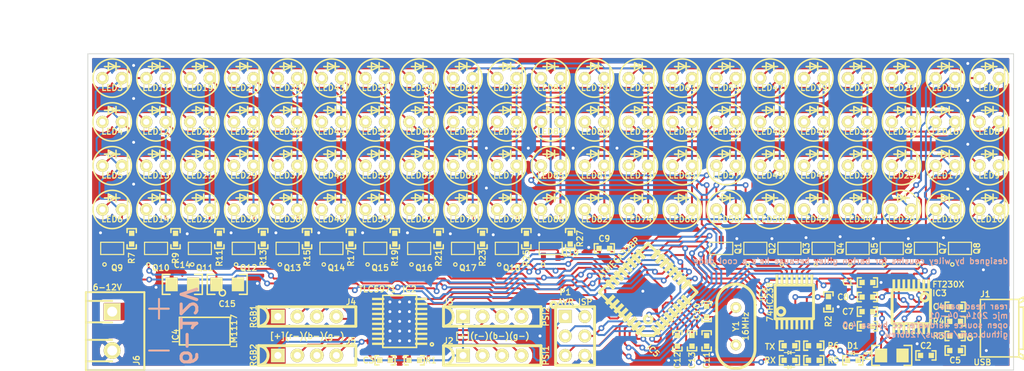
<source format=kicad_pcb>
(kicad_pcb (version 3) (host pcbnew "(2014-03-18 BZR 4754)-product")
  (title_block (title "r2dbrew read head LED panel and PSI control") (date "01 Apr 2014") (rev 0.1) (company "Wiley Cousins, LLC. for Barton Gilley") (comment 1 "shared under the terms of the Creative Commes BY-SA 4.0 License") (comment 2 "open source hardware") (comment 3 github.com/mcous/r2dbrew))
  (layers (15 F.Cu signal) (0 B.Cu signal) (18 B.Paste user) (19 F.Paste user) (20 B.SilkS user) (21 F.SilkS user) (22 B.Mask user) (23 F.Mask user) (28 Edge.Cuts user))
  (net 0 "")
  (net 1 /AVR_MISO)
  (net 2 /AVR_MOSI)
  (net 3 /AVR_RST)
  (net 4 /AVR_RX)
  (net 5 /AVR_SCK)
  (net 6 /AVR_TX)
  (net 7 /BLU0)
  (net 8 /BLU1)
  (net 9 /BLU2)
  (net 10 /BLU3)
  (net 11 /GRN0)
  (net 12 /GRN1)
  (net 13 /GRN2)
  (net 14 /GRN3)
  (net 15 "/LED Matrix/AVR_C0")
  (net 16 "/LED Matrix/AVR_C1")
  (net 17 "/LED Matrix/AVR_C10")
  (net 18 "/LED Matrix/AVR_C2")
  (net 19 "/LED Matrix/AVR_C3")
  (net 20 "/LED Matrix/AVR_C4")
  (net 21 "/LED Matrix/AVR_C5")
  (net 22 "/LED Matrix/AVR_C6")
  (net 23 "/LED Matrix/AVR_C7")
  (net 24 "/LED Matrix/AVR_C8")
  (net 25 "/LED Matrix/AVR_C9")
  (net 26 "/LED Matrix/AVR_R0")
  (net 27 "/LED Matrix/AVR_R1")
  (net 28 "/LED Matrix/AVR_R2")
  (net 29 "/LED Matrix/AVR_R3")
  (net 30 "/LED Matrix/AVR_R4")
  (net 31 "/LED Matrix/AVR_R5")
  (net 32 "/LED Matrix/AVR_R6")
  (net 33 "/LED Matrix/AVR_R7")
  (net 34 "/LED Matrix/COL0")
  (net 35 "/LED Matrix/COL1")
  (net 36 "/LED Matrix/COL10")
  (net 37 "/LED Matrix/COL2")
  (net 38 "/LED Matrix/COL3")
  (net 39 "/LED Matrix/COL4")
  (net 40 "/LED Matrix/COL5")
  (net 41 "/LED Matrix/COL6")
  (net 42 "/LED Matrix/COL7")
  (net 43 "/LED Matrix/COL8")
  (net 44 "/LED Matrix/COL9")
  (net 45 "/LED Matrix/ROW0")
  (net 46 "/LED Matrix/ROW1")
  (net 47 "/LED Matrix/ROW2")
  (net 48 "/LED Matrix/ROW3")
  (net 49 "/LED Matrix/ROW4")
  (net 50 "/LED Matrix/ROW5")
  (net 51 "/LED Matrix/ROW6")
  (net 52 "/LED Matrix/ROW7")
  (net 53 /RED0)
  (net 54 /RED1)
  (net 55 /RED2)
  (net 56 /RED3)
  (net 57 /RGB_SCK)
  (net 58 /RGB_SDA)
  (net 59 /R_SEL_EN)
  (net 60 GND)
  (net 61 VCC)
  (net 62 "Net-(C2-Pad1)")
  (net 63 "Net-(C4-Pad2)")
  (net 64 "Net-(C5-Pad2)")
  (net 65 "Net-(C6-Pad2)")
  (net 66 "Net-(C7-Pad2)")
  (net 67 "Net-(C8-Pad2)")
  (net 68 "Net-(C10-Pad2)")
  (net 69 "Net-(C11-Pad2)")
  (net 70 "Net-(C14-Pad1)")
  (net 71 "Net-(IC1-Pad4)")
  (net 72 "Net-(IC2-Pad1)")
  (net 73 "Net-(IC2-Pad12)")
  (net 74 "Net-(IC2-Pad11)")
  (net 75 "Net-(IC3-Pad9)")
  (net 76 "Net-(IC3-Pad14)")
  (net 77 "Net-(IC3-Pad15)")
  (net 78 "Net-(IC3-Pad6)")
  (net 79 "Net-(IC3-Pad7)")
  (net 80 "Net-(IC3-Pad8)")
  (net 81 "Net-(IC5-Pad19)")
  (net 82 "Net-(IC5-Pad22)")
  (net 83 "Net-(IC5-Pad26)")
  (net 84 "Net-(J1-Pad4)")
  (net 85 "Net-(LED1-Pad1)")
  (net 86 "Net-(LED2-Pad1)")
  (net 87 "Net-(LED10-Pad2)")
  (net 88 "Net-(LED11-Pad2)")
  (net 89 "Net-(LED19-Pad2)")
  (net 90 "Net-(LED27-Pad2)")
  (net 91 "Net-(LED35-Pad2)")
  (net 92 "Net-(LED43-Pad2)")
  (net 93 "Net-(LED51-Pad2)")
  (net 94 "Net-(LED59-Pad2)")
  (net 95 "Net-(LED67-Pad2)")
  (net 96 "Net-(LED75-Pad2)")
  (net 97 "Net-(LED83-Pad2)")
  (module "general sm:0603(1608m)" (layer F.Cu) (at 177.038 120.142 180)
    (fp_text reference C1 (at 2.54 0 180) (layer F.SilkS) (effects (font (size 0.762 0.762) (thickness 0.1524))))
    (fp_text value 0.1uF hide)
    (pad 1 smd rect (at -0.7 0 180) (size 0.7 0.7) (layers F.Cu F.Paste F.SilkS F.Mask) (net 60 GND))
    (pad 2 smd rect (at 0.7 0 180) (size 0.7 0.7) (layers F.Cu F.Paste F.SilkS F.Mask) (net 61 VCC))
  )
  (module "general sm:0603(1608m)" (layer F.Cu) (at 184.658 129.667)
    (fp_text reference C2 (at 0 -1.27) (layer F.SilkS) (effects (font (size 0.762 0.762) (thickness 0.1524))))
    (fp_text value 0.1uF hide)
    (pad 1 smd rect (at -0.7 0) (size 0.7 0.7) (layers F.Cu F.Paste F.SilkS F.Mask) (net 62 "Net-(C2-Pad1)"))
    (pad 2 smd rect (at 0.7 0) (size 0.7 0.7) (layers F.Cu F.Paste F.SilkS F.Mask) (net 60 GND))
  )
  (module "general sm:0603(1608m)" (layer F.Cu) (at 114.173 130.302 180)
    (fp_text reference C3 (at 2.159 0 180) (layer F.SilkS) (effects (font (size 0.762 0.762) (thickness 0.1524))))
    (fp_text value 0.1uF hide)
    (pad 1 smd rect (at -0.7 0 180) (size 0.7 0.7) (layers F.Cu F.Paste F.SilkS F.Mask) (net 60 GND))
    (pad 2 smd rect (at 0.7 0 180) (size 0.7 0.7) (layers F.Cu F.Paste F.SilkS F.Mask) (net 61 VCC))
  )
  (module "general sm:0603(1608m)" (layer F.Cu) (at 188.468 123.317)
    (fp_text reference C4 (at -2.159 0) (layer F.SilkS) (effects (font (size 0.762 0.762) (thickness 0.1524))))
    (fp_text value 47pF hide)
    (pad 1 smd rect (at -0.7 0) (size 0.7 0.7) (layers F.Cu F.Paste F.SilkS F.Mask) (net 60 GND))
    (pad 2 smd rect (at 0.7 0) (size 0.7 0.7) (layers F.Cu F.Paste F.SilkS F.Mask) (net 63 "Net-(C4-Pad2)"))
  )
  (module "general sm:0603(1608m)" (layer F.Cu) (at 188.468 129.032)
    (fp_text reference C5 (at 0 1.27) (layer F.SilkS) (effects (font (size 0.762 0.762) (thickness 0.1524))))
    (fp_text value 47pF hide)
    (pad 1 smd rect (at -0.7 0) (size 0.7 0.7) (layers F.Cu F.Paste F.SilkS F.Mask) (net 60 GND))
    (pad 2 smd rect (at 0.7 0) (size 0.7 0.7) (layers F.Cu F.Paste F.SilkS F.Mask) (net 64 "Net-(C5-Pad2)"))
  )
  (module "general sm:0603(1608m)" (layer F.Cu) (at 177.038 125.857)
    (fp_text reference C6 (at -2.54 0) (layer F.SilkS) (effects (font (size 0.762 0.762) (thickness 0.1524))))
    (fp_text value 0.1uF hide)
    (pad 1 smd rect (at -0.7 0) (size 0.7 0.7) (layers F.Cu F.Paste F.SilkS F.Mask) (net 60 GND))
    (pad 2 smd rect (at 0.7 0) (size 0.7 0.7) (layers F.Cu F.Paste F.SilkS F.Mask) (net 65 "Net-(C6-Pad2)"))
  )
  (module "general sm:0603(1608m)" (layer F.Cu) (at 177.038 123.952)
    (fp_text reference C7 (at -2.54 0) (layer F.SilkS) (effects (font (size 0.762 0.762) (thickness 0.1524))))
    (fp_text value 0.1uF hide)
    (pad 1 smd rect (at -0.7 0) (size 0.7 0.7) (layers F.Cu F.Paste F.SilkS F.Mask) (net 60 GND))
    (pad 2 smd rect (at 0.7 0) (size 0.7 0.7) (layers F.Cu F.Paste F.SilkS F.Mask) (net 66 "Net-(C7-Pad2)"))
  )
  (module "general sm:0603(1608m)" (layer F.Cu) (at 177.038 122.047)
    (fp_text reference C8 (at -3.175 0) (layer F.SilkS) (effects (font (size 0.762 0.762) (thickness 0.1524))))
    (fp_text value 0.1uF hide)
    (pad 1 smd rect (at -0.7 0) (size 0.7 0.7) (layers F.Cu F.Paste F.SilkS F.Mask) (net 3 /AVR_RST))
    (pad 2 smd rect (at 0.7 0) (size 0.7 0.7) (layers F.Cu F.Paste F.SilkS F.Mask) (net 67 "Net-(C8-Pad2)"))
  )
  (module "general sm:0603(1608m)" (layer F.Cu) (at 142.748 115.697)
    (fp_text reference C9 (at 0 -1.27) (layer F.SilkS) (effects (font (size 0.762 0.762) (thickness 0.1524))))
    (fp_text value 0.1uF hide)
    (pad 1 smd rect (at -0.7 0) (size 0.7 0.7) (layers F.Cu F.Paste F.SilkS F.Mask) (net 60 GND))
    (pad 2 smd rect (at 0.7 0) (size 0.7 0.7) (layers F.Cu F.Paste F.SilkS F.Mask) (net 61 VCC))
  )
  (module "general sm:0603(1608m)" (layer F.Cu) (at 156.083 123.952 270)
    (fp_text reference C10 (at 0 1.27 270) (layer F.SilkS) (effects (font (size 0.762 0.762) (thickness 0.1524))))
    (fp_text value 22pF hide)
    (pad 1 smd rect (at -0.7 0 270) (size 0.7 0.7) (layers F.Cu F.Paste F.SilkS F.Mask) (net 60 GND))
    (pad 2 smd rect (at 0.7 0 270) (size 0.7 0.7) (layers F.Cu F.Paste F.SilkS F.Mask) (net 68 "Net-(C10-Pad2)"))
  )
  (module "general sm:0603(1608m)" (layer F.Cu) (at 156.083 127.762 90)
    (fp_text reference C11 (at -2.54 0 90) (layer F.SilkS) (effects (font (size 0.762 0.762) (thickness 0.1524))))
    (fp_text value 22pF hide)
    (pad 1 smd rect (at -0.7 0 90) (size 0.7 0.7) (layers F.Cu F.Paste F.SilkS F.Mask) (net 60 GND))
    (pad 2 smd rect (at 0.7 0 90) (size 0.7 0.7) (layers F.Cu F.Paste F.SilkS F.Mask) (net 69 "Net-(C11-Pad2)"))
  )
  (module "general sm:0603(1608m)" (layer F.Cu) (at 152.273 127.762 90)
    (fp_text reference C12 (at -2.54 0 90) (layer F.SilkS) (effects (font (size 0.762 0.762) (thickness 0.1524))))
    (fp_text value 0.1uF hide)
    (pad 1 smd rect (at -0.7 0 90) (size 0.7 0.7) (layers F.Cu F.Paste F.SilkS F.Mask) (net 60 GND))
    (pad 2 smd rect (at 0.7 0 90) (size 0.7 0.7) (layers F.Cu F.Paste F.SilkS F.Mask) (net 61 VCC))
  )
  (module "general sm:0603(1608m)" (layer F.Cu) (at 154.178 127.762 90)
    (fp_text reference C13 (at -2.54 0 90) (layer F.SilkS) (effects (font (size 0.762 0.762) (thickness 0.1524))))
    (fp_text value 0.1uF hide)
    (pad 1 smd rect (at -0.7 0 90) (size 0.7 0.7) (layers F.Cu F.Paste F.SilkS F.Mask) (net 60 GND))
    (pad 2 smd rect (at 0.7 0 90) (size 0.7 0.7) (layers F.Cu F.Paste F.SilkS F.Mask) (net 61 VCC))
  )
  (module "sm leds:0603(1608m)_led" (layer F.Cu) (at 175.133 130.302)
    (fp_text reference D1 (at 0 -1.905) (layer F.SilkS) (effects (font (size 0.762 0.762) (thickness 0.1524))))
    (fp_text value 1N5819 hide)
    (pad 1 smd rect (at -0.7 0) (size 0.7 0.7) (layers F.Cu F.Paste F.SilkS F.Mask) (net 61 VCC))
    (pad 2 smd rect (at 0.7 0) (size 0.7 0.7) (layers F.Cu F.Paste F.SilkS F.Mask) (net 66 "Net-(C7-Pad2)"))
  )
  (module "general sm:1206(3216m)" (layer F.Cu) (at 180.213 129.667 180)
    (fp_text reference F1 (at 3.175 0 270) (layer F.SilkS) (effects (font (size 0.762 0.762) (thickness 0.1524))))
    (fp_text value 500mA hide)
    (pad 1 smd rect (at -1.4 0 180) (size 1.6 1.8) (layers F.Cu F.Paste F.SilkS F.Mask) (net 62 "Net-(C2-Pad1)"))
    (pad 2 smd rect (at 1.4 0 180) (size 1.6 1.8) (layers F.Cu F.Paste F.SilkS F.Mask) (net 66 "Net-(C7-Pad2)"))
  )
  (module "small outline:TSSOP16" (layer F.Cu) (at 167.513 122.682 90)
    (fp_text reference IC1 (at 1.016 -4.191 90) (layer F.SilkS) (effects (font (size 0.762 0.762) (thickness 0.1524))))
    (fp_text value 74HC238 (at 0 -3.175 90) (layer F.SilkS) (effects (font (size 0.762 0.762) (thickness 0.1524))))
    (pad 9 smd rect (at 2.87528 2.27584 90) (size 1.39954 0.35052) (layers F.Cu F.Paste F.SilkS F.Mask) (net 32 "/LED Matrix/AVR_R6"))
    (pad 10 smd rect (at 2.87528 1.6256 90) (size 1.39954 0.35052) (layers F.Cu F.Paste F.SilkS F.Mask) (net 31 "/LED Matrix/AVR_R5"))
    (pad 11 smd rect (at 2.87528 0.97536 90) (size 1.39954 0.35052) (layers F.Cu F.Paste F.SilkS F.Mask) (net 30 "/LED Matrix/AVR_R4"))
    (pad 12 smd rect (at 2.87528 0.32512 90) (size 1.39954 0.35052) (layers F.Cu F.Paste F.SilkS F.Mask) (net 29 "/LED Matrix/AVR_R3"))
    (pad 13 smd rect (at 2.87528 -0.32512 90) (size 1.39954 0.35052) (layers F.Cu F.Paste F.SilkS F.Mask) (net 28 "/LED Matrix/AVR_R2"))
    (pad 14 smd rect (at 2.87528 -0.97536 90) (size 1.39954 0.35052) (layers F.Cu F.Paste F.SilkS F.Mask) (net 27 "/LED Matrix/AVR_R1"))
    (pad 15 smd rect (at 2.87528 -1.6256 90) (size 1.39954 0.35052) (layers F.Cu F.Paste F.SilkS F.Mask) (net 26 "/LED Matrix/AVR_R0"))
    (pad 16 smd rect (at 2.87528 -2.27584 90) (size 1.39954 0.35052) (layers F.Cu F.Paste F.SilkS F.Mask) (net 61 VCC))
    (pad 1 smd rect (at -2.87528 -2.27584 90) (size 1.39954 0.35052) (layers F.Cu F.Paste F.SilkS F.Mask) (net 5 /AVR_SCK))
    (pad 2 smd rect (at -2.87528 -1.6256 90) (size 1.39954 0.35052) (layers F.Cu F.Paste F.SilkS F.Mask) (net 1 /AVR_MISO))
    (pad 3 smd rect (at -2.87528 -0.97536 90) (size 1.39954 0.35052) (layers F.Cu F.Paste F.SilkS F.Mask) (net 2 /AVR_MOSI))
    (pad 4 smd rect (at -2.87528 -0.32512 90) (size 1.39954 0.35052) (layers F.Cu F.Paste F.SilkS F.Mask) (net 71 "Net-(IC1-Pad4)"))
    (pad 5 smd rect (at -2.87528 0.32512 90) (size 1.39954 0.35052) (layers F.Cu F.Paste F.SilkS F.Mask) (net 71 "Net-(IC1-Pad4)"))
    (pad 6 smd rect (at -2.87528 0.97536 90) (size 1.39954 0.35052) (layers F.Cu F.Paste F.SilkS F.Mask) (net 59 /R_SEL_EN))
    (pad 7 smd rect (at -2.87528 1.6256 90) (size 1.39954 0.35052) (layers F.Cu F.Paste F.SilkS F.Mask) (net 33 "/LED Matrix/AVR_R7"))
    (pad 8 smd rect (at -2.87528 2.27584 90) (size 1.39954 0.35052) (layers F.Cu F.Paste F.SilkS F.Mask) (net 60 GND))
  )
  (module "small outline:HTSSOP20" (layer F.Cu) (at 116.078 125.222 180)
    (fp_text reference IC2 (at -1.27 4.191 180) (layer F.SilkS) (effects (font (size 0.762 0.762) (thickness 0.1524))))
    (fp_text value TLC5971 (at 2.921 4.191 180) (layer F.SilkS) (effects (font (size 0.762 0.762) (thickness 0.1524))))
    (pad 19 smd rect (at 2.8 -2.275 180) (size 1.6 0.3) (layers F.Cu F.Paste F.SilkS F.Mask) (net 61 VCC))
    (pad 20 smd rect (at 2.8 -2.925 180) (size 1.6 0.3) (layers F.Cu F.Paste F.SilkS F.Mask) (net 61 VCC))
    (pad 18 smd rect (at 2.8 -1.625 180) (size 1.6 0.3) (layers F.Cu F.Paste F.SilkS F.Mask) (net 10 /BLU3))
    (pad 17 smd rect (at 2.8 -0.975 180) (size 1.6 0.3) (layers F.Cu F.Paste F.SilkS F.Mask) (net 14 /GRN3))
    (pad 16 smd rect (at 2.8 -0.325 180) (size 1.6 0.3) (layers F.Cu F.Paste F.SilkS F.Mask) (net 56 /RED3))
    (pad 15 smd rect (at 2.8 0.325 180) (size 1.6 0.3) (layers F.Cu F.Paste F.SilkS F.Mask) (net 9 /BLU2))
    (pad 14 smd rect (at 2.8 0.975 180) (size 1.6 0.3) (layers F.Cu F.Paste F.SilkS F.Mask) (net 13 /GRN2))
    (pad 13 smd rect (at 2.8 1.625 180) (size 1.6 0.3) (layers F.Cu F.Paste F.SilkS F.Mask) (net 55 /RED2))
    (pad 10 smd rect (at -2.8 2.925 180) (size 1.6 0.3) (layers F.Cu F.Paste F.SilkS F.Mask) (net 57 /RGB_SCK))
    (pad 9 smd rect (at -2.8 2.275 180) (size 1.6 0.3) (layers F.Cu F.Paste F.SilkS F.Mask) (net 58 /RGB_SDA))
    (pad 8 smd rect (at -2.8 1.625 180) (size 1.6 0.3) (layers F.Cu F.Paste F.SilkS F.Mask) (net 8 /BLU1))
    (pad 7 smd rect (at -2.8 0.975 180) (size 1.6 0.3) (layers F.Cu F.Paste F.SilkS F.Mask) (net 12 /GRN1))
    (pad 1 smd rect (at -2.8 -2.925 180) (size 1.6 0.3) (layers F.Cu F.Paste F.SilkS F.Mask) (net 72 "Net-(IC2-Pad1)"))
    (pad 2 smd rect (at -2.8 -2.275 180) (size 1.6 0.3) (layers F.Cu F.Paste F.SilkS F.Mask) (net 60 GND))
    (pad 3 smd rect (at -2.8 -1.625 180) (size 1.6 0.3) (layers F.Cu F.Paste F.SilkS F.Mask) (net 53 /RED0))
    (pad 4 smd rect (at -2.8 -0.975 180) (size 1.6 0.3) (layers F.Cu F.Paste F.SilkS F.Mask) (net 11 /GRN0))
    (pad 5 smd rect (at -2.8 -0.325 180) (size 1.6 0.3) (layers F.Cu F.Paste F.SilkS F.Mask) (net 7 /BLU0))
    (pad 6 smd rect (at -2.8 0.325 180) (size 1.6 0.3) (layers F.Cu F.Paste F.SilkS F.Mask) (net 54 /RED1))
    (pad 0 smd rect (at 0 0 180) (size 3.4 6.5) (layers F.Cu) (net 60 GND))
    (pad 12 smd rect (at 2.8 2.275 180) (size 1.6 0.3) (layers F.Cu F.Paste F.SilkS F.Mask) (net 73 "Net-(IC2-Pad12)"))
    (pad 11 smd rect (at 2.8 2.925 180) (size 1.6 0.3) (layers F.Cu F.Paste F.SilkS F.Mask) (net 74 "Net-(IC2-Pad11)"))
  )
  (module "small outline:SSOP16" (layer F.Cu) (at 182.753 123.317 270)
    (fp_text reference IC3 (at -1.778 -3.683 540) (layer F.SilkS) (effects (font (size 0.762 0.762) (thickness 0.1524))))
    (fp_text value FT230X (at -2.921 -4.826 360) (layer F.SilkS) (effects (font (size 0.762 0.762) (thickness 0.1524))))
    (pad 9 smd rect (at 2.87528 2.27584 270) (size 1.39954 0.35052) (layers F.Cu F.Paste F.SilkS F.Mask) (net 75 "Net-(IC3-Pad9)"))
    (pad 10 smd rect (at 2.87528 1.6256 270) (size 1.39954 0.35052) (layers F.Cu F.Paste F.SilkS F.Mask) (net 65 "Net-(C6-Pad2)"))
    (pad 11 smd rect (at 2.87528 0.97536 270) (size 1.39954 0.35052) (layers F.Cu F.Paste F.SilkS F.Mask) (net 65 "Net-(C6-Pad2)"))
    (pad 12 smd rect (at 2.87528 0.32512 270) (size 1.39954 0.35052) (layers F.Cu F.Paste F.SilkS F.Mask) (net 66 "Net-(C7-Pad2)"))
    (pad 13 smd rect (at 2.87528 -0.32512 270) (size 1.39954 0.35052) (layers F.Cu F.Paste F.SilkS F.Mask) (net 60 GND))
    (pad 14 smd rect (at 2.87528 -0.97536 270) (size 1.39954 0.35052) (layers F.Cu F.Paste F.SilkS F.Mask) (net 76 "Net-(IC3-Pad14)"))
    (pad 15 smd rect (at 2.87528 -1.6256 270) (size 1.39954 0.35052) (layers F.Cu F.Paste F.SilkS F.Mask) (net 77 "Net-(IC3-Pad15)"))
    (pad 16 smd rect (at 2.87528 -2.27584 270) (size 1.39954 0.35052) (layers F.Cu F.Paste F.SilkS F.Mask))
    (pad 1 smd rect (at -2.87528 -2.27584 270) (size 1.39954 0.35052) (layers F.Cu F.Paste F.SilkS F.Mask) (net 4 /AVR_RX))
    (pad 2 smd rect (at -2.87528 -1.6256 270) (size 1.39954 0.35052) (layers F.Cu F.Paste F.SilkS F.Mask) (net 67 "Net-(C8-Pad2)"))
    (pad 3 smd rect (at -2.87528 -0.97536 270) (size 1.39954 0.35052) (layers F.Cu F.Paste F.SilkS F.Mask) (net 65 "Net-(C6-Pad2)"))
    (pad 4 smd rect (at -2.87528 -0.32512 270) (size 1.39954 0.35052) (layers F.Cu F.Paste F.SilkS F.Mask) (net 6 /AVR_TX))
    (pad 5 smd rect (at -2.87528 0.32512 270) (size 1.39954 0.35052) (layers F.Cu F.Paste F.SilkS F.Mask) (net 60 GND))
    (pad 6 smd rect (at -2.87528 0.97536 270) (size 1.39954 0.35052) (layers F.Cu F.Paste F.SilkS F.Mask) (net 78 "Net-(IC3-Pad6)"))
    (pad 7 smd rect (at -2.87528 1.6256 270) (size 1.39954 0.35052) (layers F.Cu F.Paste F.SilkS F.Mask) (net 79 "Net-(IC3-Pad7)"))
    (pad 8 smd rect (at -2.87528 2.27584 270) (size 1.39954 0.35052) (layers F.Cu F.Paste F.SilkS F.Mask) (net 80 "Net-(IC3-Pad8)"))
  )
  (module "small outline:SOT223" (layer F.Cu) (at 90.678 126.492 270)
    (fp_text reference IC4 (at 0.635 3.81 270) (layer F.SilkS) (effects (font (size 0.762 0.762) (thickness 0.1524))))
    (fp_text value LM1117 (at 0 -3.81 270) (layer F.SilkS) (effects (font (size 0.762 0.762) (thickness 0.1524))))
    (pad 1 smd rect (at -3.1 -2.3 270) (size 2.2 1.2) (layers F.Cu F.Paste F.Mask) (net 60 GND))
    (pad 2 smd rect (at -3.1 0 270) (size 2.2 1.2) (layers F.Cu F.Paste F.Mask) (net 61 VCC))
    (pad 3 smd rect (at -3.1 2.3 270) (size 2.2 1.2) (layers F.Cu F.Paste F.Mask) (net 70 "Net-(C14-Pad1)"))
    (pad 0 smd rect (at 3.1 0 270) (size 2.2 3.5) (layers F.Cu F.Paste F.Mask) (net 61 VCC))
  )
  (module "quad flat:TQFP32_7mm" (layer F.Cu) (at 148.463 121.412 135)
    (fp_text reference IC5 (at -5.837166 -4.939141 135) (layer F.SilkS) (effects (font (size 0.762 0.762) (thickness 0.1524))))
    (fp_text value ATMEGA328P (at 5.837166 0.449013 405) (layer F.SilkS) (effects (font (size 0.762 0.762) (thickness 0.1524))))
    (pad 1 smd rect (at -4.20116 -2.79908 135) (size 1.50114 0.50038) (layers F.Cu F.Paste F.SilkS F.Mask) (net 19 "/LED Matrix/AVR_C3"))
    (pad 2 smd rect (at -4.20116 -1.99898 135) (size 1.50114 0.50038) (layers F.Cu F.Paste F.SilkS F.Mask) (net 20 "/LED Matrix/AVR_C4"))
    (pad 3 smd rect (at -4.20116 -1.19888 135) (size 1.50114 0.50038) (layers F.Cu F.Paste F.SilkS F.Mask) (net 60 GND))
    (pad 4 smd rect (at -4.20116 -0.39878 135) (size 1.50114 0.50038) (layers F.Cu F.Paste F.SilkS F.Mask) (net 61 VCC))
    (pad 5 smd rect (at -4.20116 0.39878 135) (size 1.50114 0.50038) (layers F.Cu F.Paste F.SilkS F.Mask) (net 60 GND))
    (pad 6 smd rect (at -4.20116 1.19888 135) (size 1.50114 0.50038) (layers F.Cu F.Paste F.SilkS F.Mask) (net 61 VCC))
    (pad 7 smd rect (at -4.20116 1.99898 135) (size 1.50114 0.50038) (layers F.Cu F.Paste F.SilkS F.Mask) (net 69 "Net-(C11-Pad2)"))
    (pad 8 smd rect (at -4.20116 2.79908 135) (size 1.50114 0.50038) (layers F.Cu F.Paste F.SilkS F.Mask) (net 68 "Net-(C10-Pad2)"))
    (pad 9 smd rect (at -2.79908 4.20116 225) (size 1.50114 0.50038) (layers F.Cu F.Paste F.SilkS F.Mask) (net 21 "/LED Matrix/AVR_C5"))
    (pad 10 smd rect (at -1.99898 4.20116 225) (size 1.50114 0.50038) (layers F.Cu F.Paste F.SilkS F.Mask) (net 22 "/LED Matrix/AVR_C6"))
    (pad 11 smd rect (at -1.19888 4.20116 225) (size 1.50114 0.50038) (layers F.Cu F.Paste F.SilkS F.Mask) (net 23 "/LED Matrix/AVR_C7"))
    (pad 12 smd rect (at -0.39878 4.20116 225) (size 1.50114 0.50038) (layers F.Cu F.Paste F.SilkS F.Mask) (net 15 "/LED Matrix/AVR_C0"))
    (pad 13 smd rect (at 0.39878 4.20116 225) (size 1.50114 0.50038) (layers F.Cu F.Paste F.SilkS F.Mask) (net 16 "/LED Matrix/AVR_C1"))
    (pad 14 smd rect (at 1.19888 4.20116 225) (size 1.50114 0.50038) (layers F.Cu F.Paste F.SilkS F.Mask) (net 59 /R_SEL_EN))
    (pad 15 smd rect (at 1.99898 4.20116 225) (size 1.50114 0.50038) (layers F.Cu F.Paste F.SilkS F.Mask) (net 2 /AVR_MOSI))
    (pad 16 smd rect (at 2.79908 4.20116 225) (size 1.50114 0.50038) (layers F.Cu F.Paste F.SilkS F.Mask) (net 1 /AVR_MISO))
    (pad 17 smd rect (at 4.20116 2.79908 315) (size 1.50114 0.50038) (layers F.Cu F.Paste F.SilkS F.Mask) (net 5 /AVR_SCK))
    (pad 18 smd rect (at 4.20116 1.99898 315) (size 1.50114 0.50038) (layers F.Cu F.Paste F.SilkS F.Mask) (net 61 VCC))
    (pad 19 smd rect (at 4.20116 1.19888 315) (size 1.50114 0.50038) (layers F.Cu F.Paste F.SilkS F.Mask) (net 81 "Net-(IC5-Pad19)"))
    (pad 20 smd rect (at 4.20116 0.39878 315) (size 1.50114 0.50038) (layers F.Cu F.Paste F.SilkS F.Mask) (net 61 VCC))
    (pad 21 smd rect (at 4.20116 -0.39878 315) (size 1.50114 0.50038) (layers F.Cu F.Paste F.SilkS F.Mask) (net 60 GND))
    (pad 22 smd rect (at 4.20116 -1.19888 315) (size 1.50114 0.50038) (layers F.Cu F.Paste F.SilkS F.Mask) (net 82 "Net-(IC5-Pad22)"))
    (pad 23 smd rect (at 4.20116 -1.99898 315) (size 1.50114 0.50038) (layers F.Cu F.Paste F.SilkS F.Mask) (net 24 "/LED Matrix/AVR_C8"))
    (pad 24 smd rect (at 4.20116 -2.79908 315) (size 1.50114 0.50038) (layers F.Cu F.Paste F.SilkS F.Mask) (net 25 "/LED Matrix/AVR_C9"))
    (pad 25 smd rect (at 2.79908 -4.20116 45) (size 1.50114 0.50038) (layers F.Cu F.Paste F.SilkS F.Mask) (net 17 "/LED Matrix/AVR_C10"))
    (pad 26 smd rect (at 1.99898 -4.20116 45) (size 1.50114 0.50038) (layers F.Cu F.Paste F.SilkS F.Mask) (net 83 "Net-(IC5-Pad26)"))
    (pad 27 smd rect (at 1.19888 -4.20116 45) (size 1.50114 0.50038) (layers F.Cu F.Paste F.SilkS F.Mask) (net 57 /RGB_SCK))
    (pad 28 smd rect (at 0.39878 -4.20116 45) (size 1.50114 0.50038) (layers F.Cu F.Paste F.SilkS F.Mask) (net 58 /RGB_SDA))
    (pad 29 smd rect (at -0.39878 -4.20116 45) (size 1.50114 0.50038) (layers F.Cu F.Paste F.SilkS F.Mask) (net 3 /AVR_RST))
    (pad 30 smd rect (at -1.19888 -4.20116 45) (size 1.50114 0.50038) (layers F.Cu F.Paste F.SilkS F.Mask) (net 4 /AVR_RX))
    (pad 31 smd rect (at -1.99898 -4.20116 45) (size 1.50114 0.50038) (layers F.Cu F.Paste F.SilkS F.Mask) (net 6 /AVR_TX))
    (pad 32 smd rect (at -2.79908 -4.20116 45) (size 1.50114 0.50038) (layers F.Cu F.Paste F.SilkS F.Mask) (net 18 "/LED Matrix/AVR_C2"))
  )
  (module "sm connectors:MICROUSB_sm" (layer F.Cu) (at 194.564 126.111 180)
    (fp_text reference J1 (at 2.159 4.445 180) (layer F.SilkS) (effects (font (size 0.762 0.762) (thickness 0.1524))))
    (fp_text value USB (at 2.54 -4.445 180) (layer F.SilkS) (effects (font (size 0.762 0.762) (thickness 0.1524))))
    (pad 1 smd rect (at 2.8 -1.3 180) (size 1.4 0.4) (layers F.Cu F.Paste F.Mask) (net 62 "Net-(C2-Pad1)"))
    (pad 2 smd rect (at 2.8 -0.65 180) (size 1.4 0.4) (layers F.Cu F.Paste F.Mask) (net 64 "Net-(C5-Pad2)"))
    (pad 3 smd rect (at 2.8 0 180) (size 1.4 0.4) (layers F.Cu F.Paste F.Mask) (net 63 "Net-(C4-Pad2)"))
    (pad 4 smd rect (at 2.8 0.65 180) (size 1.4 0.4) (layers F.Cu F.Paste F.Mask) (net 84 "Net-(J1-Pad4)"))
    (pad 5 smd rect (at 2.8 1.3 180) (size 1.4 0.4) (layers F.Cu F.Paste F.Mask) (net 60 GND))
    (pad "" smd rect (at -0.05 -3.75 180) (size 1.9 2.3) (layers F.Cu F.Paste F.Mask))
    (pad "" smd rect (at -0.05 3.75 180) (size 1.9 2.3) (layers F.Cu F.Paste F.Mask))
    (pad "" smd rect (at -0.05 1.15 180) (size 1.9 1.8) (layers F.Cu F.Paste F.Mask))
    (pad "" smd rect (at -0.05 -1.15 180) (size 1.9 1.8) (layers F.Cu F.Paste F.Mask))
  )
  (module "single inline:SIP4" (layer F.Cu) (at 128.143 129.667)
    (fp_text reference J2 (at -5.715 -1.905) (layer F.SilkS) (effects (font (size 0.762 0.762) (thickness 0.1524))))
    (fp_text value PSI1 (at 6.985 0 90) (layer F.SilkS) (effects (font (size 0.762 0.762) (thickness 0.1524))))
    (pad 1 thru_hole rect (at -3.81 0) (size 1.8 1.8) (drill 0.9) (layers *.Cu *.Mask F.SilkS) (net 61 VCC))
    (pad 2 thru_hole circle (at -1.27 0) (size 1.8 1.8) (drill 0.9) (layers *.Cu *.Mask F.SilkS) (net 53 /RED0))
    (pad 3 thru_hole circle (at 1.27 0) (size 1.8 1.8) (drill 0.9) (layers *.Cu *.Mask F.SilkS) (net 11 /GRN0))
    (pad 4 thru_hole circle (at 3.81 0) (size 1.8 1.8) (drill 0.9) (layers *.Cu *.Mask F.SilkS) (net 7 /BLU0))
  )
  (module "single inline:SIP4" (layer F.Cu) (at 128.143 124.587)
    (fp_text reference J3 (at -5.715 -1.905) (layer F.SilkS) (effects (font (size 0.762 0.762) (thickness 0.1524))))
    (fp_text value PSI2 (at 6.985 0 90) (layer F.SilkS) (effects (font (size 0.762 0.762) (thickness 0.1524))))
    (pad 1 thru_hole rect (at -3.81 0) (size 1.8 1.8) (drill 0.9) (layers *.Cu *.Mask F.SilkS) (net 61 VCC))
    (pad 2 thru_hole circle (at -1.27 0) (size 1.8 1.8) (drill 0.9) (layers *.Cu *.Mask F.SilkS) (net 54 /RED1))
    (pad 3 thru_hole circle (at 1.27 0) (size 1.8 1.8) (drill 0.9) (layers *.Cu *.Mask F.SilkS) (net 12 /GRN1))
    (pad 4 thru_hole circle (at 3.81 0) (size 1.8 1.8) (drill 0.9) (layers *.Cu *.Mask F.SilkS) (net 8 /BLU1))
  )
  (module "single inline:SIP4" (layer F.Cu) (at 104.013 124.587)
    (fp_text reference J4 (at 5.715 -1.905) (layer F.SilkS) (effects (font (size 0.762 0.762) (thickness 0.1524))))
    (fp_text value RGB1 (at -6.985 0 90) (layer F.SilkS) (effects (font (size 0.762 0.762) (thickness 0.1524))))
    (pad 1 thru_hole rect (at -3.81 0) (size 1.8 1.8) (drill 0.9) (layers *.Cu *.Mask F.SilkS) (net 61 VCC))
    (pad 2 thru_hole circle (at -1.27 0) (size 1.8 1.8) (drill 0.9) (layers *.Cu *.Mask F.SilkS) (net 55 /RED2))
    (pad 3 thru_hole circle (at 1.27 0) (size 1.8 1.8) (drill 0.9) (layers *.Cu *.Mask F.SilkS) (net 13 /GRN2))
    (pad 4 thru_hole circle (at 3.81 0) (size 1.8 1.8) (drill 0.9) (layers *.Cu *.Mask F.SilkS) (net 9 /BLU2))
  )
  (module "single inline:SIP4" (layer F.Cu) (at 104.013 129.667)
    (fp_text reference J5 (at 5.715 -1.905) (layer F.SilkS) (effects (font (size 0.762 0.762) (thickness 0.1524))))
    (fp_text value RGB2 (at -6.985 0 90) (layer F.SilkS) (effects (font (size 0.762 0.762) (thickness 0.1524))))
    (pad 1 thru_hole rect (at -3.81 0) (size 1.8 1.8) (drill 0.9) (layers *.Cu *.Mask F.SilkS) (net 61 VCC))
    (pad 2 thru_hole circle (at -1.27 0) (size 1.8 1.8) (drill 0.9) (layers *.Cu *.Mask F.SilkS) (net 56 /RED3))
    (pad 3 thru_hole circle (at 1.27 0) (size 1.8 1.8) (drill 0.9) (layers *.Cu *.Mask F.SilkS) (net 14 /GRN3))
    (pad 4 thru_hole circle (at 3.81 0) (size 1.8 1.8) (drill 0.9) (layers *.Cu *.Mask F.SilkS) (net 10 /BLU3))
  )
  (module "th connectors:2-PIN_SCREW-TERM_P200MIL" (layer F.Cu) (at 78.613 126.492 270)
    (fp_text reference J6 (at 3.81 -3.175 270) (layer F.SilkS) (effects (font (size 0.762 0.762) (thickness 0.1524))))
    (fp_text value 6-12V (at -5.715 0.635 360) (layer F.SilkS) (effects (font (size 0.762 0.762) (thickness 0.1524))))
    (pad 1 thru_hole rect (at -2.54 0 270) (size 2.2 2.2) (drill 1.3) (layers *.Cu *.Mask F.SilkS) (net 70 "Net-(C14-Pad1)"))
    (pad 2 thru_hole circle (at 2.54 0 270) (size 2.2 2.2) (drill 1.3) (layers *.Cu *.Mask F.SilkS) (net 60 GND))
  )
  (module "sm leds:0603(1608m)_led" (layer F.Cu) (at 166.878 130.302 180)
    (fp_text reference LED1 hide)
    (fp_text value RX (at 2.54 0 180) (layer F.SilkS) (effects (font (size 0.762 0.762) (thickness 0.1524))))
    (pad 1 smd rect (at -0.7 0 180) (size 0.7 0.7) (layers F.Cu F.Paste F.SilkS F.Mask) (net 85 "Net-(LED1-Pad1)"))
    (pad 2 smd rect (at 0.7 0 180) (size 0.7 0.7) (layers F.Cu F.Paste F.SilkS F.Mask) (net 61 VCC))
  )
  (module "sm leds:0603(1608m)_led" (layer F.Cu) (at 166.878 128.397 180)
    (fp_text reference LED2 hide)
    (fp_text value TX (at 2.54 -0.127 180) (layer F.SilkS) (effects (font (size 0.762 0.762) (thickness 0.1524))))
    (pad 1 smd rect (at -0.7 0 180) (size 0.7 0.7) (layers F.Cu F.Paste F.SilkS F.Mask) (net 86 "Net-(LED2-Pad1)"))
    (pad 2 smd rect (at 0.7 0 180) (size 0.7 0.7) (layers F.Cu F.Paste F.SilkS F.Mask) (net 61 VCC))
  )
  (module "th leds:LED-5mm" (layer F.Cu) (at 78.613 93.472)
    (fp_text reference LED3 (at 0 1.27) (layer F.SilkS) (effects (font (size 0.762 0.762) (thickness 0.1524))))
    (fp_text value LED hide)
    (pad 1 thru_hole circle (at -1.27 0) (size 1.6 1.6) (drill 0.8) (layers *.Cu *.Mask F.SilkS) (net 45 "/LED Matrix/ROW0"))
    (pad 2 thru_hole circle (at 1.27 0) (size 1.6 1.6) (drill 0.8) (layers *.Cu *.Mask F.SilkS) (net 87 "Net-(LED10-Pad2)"))
  )
  (module "th leds:LED-5mm" (layer F.Cu) (at 78.613 99.187)
    (fp_text reference LED4 (at 0 1.27) (layer F.SilkS) (effects (font (size 0.762 0.762) (thickness 0.1524))))
    (fp_text value LED hide)
    (pad 1 thru_hole circle (at -1.27 0) (size 1.6 1.6) (drill 0.8) (layers *.Cu *.Mask F.SilkS) (net 46 "/LED Matrix/ROW1"))
    (pad 2 thru_hole circle (at 1.27 0) (size 1.6 1.6) (drill 0.8) (layers *.Cu *.Mask F.SilkS) (net 87 "Net-(LED10-Pad2)"))
  )
  (module "th leds:LED-5mm" (layer F.Cu) (at 78.613 104.902)
    (fp_text reference LED5 (at 0 1.27) (layer F.SilkS) (effects (font (size 0.762 0.762) (thickness 0.1524))))
    (fp_text value LED hide)
    (pad 1 thru_hole circle (at -1.27 0) (size 1.6 1.6) (drill 0.8) (layers *.Cu *.Mask F.SilkS) (net 47 "/LED Matrix/ROW2"))
    (pad 2 thru_hole circle (at 1.27 0) (size 1.6 1.6) (drill 0.8) (layers *.Cu *.Mask F.SilkS) (net 87 "Net-(LED10-Pad2)"))
  )
  (module "th leds:LED-5mm" (layer F.Cu) (at 78.613 110.617)
    (fp_text reference LED6 (at 0 1.27) (layer F.SilkS) (effects (font (size 0.762 0.762) (thickness 0.1524))))
    (fp_text value LED hide)
    (pad 1 thru_hole circle (at -1.27 0) (size 1.6 1.6) (drill 0.8) (layers *.Cu *.Mask F.SilkS) (net 48 "/LED Matrix/ROW3"))
    (pad 2 thru_hole circle (at 1.27 0) (size 1.6 1.6) (drill 0.8) (layers *.Cu *.Mask F.SilkS) (net 87 "Net-(LED10-Pad2)"))
  )
  (module "th leds:LED-5mm" (layer F.Cu) (at 192.913 93.472)
    (fp_text reference LED7 (at 0 1.27) (layer F.SilkS) (effects (font (size 0.762 0.762) (thickness 0.1524))))
    (fp_text value LED hide)
    (pad 1 thru_hole circle (at -1.27 0) (size 1.6 1.6) (drill 0.8) (layers *.Cu *.Mask F.SilkS) (net 49 "/LED Matrix/ROW4"))
    (pad 2 thru_hole circle (at 1.27 0) (size 1.6 1.6) (drill 0.8) (layers *.Cu *.Mask F.SilkS) (net 87 "Net-(LED10-Pad2)"))
  )
  (module "th leds:LED-5mm" (layer F.Cu) (at 192.913 99.187)
    (fp_text reference LED8 (at 0 1.27) (layer F.SilkS) (effects (font (size 0.762 0.762) (thickness 0.1524))))
    (fp_text value LED hide)
    (pad 1 thru_hole circle (at -1.27 0) (size 1.6 1.6) (drill 0.8) (layers *.Cu *.Mask F.SilkS) (net 50 "/LED Matrix/ROW5"))
    (pad 2 thru_hole circle (at 1.27 0) (size 1.6 1.6) (drill 0.8) (layers *.Cu *.Mask F.SilkS) (net 87 "Net-(LED10-Pad2)"))
  )
  (module "th leds:LED-5mm" (layer F.Cu) (at 192.913 104.902)
    (fp_text reference LED9 (at 0 1.27) (layer F.SilkS) (effects (font (size 0.762 0.762) (thickness 0.1524))))
    (fp_text value LED hide)
    (pad 1 thru_hole circle (at -1.27 0) (size 1.6 1.6) (drill 0.8) (layers *.Cu *.Mask F.SilkS) (net 51 "/LED Matrix/ROW6"))
    (pad 2 thru_hole circle (at 1.27 0) (size 1.6 1.6) (drill 0.8) (layers *.Cu *.Mask F.SilkS) (net 87 "Net-(LED10-Pad2)"))
  )
  (module "th leds:LED-5mm" (layer F.Cu) (at 192.913 110.617)
    (fp_text reference LED10 (at 0 1.27) (layer F.SilkS) (effects (font (size 0.762 0.762) (thickness 0.1524))))
    (fp_text value LED hide)
    (pad 1 thru_hole circle (at -1.27 0) (size 1.6 1.6) (drill 0.8) (layers *.Cu *.Mask F.SilkS) (net 52 "/LED Matrix/ROW7"))
    (pad 2 thru_hole circle (at 1.27 0) (size 1.6 1.6) (drill 0.8) (layers *.Cu *.Mask F.SilkS) (net 87 "Net-(LED10-Pad2)"))
  )
  (module "th leds:LED-5mm" (layer F.Cu) (at 84.328 93.472)
    (fp_text reference LED11 (at 0 1.27) (layer F.SilkS) (effects (font (size 0.762 0.762) (thickness 0.1524))))
    (fp_text value LED hide)
    (pad 1 thru_hole circle (at -1.27 0) (size 1.6 1.6) (drill 0.8) (layers *.Cu *.Mask F.SilkS) (net 45 "/LED Matrix/ROW0"))
    (pad 2 thru_hole circle (at 1.27 0) (size 1.6 1.6) (drill 0.8) (layers *.Cu *.Mask F.SilkS) (net 88 "Net-(LED11-Pad2)"))
  )
  (module "th leds:LED-5mm" (layer F.Cu) (at 84.328 99.187)
    (fp_text reference LED12 (at 0 1.27) (layer F.SilkS) (effects (font (size 0.762 0.762) (thickness 0.1524))))
    (fp_text value LED hide)
    (pad 1 thru_hole circle (at -1.27 0) (size 1.6 1.6) (drill 0.8) (layers *.Cu *.Mask F.SilkS) (net 46 "/LED Matrix/ROW1"))
    (pad 2 thru_hole circle (at 1.27 0) (size 1.6 1.6) (drill 0.8) (layers *.Cu *.Mask F.SilkS) (net 88 "Net-(LED11-Pad2)"))
  )
  (module "th leds:LED-5mm" (layer F.Cu) (at 84.328 104.902)
    (fp_text reference LED13 (at 0 1.27) (layer F.SilkS) (effects (font (size 0.762 0.762) (thickness 0.1524))))
    (fp_text value LED hide)
    (pad 1 thru_hole circle (at -1.27 0) (size 1.6 1.6) (drill 0.8) (layers *.Cu *.Mask F.SilkS) (net 47 "/LED Matrix/ROW2"))
    (pad 2 thru_hole circle (at 1.27 0) (size 1.6 1.6) (drill 0.8) (layers *.Cu *.Mask F.SilkS) (net 88 "Net-(LED11-Pad2)"))
  )
  (module "th leds:LED-5mm" (layer F.Cu) (at 84.328 110.617)
    (fp_text reference LED14 (at 0 1.27) (layer F.SilkS) (effects (font (size 0.762 0.762) (thickness 0.1524))))
    (fp_text value LED hide)
    (pad 1 thru_hole circle (at -1.27 0) (size 1.6 1.6) (drill 0.8) (layers *.Cu *.Mask F.SilkS) (net 48 "/LED Matrix/ROW3"))
    (pad 2 thru_hole circle (at 1.27 0) (size 1.6 1.6) (drill 0.8) (layers *.Cu *.Mask F.SilkS) (net 88 "Net-(LED11-Pad2)"))
  )
  (module "th leds:LED-5mm" (layer F.Cu) (at 187.198 93.472)
    (fp_text reference LED15 (at 0 1.27) (layer F.SilkS) (effects (font (size 0.762 0.762) (thickness 0.1524))))
    (fp_text value LED hide)
    (pad 1 thru_hole circle (at -1.27 0) (size 1.6 1.6) (drill 0.8) (layers *.Cu *.Mask F.SilkS) (net 49 "/LED Matrix/ROW4"))
    (pad 2 thru_hole circle (at 1.27 0) (size 1.6 1.6) (drill 0.8) (layers *.Cu *.Mask F.SilkS) (net 88 "Net-(LED11-Pad2)"))
  )
  (module "th leds:LED-5mm" (layer F.Cu) (at 187.198 99.187)
    (fp_text reference LED16 (at 0 1.27) (layer F.SilkS) (effects (font (size 0.762 0.762) (thickness 0.1524))))
    (fp_text value LED hide)
    (pad 1 thru_hole circle (at -1.27 0) (size 1.6 1.6) (drill 0.8) (layers *.Cu *.Mask F.SilkS) (net 50 "/LED Matrix/ROW5"))
    (pad 2 thru_hole circle (at 1.27 0) (size 1.6 1.6) (drill 0.8) (layers *.Cu *.Mask F.SilkS) (net 88 "Net-(LED11-Pad2)"))
  )
  (module "th leds:LED-5mm" (layer F.Cu) (at 187.198 104.902)
    (fp_text reference LED17 (at 0 1.27) (layer F.SilkS) (effects (font (size 0.762 0.762) (thickness 0.1524))))
    (fp_text value LED hide)
    (pad 1 thru_hole circle (at -1.27 0) (size 1.6 1.6) (drill 0.8) (layers *.Cu *.Mask F.SilkS) (net 51 "/LED Matrix/ROW6"))
    (pad 2 thru_hole circle (at 1.27 0) (size 1.6 1.6) (drill 0.8) (layers *.Cu *.Mask F.SilkS) (net 88 "Net-(LED11-Pad2)"))
  )
  (module "th leds:LED-5mm" (layer F.Cu) (at 187.198 110.617)
    (fp_text reference LED18 (at 0 1.27) (layer F.SilkS) (effects (font (size 0.762 0.762) (thickness 0.1524))))
    (fp_text value LED hide)
    (pad 1 thru_hole circle (at -1.27 0) (size 1.6 1.6) (drill 0.8) (layers *.Cu *.Mask F.SilkS) (net 52 "/LED Matrix/ROW7"))
    (pad 2 thru_hole circle (at 1.27 0) (size 1.6 1.6) (drill 0.8) (layers *.Cu *.Mask F.SilkS) (net 88 "Net-(LED11-Pad2)"))
  )
  (module "th leds:LED-5mm" (layer F.Cu) (at 90.043 93.472)
    (fp_text reference LED19 (at 0 1.27) (layer F.SilkS) (effects (font (size 0.762 0.762) (thickness 0.1524))))
    (fp_text value LED hide)
    (pad 1 thru_hole circle (at -1.27 0) (size 1.6 1.6) (drill 0.8) (layers *.Cu *.Mask F.SilkS) (net 45 "/LED Matrix/ROW0"))
    (pad 2 thru_hole circle (at 1.27 0) (size 1.6 1.6) (drill 0.8) (layers *.Cu *.Mask F.SilkS) (net 89 "Net-(LED19-Pad2)"))
  )
  (module "th leds:LED-5mm" (layer F.Cu) (at 90.043 99.187)
    (fp_text reference LED20 (at 0 1.27) (layer F.SilkS) (effects (font (size 0.762 0.762) (thickness 0.1524))))
    (fp_text value LED hide)
    (pad 1 thru_hole circle (at -1.27 0) (size 1.6 1.6) (drill 0.8) (layers *.Cu *.Mask F.SilkS) (net 46 "/LED Matrix/ROW1"))
    (pad 2 thru_hole circle (at 1.27 0) (size 1.6 1.6) (drill 0.8) (layers *.Cu *.Mask F.SilkS) (net 89 "Net-(LED19-Pad2)"))
  )
  (module "th leds:LED-5mm" (layer F.Cu) (at 90.043 104.902)
    (fp_text reference LED21 (at 0 1.27) (layer F.SilkS) (effects (font (size 0.762 0.762) (thickness 0.1524))))
    (fp_text value LED hide)
    (pad 1 thru_hole circle (at -1.27 0) (size 1.6 1.6) (drill 0.8) (layers *.Cu *.Mask F.SilkS) (net 47 "/LED Matrix/ROW2"))
    (pad 2 thru_hole circle (at 1.27 0) (size 1.6 1.6) (drill 0.8) (layers *.Cu *.Mask F.SilkS) (net 89 "Net-(LED19-Pad2)"))
  )
  (module "th leds:LED-5mm" (layer F.Cu) (at 90.043 110.617)
    (fp_text reference LED22 (at 0 1.27) (layer F.SilkS) (effects (font (size 0.762 0.762) (thickness 0.1524))))
    (fp_text value LED hide)
    (pad 1 thru_hole circle (at -1.27 0) (size 1.6 1.6) (drill 0.8) (layers *.Cu *.Mask F.SilkS) (net 48 "/LED Matrix/ROW3"))
    (pad 2 thru_hole circle (at 1.27 0) (size 1.6 1.6) (drill 0.8) (layers *.Cu *.Mask F.SilkS) (net 89 "Net-(LED19-Pad2)"))
  )
  (module "th leds:LED-5mm" (layer F.Cu) (at 181.483 93.472)
    (fp_text reference LED23 (at 0 1.27) (layer F.SilkS) (effects (font (size 0.762 0.762) (thickness 0.1524))))
    (fp_text value LED hide)
    (pad 1 thru_hole circle (at -1.27 0) (size 1.6 1.6) (drill 0.8) (layers *.Cu *.Mask F.SilkS) (net 49 "/LED Matrix/ROW4"))
    (pad 2 thru_hole circle (at 1.27 0) (size 1.6 1.6) (drill 0.8) (layers *.Cu *.Mask F.SilkS) (net 89 "Net-(LED19-Pad2)"))
  )
  (module "th leds:LED-5mm" (layer F.Cu) (at 181.483 99.187)
    (fp_text reference LED24 (at 0 1.27) (layer F.SilkS) (effects (font (size 0.762 0.762) (thickness 0.1524))))
    (fp_text value LED hide)
    (pad 1 thru_hole circle (at -1.27 0) (size 1.6 1.6) (drill 0.8) (layers *.Cu *.Mask F.SilkS) (net 50 "/LED Matrix/ROW5"))
    (pad 2 thru_hole circle (at 1.27 0) (size 1.6 1.6) (drill 0.8) (layers *.Cu *.Mask F.SilkS) (net 89 "Net-(LED19-Pad2)"))
  )
  (module "th leds:LED-5mm" (layer F.Cu) (at 181.483 104.902)
    (fp_text reference LED25 (at 0 1.27) (layer F.SilkS) (effects (font (size 0.762 0.762) (thickness 0.1524))))
    (fp_text value LED hide)
    (pad 1 thru_hole circle (at -1.27 0) (size 1.6 1.6) (drill 0.8) (layers *.Cu *.Mask F.SilkS) (net 51 "/LED Matrix/ROW6"))
    (pad 2 thru_hole circle (at 1.27 0) (size 1.6 1.6) (drill 0.8) (layers *.Cu *.Mask F.SilkS) (net 89 "Net-(LED19-Pad2)"))
  )
  (module "th leds:LED-5mm" (layer F.Cu) (at 181.483 110.617)
    (fp_text reference LED26 (at 0 1.27) (layer F.SilkS) (effects (font (size 0.762 0.762) (thickness 0.1524))))
    (fp_text value LED hide)
    (pad 1 thru_hole circle (at -1.27 0) (size 1.6 1.6) (drill 0.8) (layers *.Cu *.Mask F.SilkS) (net 52 "/LED Matrix/ROW7"))
    (pad 2 thru_hole circle (at 1.27 0) (size 1.6 1.6) (drill 0.8) (layers *.Cu *.Mask F.SilkS) (net 89 "Net-(LED19-Pad2)"))
  )
  (module "th leds:LED-5mm" (layer F.Cu) (at 95.758 93.472)
    (fp_text reference LED27 (at 0 1.27) (layer F.SilkS) (effects (font (size 0.762 0.762) (thickness 0.1524))))
    (fp_text value LED hide)
    (pad 1 thru_hole circle (at -1.27 0) (size 1.6 1.6) (drill 0.8) (layers *.Cu *.Mask F.SilkS) (net 45 "/LED Matrix/ROW0"))
    (pad 2 thru_hole circle (at 1.27 0) (size 1.6 1.6) (drill 0.8) (layers *.Cu *.Mask F.SilkS) (net 90 "Net-(LED27-Pad2)"))
  )
  (module "th leds:LED-5mm" (layer F.Cu) (at 95.758 99.187)
    (fp_text reference LED28 (at 0 1.27) (layer F.SilkS) (effects (font (size 0.762 0.762) (thickness 0.1524))))
    (fp_text value LED hide)
    (pad 1 thru_hole circle (at -1.27 0) (size 1.6 1.6) (drill 0.8) (layers *.Cu *.Mask F.SilkS) (net 46 "/LED Matrix/ROW1"))
    (pad 2 thru_hole circle (at 1.27 0) (size 1.6 1.6) (drill 0.8) (layers *.Cu *.Mask F.SilkS) (net 90 "Net-(LED27-Pad2)"))
  )
  (module "th leds:LED-5mm" (layer F.Cu) (at 95.758 104.902)
    (fp_text reference LED29 (at 0 1.27) (layer F.SilkS) (effects (font (size 0.762 0.762) (thickness 0.1524))))
    (fp_text value LED hide)
    (pad 1 thru_hole circle (at -1.27 0) (size 1.6 1.6) (drill 0.8) (layers *.Cu *.Mask F.SilkS) (net 47 "/LED Matrix/ROW2"))
    (pad 2 thru_hole circle (at 1.27 0) (size 1.6 1.6) (drill 0.8) (layers *.Cu *.Mask F.SilkS) (net 90 "Net-(LED27-Pad2)"))
  )
  (module "th leds:LED-5mm" (layer F.Cu) (at 95.758 110.617)
    (fp_text reference LED30 (at 0 1.27) (layer F.SilkS) (effects (font (size 0.762 0.762) (thickness 0.1524))))
    (fp_text value LED hide)
    (pad 1 thru_hole circle (at -1.27 0) (size 1.6 1.6) (drill 0.8) (layers *.Cu *.Mask F.SilkS) (net 48 "/LED Matrix/ROW3"))
    (pad 2 thru_hole circle (at 1.27 0) (size 1.6 1.6) (drill 0.8) (layers *.Cu *.Mask F.SilkS) (net 90 "Net-(LED27-Pad2)"))
  )
  (module "th leds:LED-5mm" (layer F.Cu) (at 175.768 93.472)
    (fp_text reference LED31 (at 0 1.27) (layer F.SilkS) (effects (font (size 0.762 0.762) (thickness 0.1524))))
    (fp_text value LED hide)
    (pad 1 thru_hole circle (at -1.27 0) (size 1.6 1.6) (drill 0.8) (layers *.Cu *.Mask F.SilkS) (net 49 "/LED Matrix/ROW4"))
    (pad 2 thru_hole circle (at 1.27 0) (size 1.6 1.6) (drill 0.8) (layers *.Cu *.Mask F.SilkS) (net 90 "Net-(LED27-Pad2)"))
  )
  (module "th leds:LED-5mm" (layer F.Cu) (at 175.768 99.187)
    (fp_text reference LED32 (at 0 1.27) (layer F.SilkS) (effects (font (size 0.762 0.762) (thickness 0.1524))))
    (fp_text value LED hide)
    (pad 1 thru_hole circle (at -1.27 0) (size 1.6 1.6) (drill 0.8) (layers *.Cu *.Mask F.SilkS) (net 50 "/LED Matrix/ROW5"))
    (pad 2 thru_hole circle (at 1.27 0) (size 1.6 1.6) (drill 0.8) (layers *.Cu *.Mask F.SilkS) (net 90 "Net-(LED27-Pad2)"))
  )
  (module "th leds:LED-5mm" (layer F.Cu) (at 175.768 104.902)
    (fp_text reference LED33 (at 0 1.27) (layer F.SilkS) (effects (font (size 0.762 0.762) (thickness 0.1524))))
    (fp_text value LED hide)
    (pad 1 thru_hole circle (at -1.27 0) (size 1.6 1.6) (drill 0.8) (layers *.Cu *.Mask F.SilkS) (net 51 "/LED Matrix/ROW6"))
    (pad 2 thru_hole circle (at 1.27 0) (size 1.6 1.6) (drill 0.8) (layers *.Cu *.Mask F.SilkS) (net 90 "Net-(LED27-Pad2)"))
  )
  (module "th leds:LED-5mm" (layer F.Cu) (at 175.768 110.617)
    (fp_text reference LED34 (at 0 1.27) (layer F.SilkS) (effects (font (size 0.762 0.762) (thickness 0.1524))))
    (fp_text value LED hide)
    (pad 1 thru_hole circle (at -1.27 0) (size 1.6 1.6) (drill 0.8) (layers *.Cu *.Mask F.SilkS) (net 52 "/LED Matrix/ROW7"))
    (pad 2 thru_hole circle (at 1.27 0) (size 1.6 1.6) (drill 0.8) (layers *.Cu *.Mask F.SilkS) (net 90 "Net-(LED27-Pad2)"))
  )
  (module "th leds:LED-5mm" (layer F.Cu) (at 101.473 93.472)
    (fp_text reference LED35 (at 0 1.27) (layer F.SilkS) (effects (font (size 0.762 0.762) (thickness 0.1524))))
    (fp_text value LED hide)
    (pad 1 thru_hole circle (at -1.27 0) (size 1.6 1.6) (drill 0.8) (layers *.Cu *.Mask F.SilkS) (net 45 "/LED Matrix/ROW0"))
    (pad 2 thru_hole circle (at 1.27 0) (size 1.6 1.6) (drill 0.8) (layers *.Cu *.Mask F.SilkS) (net 91 "Net-(LED35-Pad2)"))
  )
  (module "th leds:LED-5mm" (layer F.Cu) (at 101.473 99.187)
    (fp_text reference LED36 (at 0 1.27) (layer F.SilkS) (effects (font (size 0.762 0.762) (thickness 0.1524))))
    (fp_text value LED hide)
    (pad 1 thru_hole circle (at -1.27 0) (size 1.6 1.6) (drill 0.8) (layers *.Cu *.Mask F.SilkS) (net 46 "/LED Matrix/ROW1"))
    (pad 2 thru_hole circle (at 1.27 0) (size 1.6 1.6) (drill 0.8) (layers *.Cu *.Mask F.SilkS) (net 91 "Net-(LED35-Pad2)"))
  )
  (module "th leds:LED-5mm" (layer F.Cu) (at 101.473 104.902)
    (fp_text reference LED37 (at 0 1.27) (layer F.SilkS) (effects (font (size 0.762 0.762) (thickness 0.1524))))
    (fp_text value LED hide)
    (pad 1 thru_hole circle (at -1.27 0) (size 1.6 1.6) (drill 0.8) (layers *.Cu *.Mask F.SilkS) (net 47 "/LED Matrix/ROW2"))
    (pad 2 thru_hole circle (at 1.27 0) (size 1.6 1.6) (drill 0.8) (layers *.Cu *.Mask F.SilkS) (net 91 "Net-(LED35-Pad2)"))
  )
  (module "th leds:LED-5mm" (layer F.Cu) (at 101.473 110.617)
    (fp_text reference LED38 (at 0 1.27) (layer F.SilkS) (effects (font (size 0.762 0.762) (thickness 0.1524))))
    (fp_text value LED hide)
    (pad 1 thru_hole circle (at -1.27 0) (size 1.6 1.6) (drill 0.8) (layers *.Cu *.Mask F.SilkS) (net 48 "/LED Matrix/ROW3"))
    (pad 2 thru_hole circle (at 1.27 0) (size 1.6 1.6) (drill 0.8) (layers *.Cu *.Mask F.SilkS) (net 91 "Net-(LED35-Pad2)"))
  )
  (module "th leds:LED-5mm" (layer F.Cu) (at 170.053 93.472)
    (fp_text reference LED39 (at 0 1.27) (layer F.SilkS) (effects (font (size 0.762 0.762) (thickness 0.1524))))
    (fp_text value LED hide)
    (pad 1 thru_hole circle (at -1.27 0) (size 1.6 1.6) (drill 0.8) (layers *.Cu *.Mask F.SilkS) (net 49 "/LED Matrix/ROW4"))
    (pad 2 thru_hole circle (at 1.27 0) (size 1.6 1.6) (drill 0.8) (layers *.Cu *.Mask F.SilkS) (net 91 "Net-(LED35-Pad2)"))
  )
  (module "th leds:LED-5mm" (layer F.Cu) (at 170.053 99.187)
    (fp_text reference LED40 (at 0 1.27) (layer F.SilkS) (effects (font (size 0.762 0.762) (thickness 0.1524))))
    (fp_text value LED hide)
    (pad 1 thru_hole circle (at -1.27 0) (size 1.6 1.6) (drill 0.8) (layers *.Cu *.Mask F.SilkS) (net 50 "/LED Matrix/ROW5"))
    (pad 2 thru_hole circle (at 1.27 0) (size 1.6 1.6) (drill 0.8) (layers *.Cu *.Mask F.SilkS) (net 91 "Net-(LED35-Pad2)"))
  )
  (module "th leds:LED-5mm" (layer F.Cu) (at 170.053 104.902)
    (fp_text reference LED41 (at 0 1.27) (layer F.SilkS) (effects (font (size 0.762 0.762) (thickness 0.1524))))
    (fp_text value LED hide)
    (pad 1 thru_hole circle (at -1.27 0) (size 1.6 1.6) (drill 0.8) (layers *.Cu *.Mask F.SilkS) (net 51 "/LED Matrix/ROW6"))
    (pad 2 thru_hole circle (at 1.27 0) (size 1.6 1.6) (drill 0.8) (layers *.Cu *.Mask F.SilkS) (net 91 "Net-(LED35-Pad2)"))
  )
  (module "th leds:LED-5mm" (layer F.Cu) (at 170.053 110.617)
    (fp_text reference LED42 (at 0 1.27) (layer F.SilkS) (effects (font (size 0.762 0.762) (thickness 0.1524))))
    (fp_text value LED hide)
    (pad 1 thru_hole circle (at -1.27 0) (size 1.6 1.6) (drill 0.8) (layers *.Cu *.Mask F.SilkS) (net 52 "/LED Matrix/ROW7"))
    (pad 2 thru_hole circle (at 1.27 0) (size 1.6 1.6) (drill 0.8) (layers *.Cu *.Mask F.SilkS) (net 91 "Net-(LED35-Pad2)"))
  )
  (module "th leds:LED-5mm" (layer F.Cu) (at 107.188 93.472)
    (fp_text reference LED43 (at 0 1.27) (layer F.SilkS) (effects (font (size 0.762 0.762) (thickness 0.1524))))
    (fp_text value LED hide)
    (pad 1 thru_hole circle (at -1.27 0) (size 1.6 1.6) (drill 0.8) (layers *.Cu *.Mask F.SilkS) (net 45 "/LED Matrix/ROW0"))
    (pad 2 thru_hole circle (at 1.27 0) (size 1.6 1.6) (drill 0.8) (layers *.Cu *.Mask F.SilkS) (net 92 "Net-(LED43-Pad2)"))
  )
  (module "th leds:LED-5mm" (layer F.Cu) (at 107.188 99.187)
    (fp_text reference LED44 (at 0 1.27) (layer F.SilkS) (effects (font (size 0.762 0.762) (thickness 0.1524))))
    (fp_text value LED hide)
    (pad 1 thru_hole circle (at -1.27 0) (size 1.6 1.6) (drill 0.8) (layers *.Cu *.Mask F.SilkS) (net 46 "/LED Matrix/ROW1"))
    (pad 2 thru_hole circle (at 1.27 0) (size 1.6 1.6) (drill 0.8) (layers *.Cu *.Mask F.SilkS) (net 92 "Net-(LED43-Pad2)"))
  )
  (module "th leds:LED-5mm" (layer F.Cu) (at 107.188 104.902)
    (fp_text reference LED45 (at 0 1.27) (layer F.SilkS) (effects (font (size 0.762 0.762) (thickness 0.1524))))
    (fp_text value LED hide)
    (pad 1 thru_hole circle (at -1.27 0) (size 1.6 1.6) (drill 0.8) (layers *.Cu *.Mask F.SilkS) (net 47 "/LED Matrix/ROW2"))
    (pad 2 thru_hole circle (at 1.27 0) (size 1.6 1.6) (drill 0.8) (layers *.Cu *.Mask F.SilkS) (net 92 "Net-(LED43-Pad2)"))
  )
  (module "th leds:LED-5mm" (layer F.Cu) (at 107.188 110.617)
    (fp_text reference LED46 (at 0 1.27) (layer F.SilkS) (effects (font (size 0.762 0.762) (thickness 0.1524))))
    (fp_text value LED hide)
    (pad 1 thru_hole circle (at -1.27 0) (size 1.6 1.6) (drill 0.8) (layers *.Cu *.Mask F.SilkS) (net 48 "/LED Matrix/ROW3"))
    (pad 2 thru_hole circle (at 1.27 0) (size 1.6 1.6) (drill 0.8) (layers *.Cu *.Mask F.SilkS) (net 92 "Net-(LED43-Pad2)"))
  )
  (module "th leds:LED-5mm" (layer F.Cu) (at 164.338 93.472)
    (fp_text reference LED47 (at 0 1.27) (layer F.SilkS) (effects (font (size 0.762 0.762) (thickness 0.1524))))
    (fp_text value LED hide)
    (pad 1 thru_hole circle (at -1.27 0) (size 1.6 1.6) (drill 0.8) (layers *.Cu *.Mask F.SilkS) (net 49 "/LED Matrix/ROW4"))
    (pad 2 thru_hole circle (at 1.27 0) (size 1.6 1.6) (drill 0.8) (layers *.Cu *.Mask F.SilkS) (net 92 "Net-(LED43-Pad2)"))
  )
  (module "th leds:LED-5mm" (layer F.Cu) (at 164.338 99.187)
    (fp_text reference LED48 (at 0 1.27) (layer F.SilkS) (effects (font (size 0.762 0.762) (thickness 0.1524))))
    (fp_text value LED hide)
    (pad 1 thru_hole circle (at -1.27 0) (size 1.6 1.6) (drill 0.8) (layers *.Cu *.Mask F.SilkS) (net 50 "/LED Matrix/ROW5"))
    (pad 2 thru_hole circle (at 1.27 0) (size 1.6 1.6) (drill 0.8) (layers *.Cu *.Mask F.SilkS) (net 92 "Net-(LED43-Pad2)"))
  )
  (module "th leds:LED-5mm" (layer F.Cu) (at 164.338 104.902)
    (fp_text reference LED49 (at 0 1.27) (layer F.SilkS) (effects (font (size 0.762 0.762) (thickness 0.1524))))
    (fp_text value LED hide)
    (pad 1 thru_hole circle (at -1.27 0) (size 1.6 1.6) (drill 0.8) (layers *.Cu *.Mask F.SilkS) (net 51 "/LED Matrix/ROW6"))
    (pad 2 thru_hole circle (at 1.27 0) (size 1.6 1.6) (drill 0.8) (layers *.Cu *.Mask F.SilkS) (net 92 "Net-(LED43-Pad2)"))
  )
  (module "th leds:LED-5mm" (layer F.Cu) (at 164.338 110.617)
    (fp_text reference LED50 (at 0 1.27) (layer F.SilkS) (effects (font (size 0.762 0.762) (thickness 0.1524))))
    (fp_text value LED hide)
    (pad 1 thru_hole circle (at -1.27 0) (size 1.6 1.6) (drill 0.8) (layers *.Cu *.Mask F.SilkS) (net 52 "/LED Matrix/ROW7"))
    (pad 2 thru_hole circle (at 1.27 0) (size 1.6 1.6) (drill 0.8) (layers *.Cu *.Mask F.SilkS) (net 92 "Net-(LED43-Pad2)"))
  )
  (module "th leds:LED-5mm" (layer F.Cu) (at 112.903 93.472)
    (fp_text reference LED51 (at 0 1.27) (layer F.SilkS) (effects (font (size 0.762 0.762) (thickness 0.1524))))
    (fp_text value LED hide)
    (pad 1 thru_hole circle (at -1.27 0) (size 1.6 1.6) (drill 0.8) (layers *.Cu *.Mask F.SilkS) (net 45 "/LED Matrix/ROW0"))
    (pad 2 thru_hole circle (at 1.27 0) (size 1.6 1.6) (drill 0.8) (layers *.Cu *.Mask F.SilkS) (net 93 "Net-(LED51-Pad2)"))
  )
  (module "th leds:LED-5mm" (layer F.Cu) (at 112.903 99.187)
    (fp_text reference LED52 (at 0 1.27) (layer F.SilkS) (effects (font (size 0.762 0.762) (thickness 0.1524))))
    (fp_text value LED hide)
    (pad 1 thru_hole circle (at -1.27 0) (size 1.6 1.6) (drill 0.8) (layers *.Cu *.Mask F.SilkS) (net 46 "/LED Matrix/ROW1"))
    (pad 2 thru_hole circle (at 1.27 0) (size 1.6 1.6) (drill 0.8) (layers *.Cu *.Mask F.SilkS) (net 93 "Net-(LED51-Pad2)"))
  )
  (module "th leds:LED-5mm" (layer F.Cu) (at 112.903 104.902)
    (fp_text reference LED53 (at 0 1.27) (layer F.SilkS) (effects (font (size 0.762 0.762) (thickness 0.1524))))
    (fp_text value LED hide)
    (pad 1 thru_hole circle (at -1.27 0) (size 1.6 1.6) (drill 0.8) (layers *.Cu *.Mask F.SilkS) (net 47 "/LED Matrix/ROW2"))
    (pad 2 thru_hole circle (at 1.27 0) (size 1.6 1.6) (drill 0.8) (layers *.Cu *.Mask F.SilkS) (net 93 "Net-(LED51-Pad2)"))
  )
  (module "th leds:LED-5mm" (layer F.Cu) (at 112.903 110.617)
    (fp_text reference LED54 (at 0 1.27) (layer F.SilkS) (effects (font (size 0.762 0.762) (thickness 0.1524))))
    (fp_text value LED hide)
    (pad 1 thru_hole circle (at -1.27 0) (size 1.6 1.6) (drill 0.8) (layers *.Cu *.Mask F.SilkS) (net 48 "/LED Matrix/ROW3"))
    (pad 2 thru_hole circle (at 1.27 0) (size 1.6 1.6) (drill 0.8) (layers *.Cu *.Mask F.SilkS) (net 93 "Net-(LED51-Pad2)"))
  )
  (module "th leds:LED-5mm" (layer F.Cu) (at 158.623 93.472)
    (fp_text reference LED55 (at 0 1.27) (layer F.SilkS) (effects (font (size 0.762 0.762) (thickness 0.1524))))
    (fp_text value LED hide)
    (pad 1 thru_hole circle (at -1.27 0) (size 1.6 1.6) (drill 0.8) (layers *.Cu *.Mask F.SilkS) (net 49 "/LED Matrix/ROW4"))
    (pad 2 thru_hole circle (at 1.27 0) (size 1.6 1.6) (drill 0.8) (layers *.Cu *.Mask F.SilkS) (net 93 "Net-(LED51-Pad2)"))
  )
  (module "th leds:LED-5mm" (layer F.Cu) (at 158.623 99.187)
    (fp_text reference LED56 (at 0 1.27) (layer F.SilkS) (effects (font (size 0.762 0.762) (thickness 0.1524))))
    (fp_text value LED hide)
    (pad 1 thru_hole circle (at -1.27 0) (size 1.6 1.6) (drill 0.8) (layers *.Cu *.Mask F.SilkS) (net 50 "/LED Matrix/ROW5"))
    (pad 2 thru_hole circle (at 1.27 0) (size 1.6 1.6) (drill 0.8) (layers *.Cu *.Mask F.SilkS) (net 93 "Net-(LED51-Pad2)"))
  )
  (module "th leds:LED-5mm" (layer F.Cu) (at 158.623 104.902)
    (fp_text reference LED57 (at 0 1.27) (layer F.SilkS) (effects (font (size 0.762 0.762) (thickness 0.1524))))
    (fp_text value LED hide)
    (pad 1 thru_hole circle (at -1.27 0) (size 1.6 1.6) (drill 0.8) (layers *.Cu *.Mask F.SilkS) (net 51 "/LED Matrix/ROW6"))
    (pad 2 thru_hole circle (at 1.27 0) (size 1.6 1.6) (drill 0.8) (layers *.Cu *.Mask F.SilkS) (net 93 "Net-(LED51-Pad2)"))
  )
  (module "th leds:LED-5mm" (layer F.Cu) (at 158.623 110.617)
    (fp_text reference LED58 (at 0 1.27) (layer F.SilkS) (effects (font (size 0.762 0.762) (thickness 0.1524))))
    (fp_text value LED hide)
    (pad 1 thru_hole circle (at -1.27 0) (size 1.6 1.6) (drill 0.8) (layers *.Cu *.Mask F.SilkS) (net 52 "/LED Matrix/ROW7"))
    (pad 2 thru_hole circle (at 1.27 0) (size 1.6 1.6) (drill 0.8) (layers *.Cu *.Mask F.SilkS) (net 93 "Net-(LED51-Pad2)"))
  )
  (module "th leds:LED-5mm" (layer F.Cu) (at 118.618 93.472)
    (fp_text reference LED59 (at 0 1.27) (layer F.SilkS) (effects (font (size 0.762 0.762) (thickness 0.1524))))
    (fp_text value LED hide)
    (pad 1 thru_hole circle (at -1.27 0) (size 1.6 1.6) (drill 0.8) (layers *.Cu *.Mask F.SilkS) (net 45 "/LED Matrix/ROW0"))
    (pad 2 thru_hole circle (at 1.27 0) (size 1.6 1.6) (drill 0.8) (layers *.Cu *.Mask F.SilkS) (net 94 "Net-(LED59-Pad2)"))
  )
  (module "th leds:LED-5mm" (layer F.Cu) (at 118.618 99.187)
    (fp_text reference LED60 (at 0 1.27) (layer F.SilkS) (effects (font (size 0.762 0.762) (thickness 0.1524))))
    (fp_text value LED hide)
    (pad 1 thru_hole circle (at -1.27 0) (size 1.6 1.6) (drill 0.8) (layers *.Cu *.Mask F.SilkS) (net 46 "/LED Matrix/ROW1"))
    (pad 2 thru_hole circle (at 1.27 0) (size 1.6 1.6) (drill 0.8) (layers *.Cu *.Mask F.SilkS) (net 94 "Net-(LED59-Pad2)"))
  )
  (module "th leds:LED-5mm" (layer F.Cu) (at 118.618 104.902)
    (fp_text reference LED61 (at 0 1.27) (layer F.SilkS) (effects (font (size 0.762 0.762) (thickness 0.1524))))
    (fp_text value LED hide)
    (pad 1 thru_hole circle (at -1.27 0) (size 1.6 1.6) (drill 0.8) (layers *.Cu *.Mask F.SilkS) (net 47 "/LED Matrix/ROW2"))
    (pad 2 thru_hole circle (at 1.27 0) (size 1.6 1.6) (drill 0.8) (layers *.Cu *.Mask F.SilkS) (net 94 "Net-(LED59-Pad2)"))
  )
  (module "th leds:LED-5mm" (layer F.Cu) (at 118.618 110.617)
    (fp_text reference LED62 (at 0 1.27) (layer F.SilkS) (effects (font (size 0.762 0.762) (thickness 0.1524))))
    (fp_text value LED hide)
    (pad 1 thru_hole circle (at -1.27 0) (size 1.6 1.6) (drill 0.8) (layers *.Cu *.Mask F.SilkS) (net 48 "/LED Matrix/ROW3"))
    (pad 2 thru_hole circle (at 1.27 0) (size 1.6 1.6) (drill 0.8) (layers *.Cu *.Mask F.SilkS) (net 94 "Net-(LED59-Pad2)"))
  )
  (module "th leds:LED-5mm" (layer F.Cu) (at 152.908 93.472)
    (fp_text reference LED63 (at 0 1.27) (layer F.SilkS) (effects (font (size 0.762 0.762) (thickness 0.1524))))
    (fp_text value LED hide)
    (pad 1 thru_hole circle (at -1.27 0) (size 1.6 1.6) (drill 0.8) (layers *.Cu *.Mask F.SilkS) (net 49 "/LED Matrix/ROW4"))
    (pad 2 thru_hole circle (at 1.27 0) (size 1.6 1.6) (drill 0.8) (layers *.Cu *.Mask F.SilkS) (net 94 "Net-(LED59-Pad2)"))
  )
  (module "th leds:LED-5mm" (layer F.Cu) (at 152.908 99.187)
    (fp_text reference LED64 (at 0 1.27) (layer F.SilkS) (effects (font (size 0.762 0.762) (thickness 0.1524))))
    (fp_text value LED hide)
    (pad 1 thru_hole circle (at -1.27 0) (size 1.6 1.6) (drill 0.8) (layers *.Cu *.Mask F.SilkS) (net 50 "/LED Matrix/ROW5"))
    (pad 2 thru_hole circle (at 1.27 0) (size 1.6 1.6) (drill 0.8) (layers *.Cu *.Mask F.SilkS) (net 94 "Net-(LED59-Pad2)"))
  )
  (module "th leds:LED-5mm" (layer F.Cu) (at 152.908 104.902)
    (fp_text reference LED65 (at 0 1.27) (layer F.SilkS) (effects (font (size 0.762 0.762) (thickness 0.1524))))
    (fp_text value LED hide)
    (pad 1 thru_hole circle (at -1.27 0) (size 1.6 1.6) (drill 0.8) (layers *.Cu *.Mask F.SilkS) (net 51 "/LED Matrix/ROW6"))
    (pad 2 thru_hole circle (at 1.27 0) (size 1.6 1.6) (drill 0.8) (layers *.Cu *.Mask F.SilkS) (net 94 "Net-(LED59-Pad2)"))
  )
  (module "th leds:LED-5mm" (layer F.Cu) (at 152.908 110.617)
    (fp_text reference LED66 (at 0 1.27) (layer F.SilkS) (effects (font (size 0.762 0.762) (thickness 0.1524))))
    (fp_text value LED hide)
    (pad 1 thru_hole circle (at -1.27 0) (size 1.6 1.6) (drill 0.8) (layers *.Cu *.Mask F.SilkS) (net 52 "/LED Matrix/ROW7"))
    (pad 2 thru_hole circle (at 1.27 0) (size 1.6 1.6) (drill 0.8) (layers *.Cu *.Mask F.SilkS) (net 94 "Net-(LED59-Pad2)"))
  )
  (module "th leds:LED-5mm" (layer F.Cu) (at 124.333 93.472)
    (fp_text reference LED67 (at 0 1.27) (layer F.SilkS) (effects (font (size 0.762 0.762) (thickness 0.1524))))
    (fp_text value LED hide)
    (pad 1 thru_hole circle (at -1.27 0) (size 1.6 1.6) (drill 0.8) (layers *.Cu *.Mask F.SilkS) (net 45 "/LED Matrix/ROW0"))
    (pad 2 thru_hole circle (at 1.27 0) (size 1.6 1.6) (drill 0.8) (layers *.Cu *.Mask F.SilkS) (net 95 "Net-(LED67-Pad2)"))
  )
  (module "th leds:LED-5mm" (layer F.Cu) (at 124.333 99.187)
    (fp_text reference LED68 (at 0 1.27) (layer F.SilkS) (effects (font (size 0.762 0.762) (thickness 0.1524))))
    (fp_text value LED hide)
    (pad 1 thru_hole circle (at -1.27 0) (size 1.6 1.6) (drill 0.8) (layers *.Cu *.Mask F.SilkS) (net 46 "/LED Matrix/ROW1"))
    (pad 2 thru_hole circle (at 1.27 0) (size 1.6 1.6) (drill 0.8) (layers *.Cu *.Mask F.SilkS) (net 95 "Net-(LED67-Pad2)"))
  )
  (module "th leds:LED-5mm" (layer F.Cu) (at 124.333 104.902)
    (fp_text reference LED69 (at 0 1.27) (layer F.SilkS) (effects (font (size 0.762 0.762) (thickness 0.1524))))
    (fp_text value LED hide)
    (pad 1 thru_hole circle (at -1.27 0) (size 1.6 1.6) (drill 0.8) (layers *.Cu *.Mask F.SilkS) (net 47 "/LED Matrix/ROW2"))
    (pad 2 thru_hole circle (at 1.27 0) (size 1.6 1.6) (drill 0.8) (layers *.Cu *.Mask F.SilkS) (net 95 "Net-(LED67-Pad2)"))
  )
  (module "th leds:LED-5mm" (layer F.Cu) (at 124.333 110.617)
    (fp_text reference LED70 (at 0 1.27) (layer F.SilkS) (effects (font (size 0.762 0.762) (thickness 0.1524))))
    (fp_text value LED hide)
    (pad 1 thru_hole circle (at -1.27 0) (size 1.6 1.6) (drill 0.8) (layers *.Cu *.Mask F.SilkS) (net 48 "/LED Matrix/ROW3"))
    (pad 2 thru_hole circle (at 1.27 0) (size 1.6 1.6) (drill 0.8) (layers *.Cu *.Mask F.SilkS) (net 95 "Net-(LED67-Pad2)"))
  )
  (module "th leds:LED-5mm" (layer F.Cu) (at 147.193 93.472)
    (fp_text reference LED71 (at 0 1.27) (layer F.SilkS) (effects (font (size 0.762 0.762) (thickness 0.1524))))
    (fp_text value LED hide)
    (pad 1 thru_hole circle (at -1.27 0) (size 1.6 1.6) (drill 0.8) (layers *.Cu *.Mask F.SilkS) (net 49 "/LED Matrix/ROW4"))
    (pad 2 thru_hole circle (at 1.27 0) (size 1.6 1.6) (drill 0.8) (layers *.Cu *.Mask F.SilkS) (net 95 "Net-(LED67-Pad2)"))
  )
  (module "th leds:LED-5mm" (layer F.Cu) (at 147.193 99.187)
    (fp_text reference LED72 (at 0 1.27) (layer F.SilkS) (effects (font (size 0.762 0.762) (thickness 0.1524))))
    (fp_text value LED hide)
    (pad 1 thru_hole circle (at -1.27 0) (size 1.6 1.6) (drill 0.8) (layers *.Cu *.Mask F.SilkS) (net 50 "/LED Matrix/ROW5"))
    (pad 2 thru_hole circle (at 1.27 0) (size 1.6 1.6) (drill 0.8) (layers *.Cu *.Mask F.SilkS) (net 95 "Net-(LED67-Pad2)"))
  )
  (module "th leds:LED-5mm" (layer F.Cu) (at 147.193 104.902)
    (fp_text reference LED73 (at 0 1.27) (layer F.SilkS) (effects (font (size 0.762 0.762) (thickness 0.1524))))
    (fp_text value LED hide)
    (pad 1 thru_hole circle (at -1.27 0) (size 1.6 1.6) (drill 0.8) (layers *.Cu *.Mask F.SilkS) (net 51 "/LED Matrix/ROW6"))
    (pad 2 thru_hole circle (at 1.27 0) (size 1.6 1.6) (drill 0.8) (layers *.Cu *.Mask F.SilkS) (net 95 "Net-(LED67-Pad2)"))
  )
  (module "th leds:LED-5mm" (layer F.Cu) (at 147.193 110.617)
    (fp_text reference LED74 (at 0 1.27) (layer F.SilkS) (effects (font (size 0.762 0.762) (thickness 0.1524))))
    (fp_text value LED hide)
    (pad 1 thru_hole circle (at -1.27 0) (size 1.6 1.6) (drill 0.8) (layers *.Cu *.Mask F.SilkS) (net 52 "/LED Matrix/ROW7"))
    (pad 2 thru_hole circle (at 1.27 0) (size 1.6 1.6) (drill 0.8) (layers *.Cu *.Mask F.SilkS) (net 95 "Net-(LED67-Pad2)"))
  )
  (module "th leds:LED-5mm" (layer F.Cu) (at 130.048 93.472)
    (fp_text reference LED75 (at 0 1.27) (layer F.SilkS) (effects (font (size 0.762 0.762) (thickness 0.1524))))
    (fp_text value LED hide)
    (pad 1 thru_hole circle (at -1.27 0) (size 1.6 1.6) (drill 0.8) (layers *.Cu *.Mask F.SilkS) (net 45 "/LED Matrix/ROW0"))
    (pad 2 thru_hole circle (at 1.27 0) (size 1.6 1.6) (drill 0.8) (layers *.Cu *.Mask F.SilkS) (net 96 "Net-(LED75-Pad2)"))
  )
  (module "th leds:LED-5mm" (layer F.Cu) (at 130.048 99.187)
    (fp_text reference LED76 (at 0 1.27) (layer F.SilkS) (effects (font (size 0.762 0.762) (thickness 0.1524))))
    (fp_text value LED hide)
    (pad 1 thru_hole circle (at -1.27 0) (size 1.6 1.6) (drill 0.8) (layers *.Cu *.Mask F.SilkS) (net 46 "/LED Matrix/ROW1"))
    (pad 2 thru_hole circle (at 1.27 0) (size 1.6 1.6) (drill 0.8) (layers *.Cu *.Mask F.SilkS) (net 96 "Net-(LED75-Pad2)"))
  )
  (module "th leds:LED-5mm" (layer F.Cu) (at 130.048 104.902)
    (fp_text reference LED77 (at 0 1.27) (layer F.SilkS) (effects (font (size 0.762 0.762) (thickness 0.1524))))
    (fp_text value LED hide)
    (pad 1 thru_hole circle (at -1.27 0) (size 1.6 1.6) (drill 0.8) (layers *.Cu *.Mask F.SilkS) (net 47 "/LED Matrix/ROW2"))
    (pad 2 thru_hole circle (at 1.27 0) (size 1.6 1.6) (drill 0.8) (layers *.Cu *.Mask F.SilkS) (net 96 "Net-(LED75-Pad2)"))
  )
  (module "th leds:LED-5mm" (layer F.Cu) (at 130.048 110.617)
    (fp_text reference LED78 (at 0 1.27) (layer F.SilkS) (effects (font (size 0.762 0.762) (thickness 0.1524))))
    (fp_text value LED hide)
    (pad 1 thru_hole circle (at -1.27 0) (size 1.6 1.6) (drill 0.8) (layers *.Cu *.Mask F.SilkS) (net 48 "/LED Matrix/ROW3"))
    (pad 2 thru_hole circle (at 1.27 0) (size 1.6 1.6) (drill 0.8) (layers *.Cu *.Mask F.SilkS) (net 96 "Net-(LED75-Pad2)"))
  )
  (module "th leds:LED-5mm" (layer F.Cu) (at 141.478 93.472)
    (fp_text reference LED79 (at 0 1.27) (layer F.SilkS) (effects (font (size 0.762 0.762) (thickness 0.1524))))
    (fp_text value LED hide)
    (pad 1 thru_hole circle (at -1.27 0) (size 1.6 1.6) (drill 0.8) (layers *.Cu *.Mask F.SilkS) (net 49 "/LED Matrix/ROW4"))
    (pad 2 thru_hole circle (at 1.27 0) (size 1.6 1.6) (drill 0.8) (layers *.Cu *.Mask F.SilkS) (net 96 "Net-(LED75-Pad2)"))
  )
  (module "th leds:LED-5mm" (layer F.Cu) (at 141.478 99.187)
    (fp_text reference LED80 (at 0 1.27) (layer F.SilkS) (effects (font (size 0.762 0.762) (thickness 0.1524))))
    (fp_text value LED hide)
    (pad 1 thru_hole circle (at -1.27 0) (size 1.6 1.6) (drill 0.8) (layers *.Cu *.Mask F.SilkS) (net 50 "/LED Matrix/ROW5"))
    (pad 2 thru_hole circle (at 1.27 0) (size 1.6 1.6) (drill 0.8) (layers *.Cu *.Mask F.SilkS) (net 96 "Net-(LED75-Pad2)"))
  )
  (module "th leds:LED-5mm" (layer F.Cu) (at 141.478 104.902)
    (fp_text reference LED81 (at 0 1.27) (layer F.SilkS) (effects (font (size 0.762 0.762) (thickness 0.1524))))
    (fp_text value LED hide)
    (pad 1 thru_hole circle (at -1.27 0) (size 1.6 1.6) (drill 0.8) (layers *.Cu *.Mask F.SilkS) (net 51 "/LED Matrix/ROW6"))
    (pad 2 thru_hole circle (at 1.27 0) (size 1.6 1.6) (drill 0.8) (layers *.Cu *.Mask F.SilkS) (net 96 "Net-(LED75-Pad2)"))
  )
  (module "th leds:LED-5mm" (layer F.Cu) (at 141.478 110.617)
    (fp_text reference LED82 (at 0 1.27) (layer F.SilkS) (effects (font (size 0.762 0.762) (thickness 0.1524))))
    (fp_text value LED hide)
    (pad 1 thru_hole circle (at -1.27 0) (size 1.6 1.6) (drill 0.8) (layers *.Cu *.Mask F.SilkS) (net 52 "/LED Matrix/ROW7"))
    (pad 2 thru_hole circle (at 1.27 0) (size 1.6 1.6) (drill 0.8) (layers *.Cu *.Mask F.SilkS) (net 96 "Net-(LED75-Pad2)"))
  )
  (module "th leds:LED-5mm" (layer F.Cu) (at 135.763 93.472)
    (fp_text reference LED83 (at 0 1.27) (layer F.SilkS) (effects (font (size 0.762 0.762) (thickness 0.1524))))
    (fp_text value LED hide)
    (pad 1 thru_hole circle (at -1.27 0) (size 1.6 1.6) (drill 0.8) (layers *.Cu *.Mask F.SilkS) (net 45 "/LED Matrix/ROW0"))
    (pad 2 thru_hole circle (at 1.27 0) (size 1.6 1.6) (drill 0.8) (layers *.Cu *.Mask F.SilkS) (net 97 "Net-(LED83-Pad2)"))
  )
  (module "th leds:LED-5mm" (layer F.Cu) (at 135.763 99.187)
    (fp_text reference LED84 (at 0 1.27) (layer F.SilkS) (effects (font (size 0.762 0.762) (thickness 0.1524))))
    (fp_text value LED hide)
    (pad 1 thru_hole circle (at -1.27 0) (size 1.6 1.6) (drill 0.8) (layers *.Cu *.Mask F.SilkS) (net 46 "/LED Matrix/ROW1"))
    (pad 2 thru_hole circle (at 1.27 0) (size 1.6 1.6) (drill 0.8) (layers *.Cu *.Mask F.SilkS) (net 97 "Net-(LED83-Pad2)"))
  )
  (module "th leds:LED-5mm" (layer F.Cu) (at 135.763 104.902)
    (fp_text reference LED85 (at 0 1.27) (layer F.SilkS) (effects (font (size 0.762 0.762) (thickness 0.1524))))
    (fp_text value LED hide)
    (pad 1 thru_hole circle (at -1.27 0) (size 1.6 1.6) (drill 0.8) (layers *.Cu *.Mask F.SilkS) (net 47 "/LED Matrix/ROW2"))
    (pad 2 thru_hole circle (at 1.27 0) (size 1.6 1.6) (drill 0.8) (layers *.Cu *.Mask F.SilkS) (net 97 "Net-(LED83-Pad2)"))
  )
  (module "th leds:LED-5mm" (layer F.Cu) (at 135.763 110.617)
    (fp_text reference LED86 (at 0 1.27) (layer F.SilkS) (effects (font (size 0.762 0.762) (thickness 0.1524))))
    (fp_text value LED hide)
    (pad 1 thru_hole circle (at -1.27 0) (size 1.6 1.6) (drill 0.8) (layers *.Cu *.Mask F.SilkS) (net 48 "/LED Matrix/ROW3"))
    (pad 2 thru_hole circle (at 1.27 0) (size 1.6 1.6) (drill 0.8) (layers *.Cu *.Mask F.SilkS) (net 97 "Net-(LED83-Pad2)"))
  )
  (module "th connectors:2x3-array" (layer F.Cu) (at 138.938 127.127)
    (fp_text reference P1 (at -1.27 -5.715 180) (layer F.SilkS) (effects (font (size 0.762 0.762) (thickness 0.1524))))
    (fp_text value AVR_ISP (at 0 -4.445) (layer F.SilkS) (effects (font (size 0.762 0.762) (thickness 0.1524))))
    (pad 1 thru_hole rect (at -1.27 -2.54) (size 1.7 1.7) (drill 0.9) (layers *.Cu *.Mask F.SilkS) (net 1 /AVR_MISO))
    (pad 2 thru_hole circle (at 1.27 -2.54) (size 1.7 1.7) (drill 0.9) (layers *.Cu *.Mask F.SilkS) (net 61 VCC))
    (pad 3 thru_hole circle (at -1.27 0) (size 1.7 1.7) (drill 0.9) (layers *.Cu *.Mask F.SilkS) (net 5 /AVR_SCK))
    (pad 4 thru_hole circle (at 1.27 0) (size 1.7 1.7) (drill 0.9) (layers *.Cu *.Mask F.SilkS) (net 2 /AVR_MOSI))
    (pad 5 thru_hole circle (at -1.27 2.54) (size 1.7 1.7) (drill 0.9) (layers *.Cu *.Mask F.SilkS) (net 3 /AVR_RST))
    (pad 6 thru_hole circle (at 1.27 2.54) (size 1.7 1.7) (drill 0.9) (layers *.Cu *.Mask F.SilkS) (net 60 GND))
  )
  (module "small outline:SOT23" (layer F.Cu) (at 157.988 115.697 90)
    (fp_text reference Q1 (at 0 2.2 90) (layer F.SilkS) (effects (font (size 0.762 0.762) (thickness 0.1524))))
    (fp_text value DDTD113ZC hide)
    (pad 1 smd rect (at -1.1 -0.95 90) (size 1.06 0.65) (layers F.Cu F.Paste F.Mask) (net 26 "/LED Matrix/AVR_R0"))
    (pad 3 smd rect (at 1.1 0 90) (size 1.06 0.65) (layers F.Cu F.Paste F.Mask) (net 45 "/LED Matrix/ROW0"))
    (pad 2 smd rect (at -1.1 0.95 90) (size 1.06 0.65) (layers F.Cu F.Paste F.Mask) (net 60 GND))
  )
  (module "small outline:SOT23" (layer F.Cu) (at 162.433 115.697 90)
    (fp_text reference Q2 (at 0 2.2 90) (layer F.SilkS) (effects (font (size 0.762 0.762) (thickness 0.1524))))
    (fp_text value DDTD113ZC hide)
    (pad 1 smd rect (at -1.1 -0.95 90) (size 1.06 0.65) (layers F.Cu F.Paste F.Mask) (net 27 "/LED Matrix/AVR_R1"))
    (pad 3 smd rect (at 1.1 0 90) (size 1.06 0.65) (layers F.Cu F.Paste F.Mask) (net 46 "/LED Matrix/ROW1"))
    (pad 2 smd rect (at -1.1 0.95 90) (size 1.06 0.65) (layers F.Cu F.Paste F.Mask) (net 60 GND))
  )
  (module "small outline:SOT23" (layer F.Cu) (at 166.878 115.697 90)
    (fp_text reference Q3 (at 0 2.2 90) (layer F.SilkS) (effects (font (size 0.762 0.762) (thickness 0.1524))))
    (fp_text value DDTD113ZC hide)
    (pad 1 smd rect (at -1.1 -0.95 90) (size 1.06 0.65) (layers F.Cu F.Paste F.Mask) (net 28 "/LED Matrix/AVR_R2"))
    (pad 3 smd rect (at 1.1 0 90) (size 1.06 0.65) (layers F.Cu F.Paste F.Mask) (net 47 "/LED Matrix/ROW2"))
    (pad 2 smd rect (at -1.1 0.95 90) (size 1.06 0.65) (layers F.Cu F.Paste F.Mask) (net 60 GND))
  )
  (module "small outline:SOT23" (layer F.Cu) (at 171.323 115.697 90)
    (fp_text reference Q4 (at 0 2.2 90) (layer F.SilkS) (effects (font (size 0.762 0.762) (thickness 0.1524))))
    (fp_text value DDTD113ZC hide)
    (pad 1 smd rect (at -1.1 -0.95 90) (size 1.06 0.65) (layers F.Cu F.Paste F.Mask) (net 29 "/LED Matrix/AVR_R3"))
    (pad 3 smd rect (at 1.1 0 90) (size 1.06 0.65) (layers F.Cu F.Paste F.Mask) (net 48 "/LED Matrix/ROW3"))
    (pad 2 smd rect (at -1.1 0.95 90) (size 1.06 0.65) (layers F.Cu F.Paste F.Mask) (net 60 GND))
  )
  (module "small outline:SOT23" (layer F.Cu) (at 175.768 115.697 90)
    (fp_text reference Q5 (at 0 2.2 90) (layer F.SilkS) (effects (font (size 0.762 0.762) (thickness 0.1524))))
    (fp_text value DDTD113ZC hide)
    (pad 1 smd rect (at -1.1 -0.95 90) (size 1.06 0.65) (layers F.Cu F.Paste F.Mask) (net 30 "/LED Matrix/AVR_R4"))
    (pad 3 smd rect (at 1.1 0 90) (size 1.06 0.65) (layers F.Cu F.Paste F.Mask) (net 49 "/LED Matrix/ROW4"))
    (pad 2 smd rect (at -1.1 0.95 90) (size 1.06 0.65) (layers F.Cu F.Paste F.Mask) (net 60 GND))
  )
  (module "small outline:SOT23" (layer F.Cu) (at 180.213 115.697 90)
    (fp_text reference Q6 (at 0 2.2 90) (layer F.SilkS) (effects (font (size 0.762 0.762) (thickness 0.1524))))
    (fp_text value DDTD113ZC hide)
    (pad 1 smd rect (at -1.1 -0.95 90) (size 1.06 0.65) (layers F.Cu F.Paste F.Mask) (net 31 "/LED Matrix/AVR_R5"))
    (pad 3 smd rect (at 1.1 0 90) (size 1.06 0.65) (layers F.Cu F.Paste F.Mask) (net 50 "/LED Matrix/ROW5"))
    (pad 2 smd rect (at -1.1 0.95 90) (size 1.06 0.65) (layers F.Cu F.Paste F.Mask) (net 60 GND))
  )
  (module "small outline:SOT23" (layer F.Cu) (at 184.658 115.697 90)
    (fp_text reference Q7 (at 0 2.2 90) (layer F.SilkS) (effects (font (size 0.762 0.762) (thickness 0.1524))))
    (fp_text value DDTD113ZC hide)
    (pad 1 smd rect (at -1.1 -0.95 90) (size 1.06 0.65) (layers F.Cu F.Paste F.Mask) (net 32 "/LED Matrix/AVR_R6"))
    (pad 3 smd rect (at 1.1 0 90) (size 1.06 0.65) (layers F.Cu F.Paste F.Mask) (net 51 "/LED Matrix/ROW6"))
    (pad 2 smd rect (at -1.1 0.95 90) (size 1.06 0.65) (layers F.Cu F.Paste F.Mask) (net 60 GND))
  )
  (module "small outline:SOT23" (layer F.Cu) (at 189.103 115.697 90)
    (fp_text reference Q8 (at 0 2.2 90) (layer F.SilkS) (effects (font (size 0.762 0.762) (thickness 0.1524))))
    (fp_text value DDTD113ZC hide)
    (pad 1 smd rect (at -1.1 -0.95 90) (size 1.06 0.65) (layers F.Cu F.Paste F.Mask) (net 33 "/LED Matrix/AVR_R7"))
    (pad 3 smd rect (at 1.1 0 90) (size 1.06 0.65) (layers F.Cu F.Paste F.Mask) (net 52 "/LED Matrix/ROW7"))
    (pad 2 smd rect (at -1.1 0.95 90) (size 1.06 0.65) (layers F.Cu F.Paste F.Mask) (net 60 GND))
  )
  (module "small outline:SOT23" (layer F.Cu) (at 78.613 115.697 90)
    (fp_text reference Q9 (at -2.54 0.635 180) (layer F.SilkS) (effects (font (size 0.762 0.762) (thickness 0.1524))))
    (fp_text value DDTB113ZC hide)
    (pad 1 smd rect (at -1.1 -0.95 90) (size 1.06 0.65) (layers F.Cu F.Paste F.Mask) (net 15 "/LED Matrix/AVR_C0"))
    (pad 3 smd rect (at 1.1 0 90) (size 1.06 0.65) (layers F.Cu F.Paste F.Mask) (net 34 "/LED Matrix/COL0"))
    (pad 2 smd rect (at -1.1 0.95 90) (size 1.06 0.65) (layers F.Cu F.Paste F.Mask) (net 61 VCC))
  )
  (module "small outline:SOT23" (layer F.Cu) (at 84.328 115.697 90)
    (fp_text reference Q10 (at -2.54 0.635 180) (layer F.SilkS) (effects (font (size 0.762 0.762) (thickness 0.1524))))
    (fp_text value DDTB113ZC hide)
    (pad 1 smd rect (at -1.1 -0.95 90) (size 1.06 0.65) (layers F.Cu F.Paste F.Mask) (net 16 "/LED Matrix/AVR_C1"))
    (pad 3 smd rect (at 1.1 0 90) (size 1.06 0.65) (layers F.Cu F.Paste F.Mask) (net 35 "/LED Matrix/COL1"))
    (pad 2 smd rect (at -1.1 0.95 90) (size 1.06 0.65) (layers F.Cu F.Paste F.Mask) (net 61 VCC))
  )
  (module "small outline:SOT23" (layer F.Cu) (at 90.043 115.697 90)
    (fp_text reference Q11 (at -2.54 0.635 180) (layer F.SilkS) (effects (font (size 0.762 0.762) (thickness 0.1524))))
    (fp_text value DDTB113ZC hide)
    (pad 1 smd rect (at -1.1 -0.95 90) (size 1.06 0.65) (layers F.Cu F.Paste F.Mask) (net 18 "/LED Matrix/AVR_C2"))
    (pad 3 smd rect (at 1.1 0 90) (size 1.06 0.65) (layers F.Cu F.Paste F.Mask) (net 37 "/LED Matrix/COL2"))
    (pad 2 smd rect (at -1.1 0.95 90) (size 1.06 0.65) (layers F.Cu F.Paste F.Mask) (net 61 VCC))
  )
  (module "small outline:SOT23" (layer F.Cu) (at 95.758 115.697 90)
    (fp_text reference Q12 (at -2.54 0.635 180) (layer F.SilkS) (effects (font (size 0.762 0.762) (thickness 0.1524))))
    (fp_text value DDTB113ZC hide)
    (pad 1 smd rect (at -1.1 -0.95 90) (size 1.06 0.65) (layers F.Cu F.Paste F.Mask) (net 19 "/LED Matrix/AVR_C3"))
    (pad 3 smd rect (at 1.1 0 90) (size 1.06 0.65) (layers F.Cu F.Paste F.Mask) (net 38 "/LED Matrix/COL3"))
    (pad 2 smd rect (at -1.1 0.95 90) (size 1.06 0.65) (layers F.Cu F.Paste F.Mask) (net 61 VCC))
  )
  (module "small outline:SOT23" (layer F.Cu) (at 101.473 115.697 90)
    (fp_text reference Q13 (at -2.54 0.635 180) (layer F.SilkS) (effects (font (size 0.762 0.762) (thickness 0.1524))))
    (fp_text value DDTB113ZC hide)
    (pad 1 smd rect (at -1.1 -0.95 90) (size 1.06 0.65) (layers F.Cu F.Paste F.Mask) (net 20 "/LED Matrix/AVR_C4"))
    (pad 3 smd rect (at 1.1 0 90) (size 1.06 0.65) (layers F.Cu F.Paste F.Mask) (net 39 "/LED Matrix/COL4"))
    (pad 2 smd rect (at -1.1 0.95 90) (size 1.06 0.65) (layers F.Cu F.Paste F.Mask) (net 61 VCC))
  )
  (module "small outline:SOT23" (layer F.Cu) (at 107.188 115.697 90)
    (fp_text reference Q14 (at -2.54 0.635 180) (layer F.SilkS) (effects (font (size 0.762 0.762) (thickness 0.1524))))
    (fp_text value DDTB113ZC hide)
    (pad 1 smd rect (at -1.1 -0.95 90) (size 1.06 0.65) (layers F.Cu F.Paste F.Mask) (net 21 "/LED Matrix/AVR_C5"))
    (pad 3 smd rect (at 1.1 0 90) (size 1.06 0.65) (layers F.Cu F.Paste F.Mask) (net 40 "/LED Matrix/COL5"))
    (pad 2 smd rect (at -1.1 0.95 90) (size 1.06 0.65) (layers F.Cu F.Paste F.Mask) (net 61 VCC))
  )
  (module "small outline:SOT23" (layer F.Cu) (at 112.903 115.697 90)
    (fp_text reference Q15 (at -2.54 0.635 180) (layer F.SilkS) (effects (font (size 0.762 0.762) (thickness 0.1524))))
    (fp_text value DDTB113ZC hide)
    (pad 1 smd rect (at -1.1 -0.95 90) (size 1.06 0.65) (layers F.Cu F.Paste F.Mask) (net 22 "/LED Matrix/AVR_C6"))
    (pad 3 smd rect (at 1.1 0 90) (size 1.06 0.65) (layers F.Cu F.Paste F.Mask) (net 41 "/LED Matrix/COL6"))
    (pad 2 smd rect (at -1.1 0.95 90) (size 1.06 0.65) (layers F.Cu F.Paste F.Mask) (net 61 VCC))
  )
  (module "small outline:SOT23" (layer F.Cu) (at 118.618 115.697 90)
    (fp_text reference Q16 (at -2.54 0.635 180) (layer F.SilkS) (effects (font (size 0.762 0.762) (thickness 0.1524))))
    (fp_text value DDTB113ZC hide)
    (pad 1 smd rect (at -1.1 -0.95 90) (size 1.06 0.65) (layers F.Cu F.Paste F.Mask) (net 23 "/LED Matrix/AVR_C7"))
    (pad 3 smd rect (at 1.1 0 90) (size 1.06 0.65) (layers F.Cu F.Paste F.Mask) (net 42 "/LED Matrix/COL7"))
    (pad 2 smd rect (at -1.1 0.95 90) (size 1.06 0.65) (layers F.Cu F.Paste F.Mask) (net 61 VCC))
  )
  (module "small outline:SOT23" (layer F.Cu) (at 124.333 115.697 90)
    (fp_text reference Q17 (at -2.54 0.635 180) (layer F.SilkS) (effects (font (size 0.762 0.762) (thickness 0.1524))))
    (fp_text value DDTB113ZC hide)
    (pad 1 smd rect (at -1.1 -0.95 90) (size 1.06 0.65) (layers F.Cu F.Paste F.Mask) (net 24 "/LED Matrix/AVR_C8"))
    (pad 3 smd rect (at 1.1 0 90) (size 1.06 0.65) (layers F.Cu F.Paste F.Mask) (net 43 "/LED Matrix/COL8"))
    (pad 2 smd rect (at -1.1 0.95 90) (size 1.06 0.65) (layers F.Cu F.Paste F.Mask) (net 61 VCC))
  )
  (module "small outline:SOT23" (layer F.Cu) (at 130.048 115.697 90)
    (fp_text reference Q18 (at -2.54 0.635 180) (layer F.SilkS) (effects (font (size 0.762 0.762) (thickness 0.1524))))
    (fp_text value DDTB113ZC hide)
    (pad 1 smd rect (at -1.1 -0.95 90) (size 1.06 0.65) (layers F.Cu F.Paste F.Mask) (net 25 "/LED Matrix/AVR_C9"))
    (pad 3 smd rect (at 1.1 0 90) (size 1.06 0.65) (layers F.Cu F.Paste F.Mask) (net 44 "/LED Matrix/COL9"))
    (pad 2 smd rect (at -1.1 0.95 90) (size 1.06 0.65) (layers F.Cu F.Paste F.Mask) (net 61 VCC))
  )
  (module "small outline:SOT23" (layer F.Cu) (at 135.763 115.697 90)
    (fp_text reference Q19 (at -0.635 2.54 180) (layer F.SilkS) (effects (font (size 0.762 0.762) (thickness 0.1524))))
    (fp_text value DDTB113ZC hide)
    (pad 1 smd rect (at -1.1 -0.95 90) (size 1.06 0.65) (layers F.Cu F.Paste F.Mask) (net 17 "/LED Matrix/AVR_C10"))
    (pad 3 smd rect (at 1.1 0 90) (size 1.06 0.65) (layers F.Cu F.Paste F.Mask) (net 36 "/LED Matrix/COL10"))
    (pad 2 smd rect (at -1.1 0.95 90) (size 1.06 0.65) (layers F.Cu F.Paste F.Mask) (net 61 VCC))
  )
  (module "general sm:0603(1608m)" (layer F.Cu) (at 117.983 130.302)
    (fp_text reference R1 (at 2.159 0) (layer F.SilkS) (effects (font (size 0.762 0.762) (thickness 0.1524))))
    (fp_text value 2.2kΩ hide)
    (pad 1 smd rect (at -0.7 0) (size 0.7 0.7) (layers F.Cu F.Paste F.SilkS F.Mask) (net 60 GND))
    (pad 2 smd rect (at 0.7 0) (size 0.7 0.7) (layers F.Cu F.Paste F.SilkS F.Mask) (net 72 "Net-(IC2-Pad1)"))
  )
  (module "general sm:0603(1608m)" (layer F.Cu) (at 171.958 122.682 90)
    (fp_text reference R2 (at -2.54 0 90) (layer F.SilkS) (effects (font (size 0.762 0.762) (thickness 0.1524))))
    (fp_text value 10kΩ hide)
    (pad 1 smd rect (at -0.7 0 90) (size 0.7 0.7) (layers F.Cu F.Paste F.SilkS F.Mask) (net 60 GND))
    (pad 2 smd rect (at 0.7 0 90) (size 0.7 0.7) (layers F.Cu F.Paste F.SilkS F.Mask) (net 71 "Net-(IC1-Pad4)"))
  )
  (module "general sm:0603(1608m)" (layer F.Cu) (at 188.468 127.127 180)
    (fp_text reference R3 (at 2.159 0 180) (layer F.SilkS) (effects (font (size 0.762 0.762) (thickness 0.1524))))
    (fp_text value 27Ω hide)
    (pad 1 smd rect (at -0.7 0 180) (size 0.7 0.7) (layers F.Cu F.Paste F.SilkS F.Mask) (net 64 "Net-(C5-Pad2)"))
    (pad 2 smd rect (at 0.7 0 180) (size 0.7 0.7) (layers F.Cu F.Paste F.SilkS F.Mask) (net 75 "Net-(IC3-Pad9)"))
  )
  (module "general sm:0603(1608m)" (layer F.Cu) (at 188.468 125.222 180)
    (fp_text reference R4 (at 2.159 0 180) (layer F.SilkS) (effects (font (size 0.762 0.762) (thickness 0.1524))))
    (fp_text value 27Ω hide)
    (pad 1 smd rect (at -0.7 0 180) (size 0.7 0.7) (layers F.Cu F.Paste F.SilkS F.Mask) (net 63 "Net-(C4-Pad2)"))
    (pad 2 smd rect (at 0.7 0 180) (size 0.7 0.7) (layers F.Cu F.Paste F.SilkS F.Mask) (net 80 "Net-(IC3-Pad8)"))
  )
  (module "general sm:0603(1608m)" (layer F.Cu) (at 170.053 130.302 180)
    (fp_text reference R5 (at -2.54 0 180) (layer F.SilkS) (effects (font (size 0.762 0.762) (thickness 0.1524))))
    (fp_text value 1kΩ hide)
    (pad 1 smd rect (at -0.7 0 180) (size 0.7 0.7) (layers F.Cu F.Paste F.SilkS F.Mask) (net 76 "Net-(IC3-Pad14)"))
    (pad 2 smd rect (at 0.7 0 180) (size 0.7 0.7) (layers F.Cu F.Paste F.SilkS F.Mask) (net 85 "Net-(LED1-Pad1)"))
  )
  (module "general sm:0603(1608m)" (layer F.Cu) (at 170.053 128.397 180)
    (fp_text reference R6 (at -2.54 0 180) (layer F.SilkS) (effects (font (size 0.762 0.762) (thickness 0.1524))))
    (fp_text value 1kΩ hide)
    (pad 1 smd rect (at -0.7 0 180) (size 0.7 0.7) (layers F.Cu F.Paste F.SilkS F.Mask) (net 79 "Net-(IC3-Pad7)"))
    (pad 2 smd rect (at 0.7 0 180) (size 0.7 0.7) (layers F.Cu F.Paste F.SilkS F.Mask) (net 86 "Net-(LED2-Pad1)"))
  )
  (module "general sm:0603(1608m)" (layer F.Cu) (at 81.153 114.427 90)
    (fp_text reference R7 (at -2.54 0 90) (layer F.SilkS) (effects (font (size 0.762 0.762) (thickness 0.1524))))
    (fp_text value 110Ω hide)
    (pad 1 smd rect (at -0.7 0 90) (size 0.7 0.7) (layers F.Cu F.Paste F.SilkS F.Mask) (net 34 "/LED Matrix/COL0"))
    (pad 2 smd rect (at 0.7 0 90) (size 0.7 0.7) (layers F.Cu F.Paste F.SilkS F.Mask) (net 87 "Net-(LED10-Pad2)"))
  )
  (module "general sm:0603(1608m)" (layer F.Cu) (at 86.868 114.427 90)
    (fp_text reference R9 (at -2.54 0 90) (layer F.SilkS) (effects (font (size 0.762 0.762) (thickness 0.1524))))
    (fp_text value 110Ω hide)
    (pad 1 smd rect (at -0.7 0 90) (size 0.7 0.7) (layers F.Cu F.Paste F.SilkS F.Mask) (net 35 "/LED Matrix/COL1"))
    (pad 2 smd rect (at 0.7 0 90) (size 0.7 0.7) (layers F.Cu F.Paste F.SilkS F.Mask) (net 88 "Net-(LED11-Pad2)"))
  )
  (module "general sm:0603(1608m)" (layer F.Cu) (at 92.583 114.427 90)
    (fp_text reference R11 (at -2.54 0 90) (layer F.SilkS) (effects (font (size 0.762 0.762) (thickness 0.1524))))
    (fp_text value 110Ω hide)
    (pad 1 smd rect (at -0.7 0 90) (size 0.7 0.7) (layers F.Cu F.Paste F.SilkS F.Mask) (net 37 "/LED Matrix/COL2"))
    (pad 2 smd rect (at 0.7 0 90) (size 0.7 0.7) (layers F.Cu F.Paste F.SilkS F.Mask) (net 89 "Net-(LED19-Pad2)"))
  )
  (module "general sm:0603(1608m)" (layer F.Cu) (at 98.298 114.427 90)
    (fp_text reference R13 (at -2.54 0 90) (layer F.SilkS) (effects (font (size 0.762 0.762) (thickness 0.1524))))
    (fp_text value 110Ω hide)
    (pad 1 smd rect (at -0.7 0 90) (size 0.7 0.7) (layers F.Cu F.Paste F.SilkS F.Mask) (net 38 "/LED Matrix/COL3"))
    (pad 2 smd rect (at 0.7 0 90) (size 0.7 0.7) (layers F.Cu F.Paste F.SilkS F.Mask) (net 90 "Net-(LED27-Pad2)"))
  )
  (module "general sm:0603(1608m)" (layer F.Cu) (at 104.013 114.427 90)
    (fp_text reference R15 (at -2.54 0 90) (layer F.SilkS) (effects (font (size 0.762 0.762) (thickness 0.1524))))
    (fp_text value 110Ω hide)
    (pad 1 smd rect (at -0.7 0 90) (size 0.7 0.7) (layers F.Cu F.Paste F.SilkS F.Mask) (net 39 "/LED Matrix/COL4"))
    (pad 2 smd rect (at 0.7 0 90) (size 0.7 0.7) (layers F.Cu F.Paste F.SilkS F.Mask) (net 91 "Net-(LED35-Pad2)"))
  )
  (module "general sm:0603(1608m)" (layer F.Cu) (at 109.728 114.427 90)
    (fp_text reference R17 (at -2.54 0 90) (layer F.SilkS) (effects (font (size 0.762 0.762) (thickness 0.1524))))
    (fp_text value 110Ω hide)
    (pad 1 smd rect (at -0.7 0 90) (size 0.7 0.7) (layers F.Cu F.Paste F.SilkS F.Mask) (net 40 "/LED Matrix/COL5"))
    (pad 2 smd rect (at 0.7 0 90) (size 0.7 0.7) (layers F.Cu F.Paste F.SilkS F.Mask) (net 92 "Net-(LED43-Pad2)"))
  )
  (module "general sm:0603(1608m)" (layer F.Cu) (at 115.443 114.427 90)
    (fp_text reference R19 (at -2.54 0 90) (layer F.SilkS) (effects (font (size 0.762 0.762) (thickness 0.1524))))
    (fp_text value 110Ω hide)
    (pad 1 smd rect (at -0.7 0 90) (size 0.7 0.7) (layers F.Cu F.Paste F.SilkS F.Mask) (net 41 "/LED Matrix/COL6"))
    (pad 2 smd rect (at 0.7 0 90) (size 0.7 0.7) (layers F.Cu F.Paste F.SilkS F.Mask) (net 93 "Net-(LED51-Pad2)"))
  )
  (module "general sm:0603(1608m)" (layer F.Cu) (at 121.158 114.427 90)
    (fp_text reference R21 (at -2.54 0 90) (layer F.SilkS) (effects (font (size 0.762 0.762) (thickness 0.1524))))
    (fp_text value 110Ω hide)
    (pad 1 smd rect (at -0.7 0 90) (size 0.7 0.7) (layers F.Cu F.Paste F.SilkS F.Mask) (net 42 "/LED Matrix/COL7"))
    (pad 2 smd rect (at 0.7 0 90) (size 0.7 0.7) (layers F.Cu F.Paste F.SilkS F.Mask) (net 94 "Net-(LED59-Pad2)"))
  )
  (module "general sm:0603(1608m)" (layer F.Cu) (at 126.873 114.427 90)
    (fp_text reference R23 (at -2.54 0 90) (layer F.SilkS) (effects (font (size 0.762 0.762) (thickness 0.1524))))
    (fp_text value 110Ω hide)
    (pad 1 smd rect (at -0.7 0 90) (size 0.7 0.7) (layers F.Cu F.Paste F.SilkS F.Mask) (net 43 "/LED Matrix/COL8"))
    (pad 2 smd rect (at 0.7 0 90) (size 0.7 0.7) (layers F.Cu F.Paste F.SilkS F.Mask) (net 95 "Net-(LED67-Pad2)"))
  )
  (module "general sm:0603(1608m)" (layer F.Cu) (at 132.588 114.427 90)
    (fp_text reference R25 (at -2.54 0 90) (layer F.SilkS) (effects (font (size 0.762 0.762) (thickness 0.1524))))
    (fp_text value 110Ω hide)
    (pad 1 smd rect (at -0.7 0 90) (size 0.7 0.7) (layers F.Cu F.Paste F.SilkS F.Mask) (net 44 "/LED Matrix/COL9"))
    (pad 2 smd rect (at 0.7 0 90) (size 0.7 0.7) (layers F.Cu F.Paste F.SilkS F.Mask) (net 96 "Net-(LED75-Pad2)"))
  )
  (module "general sm:0603(1608m)" (layer F.Cu) (at 138.303 114.427 90)
    (fp_text reference R27 (at 0 1.27 90) (layer F.SilkS) (effects (font (size 0.762 0.762) (thickness 0.1524))))
    (fp_text value 110Ω hide)
    (pad 1 smd rect (at -0.7 0 90) (size 0.7 0.7) (layers F.Cu F.Paste F.SilkS F.Mask) (net 36 "/LED Matrix/COL10"))
    (pad 2 smd rect (at 0.7 0 90) (size 0.7 0.7) (layers F.Cu F.Paste F.SilkS F.Mask) (net 97 "Net-(LED83-Pad2)"))
  )
  (module crystals:HC49 (layer F.Cu) (at 159.893 125.857 90)
    (fp_text reference Y1 (at 0 0 90) (layer F.SilkS) (effects (font (size 0.762 0.762) (thickness 0.1524))))
    (fp_text value 16MHz (at 0 1.27 90) (layer F.SilkS) (effects (font (size 0.762 0.762) (thickness 0.1524))))
    (pad 1 thru_hole circle (at -2.44 0 90) (size 1.4 1.4) (drill 0.7) (layers *.Cu *.Mask F.SilkS) (net 69 "Net-(C11-Pad2)"))
    (pad 2 thru_hole circle (at 2.44 0 90) (size 1.4 1.4) (drill 0.7) (layers *.Cu *.Mask F.SilkS) (net 68 "Net-(C10-Pad2)"))
  )
  (module "passive-smd:1206(3216m)" (layer F.Cu) (at 87.757 120.396 180)
    (fp_text reference C14 (at 0 2.54 180) (layer F.SilkS) (effects (font (size 0.762 0.762) (thickness 0.1524))))
    (fp_text value 10uF hide)
    (pad 1 smd rect (at -1.4 0 180) (size 1.6 1.8) (layers F.Cu F.Paste F.SilkS F.Mask) (net 70 "Net-(C14-Pad1)"))
    (pad 2 smd rect (at 1.4 0 180) (size 1.6 1.8) (layers F.Cu F.Paste F.SilkS F.Mask) (net 60 GND))
  )
  (module "passive-smd:1206(3216m)" (layer F.Cu) (at 93.599 120.396)
    (fp_text reference C15 (at 0 2.54) (layer F.SilkS) (effects (font (size 0.762 0.762) (thickness 0.1524))))
    (fp_text value 22uF hide)
    (pad 1 smd rect (at -1.4 0) (size 1.6 1.8) (layers F.Cu F.Paste F.SilkS F.Mask) (net 61 VCC))
    (pad 2 smd rect (at 1.4 0) (size 1.6 1.8) (layers F.Cu F.Paste F.SilkS F.Mask) (net 60 GND))
  )
  (gr_text 6-12V (at 88.519 125.857 270) (layer B.SilkS) (effects (font (size 2.032 2.032) (thickness 0.4064)) (justify mirror)))
  (gr_line (start 83.439 129.032) (end 85.979 129.032) (angle 90) (layer B.SilkS) (width 0.254))
  (gr_line (start 84.709 122.301) (end 84.709 124.841) (angle 90) (layer B.SilkS) (width 0.254))
  (gr_line (start 83.439 123.571) (end 85.979 123.571) (angle 90) (layer B.SilkS) (width 0.254))
  (gr_text "designed by wiley cousins for barton gilley because he's a cool dude" (at 195.453 117.348) (layer B.SilkS) (effects (font (size 0.762 0.762) (thickness 0.1524)) (justify left mirror)))
  (gr_text "rear head panel\nmjc 2014-04-01\nopen source hardware: cc by-sa 4.0\ngithub.com/mcous/r2dbrew" (at 195.453 125.095) (layer B.SilkS) (effects (font (size 0.762 0.762) (thickness 0.1524)) (justify left mirror)))
  (gr_line (start 75.438 90.297) (end 75.438 131.572) (angle 90) (layer Edge.Cuts) (width 0.1))
  (gr_line (start 196.088 90.297) (end 196.088 131.572) (angle 90) (layer Edge.Cuts) (width 0.1))
  (gr_line (start 75.438 131.572) (end 196.088 131.572) (angle 90) (layer Edge.Cuts) (width 0.1))
  (gr_line (start 75.438 90.297) (end 196.088 90.297) (angle 90) (layer Edge.Cuts) (width 0.1))
  (gr_text "[+](r-)(b-)(g-)" (at 128.143 127.127) (layer F.SilkS) (effects (font (size 0.762 0.762) (thickness 0.1524))))
  (gr_text "[+](r-)(b-)(g-)" (at 104.013 127.127) (layer F.SilkS) (effects (font (size 0.762 0.762) (thickness 0.1524))))
  (gr_line (start 83.439 129.032) (end 85.979 129.032) (angle 90) (layer F.SilkS) (width 0.254))
  (gr_line (start 84.709 124.841) (end 84.709 122.301) (angle 90) (layer F.SilkS) (width 0.254))
  (gr_line (start 83.439 123.571) (end 85.979 123.571) (angle 90) (layer F.SilkS) (width 0.254))
  (segment (start 136.398 125.857) (end 136.398 127.762) (width 0.254) (layer B.Cu) (net 1))
  (segment (start 137.668 124.587) (end 136.398 125.857) (width 0.254) (layer B.Cu) (net 1))
  (segment (start 149.987 126.492) (end 154.051 122.428) (width 0.254) (layer B.Cu) (net 1))
  (segment (start 144.018 126.492) (end 149.987 126.492) (width 0.254) (layer B.Cu) (net 1))
  (segment (start 142.113 128.397) (end 144.018 126.492) (width 0.254) (layer B.Cu) (net 1))
  (segment (start 137.033 128.397) (end 142.113 128.397) (width 0.254) (layer B.Cu) (net 1))
  (segment (start 136.398 127.762) (end 137.033 128.397) (width 0.254) (layer B.Cu) (net 1))
  (segment (start 156.083 114.808) (end 151.108503 114.808) (width 0.254) (layer F.Cu) (net 1))
  (segment (start 156.464 115.189) (end 156.083 114.808) (width 0.254) (layer F.Cu) (net 1))
  (via (at 156.464 115.189) (size 0.762) (layers F.Cu B.Cu) (net 1))
  (segment (start 156.464 115.316) (end 156.464 115.189) (width 0.254) (layer B.Cu) (net 1))
  (segment (start 155.321 116.459) (end 156.464 115.316) (width 0.254) (layer B.Cu) (net 1))
  (segment (start 151.108503 114.808) (end 149.45442 116.462083) (width 0.254) (layer F.Cu) (net 1))
  (segment (start 156.845 118.999) (end 159.766 118.999) (width 0.254) (layer F.Cu) (net 1))
  (via (at 155.321 116.459) (size 0.762) (layers F.Cu B.Cu) (net 1))
  (segment (start 155.575 116.459) (end 155.321 116.459) (width 0.254) (layer F.Cu) (net 1))
  (segment (start 155.702 116.586) (end 155.575 116.459) (width 0.254) (layer F.Cu) (net 1))
  (segment (start 155.702 117.221) (end 155.702 116.586) (width 0.254) (layer F.Cu) (net 1))
  (segment (start 155.702 117.856) (end 156.845 118.999) (width 0.254) (layer F.Cu) (net 1))
  (segment (start 155.702 117.221) (end 155.702 117.856) (width 0.254) (layer F.Cu) (net 1))
  (segment (start 155.321 117.475) (end 156.718 118.872) (width 0.254) (layer B.Cu) (net 1))
  (segment (start 156.718 118.872) (end 156.718 120.142) (width 0.254) (layer B.Cu) (net 1))
  (segment (start 156.718 120.142) (end 155.067 121.793) (width 0.254) (layer B.Cu) (net 1))
  (segment (start 155.067 121.793) (end 154.686 121.793) (width 0.254) (layer B.Cu) (net 1))
  (segment (start 154.686 121.793) (end 154.051 122.428) (width 0.254) (layer B.Cu) (net 1))
  (segment (start 155.321 116.459) (end 155.321 117.475) (width 0.254) (layer B.Cu) (net 1))
  (segment (start 165.8874 123.8504) (end 161.036 118.999) (width 0.254) (layer F.Cu) (net 1))
  (segment (start 161.036 118.999) (end 159.766 118.999) (width 0.254) (layer F.Cu) (net 1))
  (segment (start 165.8874 125.55728) (end 165.8874 123.8504) (width 0.254) (layer F.Cu) (net 1))
  (segment (start 152.4 115.443) (end 153.035 115.443) (width 0.254) (layer F.Cu) (net 2))
  (via (at 153.289 115.697) (size 0.762) (layers F.Cu B.Cu) (net 2))
  (segment (start 153.035 115.443) (end 153.289 115.697) (width 0.254) (layer F.Cu) (net 2))
  (segment (start 140.208 126.873) (end 140.208 127.127) (width 0.254) (layer F.Cu) (net 2))
  (segment (start 151.605015 115.443) (end 150.020176 117.027839) (width 0.254) (layer F.Cu) (net 2))
  (segment (start 152.4 115.443) (end 151.605015 115.443) (width 0.254) (layer F.Cu) (net 2))
  (segment (start 156.2735 116.2685) (end 155.448 115.443) (width 0.254) (layer F.Cu) (net 2))
  (segment (start 155.448 115.443) (end 152.4 115.443) (width 0.254) (layer F.Cu) (net 2))
  (segment (start 156.2735 116.713) (end 156.2735 116.2685) (width 0.254) (layer F.Cu) (net 2))
  (segment (start 156.2735 117.6655) (end 156.972 118.364) (width 0.254) (layer F.Cu) (net 2))
  (segment (start 156.972 118.364) (end 160.274 118.364) (width 0.254) (layer F.Cu) (net 2))
  (segment (start 156.2735 116.713) (end 156.2735 117.6655) (width 0.254) (layer F.Cu) (net 2))
  (segment (start 143.256 125.222) (end 142.367 126.111) (width 0.254) (layer B.Cu) (net 2))
  (via (at 142.367 126.111) (size 0.762) (layers F.Cu B.Cu) (net 2))
  (segment (start 142.367 126.111) (end 141.351 127.127) (width 0.254) (layer F.Cu) (net 2))
  (segment (start 141.351 127.127) (end 140.208 127.127) (width 0.254) (layer F.Cu) (net 2))
  (segment (start 153.289 116.967) (end 155.448 119.126) (width 0.254) (layer B.Cu) (net 2))
  (segment (start 155.448 119.126) (end 155.448 119.888) (width 0.254) (layer B.Cu) (net 2))
  (segment (start 155.448 119.888) (end 154.813 120.523) (width 0.254) (layer B.Cu) (net 2))
  (segment (start 154.813 120.523) (end 154.305 120.523) (width 0.254) (layer B.Cu) (net 2))
  (segment (start 154.305 120.523) (end 149.606 125.222) (width 0.254) (layer B.Cu) (net 2))
  (segment (start 149.606 125.222) (end 143.256 125.222) (width 0.254) (layer B.Cu) (net 2))
  (segment (start 153.289 115.697) (end 153.289 116.967) (width 0.254) (layer B.Cu) (net 2))
  (segment (start 166.53764 123.73864) (end 161.163 118.364) (width 0.254) (layer F.Cu) (net 2))
  (segment (start 161.163 118.364) (end 160.274 118.364) (width 0.254) (layer F.Cu) (net 2))
  (segment (start 166.53764 125.55728) (end 166.53764 123.73864) (width 0.254) (layer F.Cu) (net 2))
  (segment (start 137.668 129.667) (end 138.938 128.397) (width 0.254) (layer F.Cu) (net 3))
  (segment (start 144.74448 125.69448) (end 145.774311 124.664649) (width 0.254) (layer F.Cu) (net 3))
  (segment (start 142.04196 128.397) (end 144.74448 125.69448) (width 0.254) (layer F.Cu) (net 3))
  (segment (start 138.938 128.397) (end 142.04196 128.397) (width 0.254) (layer F.Cu) (net 3))
  (segment (start 144.74448 128.86948) (end 145.669 129.794) (width 0.254) (layer F.Cu) (net 3))
  (segment (start 145.669 129.794) (end 145.923 129.794) (width 0.254) (layer F.Cu) (net 3))
  (via (at 145.923 129.794) (size 0.762) (layers F.Cu B.Cu) (net 3))
  (segment (start 145.923 129.794) (end 146.431 130.302) (width 0.254) (layer B.Cu) (net 3))
  (segment (start 146.431 130.302) (end 149.987 130.302) (width 0.254) (layer B.Cu) (net 3))
  (segment (start 149.987 130.302) (end 155.575 124.714) (width 0.254) (layer B.Cu) (net 3))
  (segment (start 155.575 124.714) (end 155.956 124.714) (width 0.254) (layer B.Cu) (net 3))
  (segment (start 155.956 124.714) (end 161.671 118.999) (width 0.254) (layer B.Cu) (net 3))
  (segment (start 161.671 118.999) (end 173.609 118.999) (width 0.254) (layer B.Cu) (net 3))
  (segment (start 173.609 118.999) (end 175.006 120.396) (width 0.254) (layer B.Cu) (net 3))
  (segment (start 175.006 120.396) (end 175.006 122.047) (width 0.254) (layer B.Cu) (net 3))
  (via (at 175.006 122.047) (size 0.762) (layers F.Cu B.Cu) (net 3))
  (segment (start 175.006 122.047) (end 176.338 122.047) (width 0.254) (layer F.Cu) (net 3))
  (segment (start 144.74448 125.69448) (end 144.74448 128.86948) (width 0.254) (layer F.Cu) (net 3))
  (segment (start 185.02884 119.39016) (end 185.674 118.745) (width 0.254) (layer F.Cu) (net 4))
  (via (at 185.674 118.745) (size 0.762) (layers F.Cu B.Cu) (net 4))
  (segment (start 185.674 118.745) (end 184.785 119.634) (width 0.254) (layer B.Cu) (net 4))
  (segment (start 184.785 119.634) (end 184.404 119.634) (width 0.254) (layer B.Cu) (net 4))
  (segment (start 184.404 119.634) (end 183.134 118.364) (width 0.254) (layer B.Cu) (net 4))
  (segment (start 183.134 118.364) (end 161.544 118.364) (width 0.254) (layer B.Cu) (net 4))
  (segment (start 161.544 118.364) (end 155.787288 124.120712) (width 0.254) (layer B.Cu) (net 4))
  (segment (start 155.787288 124.120712) (end 155.406288 124.120712) (width 0.254) (layer B.Cu) (net 4))
  (segment (start 155.406288 124.120712) (end 149.86 129.667) (width 0.254) (layer B.Cu) (net 4))
  (segment (start 149.86 129.667) (end 147.447 129.667) (width 0.254) (layer B.Cu) (net 4))
  (segment (start 147.447 129.667) (end 146.431 128.651) (width 0.254) (layer B.Cu) (net 4))
  (segment (start 146.431 128.651) (end 145.923 128.651) (width 0.254) (layer B.Cu) (net 4))
  (via (at 145.923 128.651) (size 0.762) (layers F.Cu B.Cu) (net 4))
  (segment (start 145.923 128.651) (end 145.415 128.143) (width 0.254) (layer F.Cu) (net 4))
  (segment (start 145.415 128.143) (end 145.415 126.155472) (width 0.254) (layer F.Cu) (net 4))
  (segment (start 145.415 126.155472) (end 146.340067 125.230405) (width 0.254) (layer F.Cu) (net 4))
  (segment (start 185.02884 120.44172) (end 185.02884 119.39016) (width 0.254) (layer F.Cu) (net 4))
  (segment (start 143.891 125.857) (end 148.717 125.857) (width 0.254) (layer B.Cu) (net 5))
  (segment (start 138.938 125.857) (end 140.335 125.857) (width 0.254) (layer B.Cu) (net 5))
  (segment (start 137.668 127.127) (end 138.938 125.857) (width 0.254) (layer B.Cu) (net 5))
  (segment (start 155.067 117.475) (end 154.178 116.586) (width 0.254) (layer F.Cu) (net 5))
  (segment (start 155.067 117.475) (end 155.067 117.475) (width 0.254) (layer F.Cu) (net 5))
  (segment (start 154.178 116.586) (end 154.178 116.332) (width 0.254) (layer F.Cu) (net 5))
  (via (at 154.178 116.332) (size 0.762) (layers F.Cu B.Cu) (net 5))
  (segment (start 154.178 116.332) (end 156.464 114.046) (width 0.254) (layer B.Cu) (net 5))
  (via (at 156.464 114.046) (size 0.762) (layers F.Cu B.Cu) (net 5))
  (segment (start 156.464 114.046) (end 156.337 114.173) (width 0.254) (layer F.Cu) (net 5))
  (segment (start 156.337 114.173) (end 149.760663 114.173) (width 0.254) (layer F.Cu) (net 5))
  (segment (start 149.760663 114.173) (end 147.47158 116.462083) (width 0.254) (layer F.Cu) (net 5))
  (segment (start 155.067 118.11) (end 156.591 119.634) (width 0.254) (layer F.Cu) (net 5))
  (segment (start 156.591 119.634) (end 160.274 119.634) (width 0.254) (layer F.Cu) (net 5))
  (segment (start 155.067 117.475) (end 155.067 118.11) (width 0.254) (layer F.Cu) (net 5))
  (segment (start 140.843 125.857) (end 141.986 127) (width 0.254) (layer B.Cu) (net 5))
  (segment (start 141.986 127) (end 142.748 127) (width 0.254) (layer B.Cu) (net 5))
  (segment (start 142.748 127) (end 143.891 125.857) (width 0.254) (layer B.Cu) (net 5))
  (segment (start 140.335 125.857) (end 140.843 125.857) (width 0.254) (layer B.Cu) (net 5))
  (segment (start 149.733 125.857) (end 154.432 121.158) (width 0.254) (layer B.Cu) (net 5))
  (segment (start 154.432 121.158) (end 154.94 121.158) (width 0.254) (layer B.Cu) (net 5))
  (segment (start 154.94 121.158) (end 156.083 120.015) (width 0.254) (layer B.Cu) (net 5))
  (segment (start 156.083 120.015) (end 156.083 118.999) (width 0.254) (layer B.Cu) (net 5))
  (segment (start 156.083 118.999) (end 154.178 117.094) (width 0.254) (layer B.Cu) (net 5))
  (segment (start 154.178 117.094) (end 154.178 116.332) (width 0.254) (layer B.Cu) (net 5))
  (segment (start 148.717 125.857) (end 149.733 125.857) (width 0.254) (layer B.Cu) (net 5))
  (segment (start 165.23716 123.96216) (end 160.909 119.634) (width 0.254) (layer F.Cu) (net 5))
  (segment (start 160.909 119.634) (end 160.274 119.634) (width 0.254) (layer F.Cu) (net 5))
  (segment (start 165.23716 125.55728) (end 165.23716 123.96216) (width 0.254) (layer F.Cu) (net 5))
  (segment (start 183.07812 119.05488) (end 183.134 118.999) (width 0.254) (layer F.Cu) (net 6))
  (segment (start 183.134 118.999) (end 184.15 118.999) (width 0.254) (layer F.Cu) (net 6))
  (segment (start 184.15 118.999) (end 184.531 118.618) (width 0.254) (layer F.Cu) (net 6))
  (via (at 184.531 118.618) (size 0.762) (layers F.Cu B.Cu) (net 6))
  (segment (start 184.531 118.618) (end 183.642 117.729) (width 0.254) (layer B.Cu) (net 6))
  (segment (start 183.642 117.729) (end 161.417 117.729) (width 0.254) (layer B.Cu) (net 6))
  (segment (start 161.417 117.729) (end 155.596788 123.549212) (width 0.254) (layer B.Cu) (net 6))
  (segment (start 155.596788 123.549212) (end 155.215788 123.549212) (width 0.254) (layer B.Cu) (net 6))
  (segment (start 155.215788 123.549212) (end 149.733 129.032) (width 0.254) (layer B.Cu) (net 6))
  (segment (start 149.733 129.032) (end 148.082 129.032) (width 0.254) (layer B.Cu) (net 6))
  (segment (start 148.082 129.032) (end 147.701 128.651) (width 0.254) (layer B.Cu) (net 6))
  (via (at 147.701 128.651) (size 0.762) (layers F.Cu B.Cu) (net 6))
  (segment (start 147.701 128.651) (end 147.447 128.397) (width 0.254) (layer F.Cu) (net 6))
  (segment (start 147.447 128.397) (end 146.939 128.397) (width 0.254) (layer F.Cu) (net 6))
  (segment (start 146.939 128.397) (end 146.05 127.508) (width 0.254) (layer F.Cu) (net 6))
  (segment (start 146.05 127.508) (end 146.05 126.651985) (width 0.254) (layer F.Cu) (net 6))
  (segment (start 146.05 126.651985) (end 146.905824 125.796161) (width 0.254) (layer F.Cu) (net 6))
  (segment (start 183.07812 120.44172) (end 183.07812 119.05488) (width 0.254) (layer F.Cu) (net 6))
  (segment (start 120.34 125.547) (end 121.793 127) (width 0.254) (layer F.Cu) (net 7))
  (segment (start 121.793 127) (end 125.984 127) (width 0.254) (layer F.Cu) (net 7))
  (segment (start 125.984 127) (end 126.619 127.635) (width 0.254) (layer F.Cu) (net 7))
  (segment (start 126.619 127.635) (end 128.27 127.635) (width 0.254) (layer F.Cu) (net 7))
  (segment (start 128.27 127.635) (end 128.905 128.27) (width 0.254) (layer F.Cu) (net 7))
  (segment (start 128.905 128.27) (end 130.556 128.27) (width 0.254) (layer F.Cu) (net 7))
  (segment (start 130.556 128.27) (end 131.953 129.667) (width 0.254) (layer F.Cu) (net 7))
  (segment (start 118.878 125.547) (end 120.34 125.547) (width 0.254) (layer F.Cu) (net 7))
  (segment (start 118.878 123.597) (end 120.015 123.597) (width 0.254) (layer F.Cu) (net 8))
  (segment (start 120.015 123.597) (end 121.810576 123.597) (width 0.254) (layer F.Cu) (net 8))
  (segment (start 131.953 123.444) (end 131.318 122.809) (width 0.254) (layer F.Cu) (net 8))
  (segment (start 131.318 122.809) (end 128.143 122.809) (width 0.254) (layer F.Cu) (net 8))
  (segment (start 128.143 122.809) (end 127.508 122.174) (width 0.254) (layer F.Cu) (net 8))
  (segment (start 127.508 122.174) (end 123.233576 122.174) (width 0.254) (layer F.Cu) (net 8))
  (segment (start 123.233576 122.174) (end 121.810576 123.597) (width 0.254) (layer F.Cu) (net 8))
  (segment (start 131.953 124.587) (end 131.953 123.444) (width 0.254) (layer F.Cu) (net 8))
  (segment (start 108.133 124.897) (end 107.823 124.587) (width 0.254) (layer F.Cu) (net 9))
  (segment (start 113.278 124.897) (end 108.133 124.897) (width 0.254) (layer F.Cu) (net 9))
  (segment (start 110.643 126.847) (end 107.823 129.667) (width 0.254) (layer F.Cu) (net 10))
  (segment (start 113.278 126.847) (end 110.643 126.847) (width 0.254) (layer F.Cu) (net 10))
  (segment (start 120.101 126.197) (end 121.539 127.635) (width 0.254) (layer F.Cu) (net 11))
  (segment (start 121.539 127.635) (end 125.73 127.635) (width 0.254) (layer F.Cu) (net 11))
  (segment (start 125.73 127.635) (end 126.365 128.27) (width 0.254) (layer F.Cu) (net 11))
  (segment (start 126.365 128.27) (end 128.016 128.27) (width 0.254) (layer F.Cu) (net 11))
  (segment (start 128.016 128.27) (end 129.413 129.667) (width 0.254) (layer F.Cu) (net 11))
  (segment (start 118.878 126.197) (end 120.101 126.197) (width 0.254) (layer F.Cu) (net 11))
  (segment (start 118.878 124.247) (end 120.015 124.247) (width 0.254) (layer F.Cu) (net 12))
  (segment (start 120.015 124.247) (end 120.269 124.247) (width 0.254) (layer F.Cu) (net 12))
  (segment (start 128.778 124.587) (end 129.413 124.587) (width 0.254) (layer F.Cu) (net 12))
  (segment (start 129.159 124.587) (end 129.413 124.587) (width 0.254) (layer F.Cu) (net 12))
  (segment (start 122.006 124.247) (end 123.444 122.809) (width 0.254) (layer F.Cu) (net 12))
  (segment (start 123.444 122.809) (end 127.381 122.809) (width 0.254) (layer F.Cu) (net 12))
  (segment (start 127.381 122.809) (end 129.159 124.587) (width 0.254) (layer F.Cu) (net 12))
  (segment (start 120.269 124.247) (end 122.006 124.247) (width 0.254) (layer F.Cu) (net 12))
  (segment (start 109.515 124.247) (end 108.458 123.19) (width 0.254) (layer F.Cu) (net 13))
  (segment (start 108.458 123.19) (end 106.68 123.19) (width 0.254) (layer F.Cu) (net 13))
  (segment (start 106.68 123.19) (end 105.283 124.587) (width 0.254) (layer F.Cu) (net 13))
  (segment (start 113.278 124.247) (end 109.515 124.247) (width 0.254) (layer F.Cu) (net 13))
  (segment (start 110.404 126.197) (end 108.331 128.27) (width 0.254) (layer F.Cu) (net 14))
  (segment (start 108.331 128.27) (end 106.68 128.27) (width 0.254) (layer F.Cu) (net 14))
  (segment (start 106.68 128.27) (end 105.283 129.667) (width 0.254) (layer F.Cu) (net 14))
  (segment (start 113.278 126.197) (end 110.404 126.197) (width 0.254) (layer F.Cu) (net 14))
  (segment (start 151.659689 118.723311) (end 151.715649 118.723311) (width 0.254) (layer F.Cu) (net 15))
  (segment (start 100.203 120.269) (end 104.775 120.269) (width 0.254) (layer F.Cu) (net 15))
  (segment (start 104.775 120.269) (end 105.41 120.904) (width 0.254) (layer F.Cu) (net 15))
  (segment (start 105.41 120.904) (end 109.982 120.904) (width 0.254) (layer F.Cu) (net 15))
  (segment (start 109.982 120.904) (end 110.236 121.158) (width 0.254) (layer F.Cu) (net 15))
  (via (at 110.236 121.158) (size 0.762) (layers F.Cu B.Cu) (net 15))
  (segment (start 110.236 121.158) (end 110.744 120.65) (width 0.254) (layer B.Cu) (net 15))
  (segment (start 110.744 120.65) (end 114.427 120.65) (width 0.254) (layer B.Cu) (net 15))
  (segment (start 114.427 120.65) (end 115.443 121.666) (width 0.254) (layer B.Cu) (net 15))
  (segment (start 115.443 121.666) (end 116.078 121.666) (width 0.254) (layer B.Cu) (net 15))
  (segment (start 116.078 121.666) (end 116.459 121.285) (width 0.254) (layer B.Cu) (net 15))
  (segment (start 116.459 121.285) (end 118.999 121.285) (width 0.254) (layer B.Cu) (net 15))
  (segment (start 118.999 121.285) (end 120.523 122.809) (width 0.254) (layer B.Cu) (net 15))
  (segment (start 120.523 122.809) (end 121.92 122.809) (width 0.254) (layer B.Cu) (net 15))
  (segment (start 121.92 122.809) (end 122.682 122.047) (width 0.254) (layer B.Cu) (net 15))
  (segment (start 122.682 122.047) (end 130.048 122.047) (width 0.254) (layer B.Cu) (net 15))
  (segment (start 130.048 122.047) (end 131.826 120.269) (width 0.254) (layer B.Cu) (net 15))
  (segment (start 131.826 120.269) (end 133.604 120.269) (width 0.254) (layer B.Cu) (net 15))
  (segment (start 133.604 120.269) (end 134.366 121.031) (width 0.254) (layer B.Cu) (net 15))
  (segment (start 134.366 121.031) (end 136.652 121.031) (width 0.254) (layer B.Cu) (net 15))
  (segment (start 136.652 121.031) (end 137.795 119.888) (width 0.254) (layer B.Cu) (net 15))
  (segment (start 137.795 119.888) (end 138.43 119.888) (width 0.254) (layer B.Cu) (net 15))
  (segment (start 138.43 119.888) (end 139.192 120.65) (width 0.254) (layer B.Cu) (net 15))
  (segment (start 139.192 120.65) (end 139.7 120.65) (width 0.254) (layer B.Cu) (net 15))
  (segment (start 139.7 120.65) (end 140.843 121.793) (width 0.254) (layer B.Cu) (net 15))
  (segment (start 140.843 121.793) (end 141.605 121.793) (width 0.254) (layer B.Cu) (net 15))
  (segment (start 141.605 121.793) (end 142.494 120.904) (width 0.254) (layer B.Cu) (net 15))
  (segment (start 142.494 120.904) (end 146.304 120.904) (width 0.254) (layer B.Cu) (net 15))
  (segment (start 146.304 120.904) (end 148.082 119.126) (width 0.254) (layer B.Cu) (net 15))
  (segment (start 148.082 119.126) (end 148.59 119.126) (width 0.254) (layer B.Cu) (net 15))
  (segment (start 148.59 119.126) (end 149.098 119.634) (width 0.254) (layer B.Cu) (net 15))
  (segment (start 149.098 119.634) (end 150.241 119.634) (width 0.254) (layer B.Cu) (net 15))
  (segment (start 150.241 119.634) (end 150.495 119.888) (width 0.254) (layer B.Cu) (net 15))
  (via (at 150.495 119.888) (size 0.762) (layers F.Cu B.Cu) (net 15))
  (segment (start 150.495 119.888) (end 151.659689 118.723311) (width 0.254) (layer F.Cu) (net 15))
  (segment (start 77.663 118.176) (end 79.248 119.761) (width 0.254) (layer F.Cu) (net 15))
  (segment (start 79.248 119.761) (end 83.439 119.761) (width 0.254) (layer F.Cu) (net 15))
  (via (at 83.439 119.761) (size 0.762) (layers F.Cu B.Cu) (net 15))
  (segment (start 83.439 119.761) (end 94.361 119.761) (width 0.254) (layer B.Cu) (net 15))
  (segment (start 94.361 119.761) (end 94.869 119.253) (width 0.254) (layer B.Cu) (net 15))
  (segment (start 94.869 119.253) (end 97.79 119.253) (width 0.254) (layer B.Cu) (net 15))
  (segment (start 97.79 119.253) (end 98.806 120.269) (width 0.254) (layer B.Cu) (net 15))
  (via (at 98.806 120.269) (size 0.762) (layers F.Cu B.Cu) (net 15))
  (segment (start 98.806 120.269) (end 100.33 120.269) (width 0.254) (layer F.Cu) (net 15))
  (segment (start 100.33 120.269) (end 100.203 120.269) (width 0.254) (layer F.Cu) (net 15))
  (segment (start 77.663 116.797) (end 77.663 118.176) (width 0.254) (layer F.Cu) (net 15))
  (segment (start 99.695 119.634) (end 99.314 119.253) (width 0.254) (layer F.Cu) (net 16))
  (via (at 99.314 119.253) (size 0.762) (layers F.Cu B.Cu) (net 16))
  (segment (start 99.314 119.253) (end 98.679 118.618) (width 0.254) (layer B.Cu) (net 16))
  (segment (start 98.679 118.618) (end 94.742 118.618) (width 0.254) (layer B.Cu) (net 16))
  (segment (start 94.742 118.618) (end 94.234 119.126) (width 0.254) (layer B.Cu) (net 16))
  (segment (start 94.234 119.126) (end 83.947 119.126) (width 0.254) (layer B.Cu) (net 16))
  (segment (start 83.947 119.126) (end 83.439 118.618) (width 0.254) (layer B.Cu) (net 16))
  (via (at 83.439 118.618) (size 0.762) (layers F.Cu B.Cu) (net 16))
  (segment (start 83.439 118.618) (end 83.378 118.557) (width 0.254) (layer F.Cu) (net 16))
  (segment (start 83.378 118.557) (end 83.378 116.797) (width 0.254) (layer F.Cu) (net 16))
  (segment (start 113.538 120.904) (end 115.697 120.904) (width 0.254) (layer F.Cu) (net 16))
  (segment (start 115.697 120.904) (end 115.824 120.777) (width 0.254) (layer F.Cu) (net 16))
  (segment (start 115.951 120.65) (end 116.713 120.65) (width 0.254) (layer B.Cu) (net 16))
  (segment (start 115.824 120.777) (end 115.951 120.65) (width 0.254) (layer B.Cu) (net 16))
  (via (at 115.824 120.777) (size 0.762) (layers F.Cu B.Cu) (net 16))
  (segment (start 151.151689 118.159351) (end 150.31204 118.999) (width 0.254) (layer F.Cu) (net 16))
  (segment (start 149.606 118.999) (end 150.31204 118.999) (width 0.254) (layer F.Cu) (net 16))
  (segment (start 149.352 118.745) (end 149.606 118.999) (width 0.254) (layer F.Cu) (net 16))
  (via (at 149.352 118.745) (size 0.762) (layers F.Cu B.Cu) (net 16))
  (segment (start 149.098 118.491) (end 149.352 118.745) (width 0.254) (layer B.Cu) (net 16))
  (segment (start 147.955 118.491) (end 149.098 118.491) (width 0.254) (layer B.Cu) (net 16))
  (segment (start 146.177 120.269) (end 147.955 118.491) (width 0.254) (layer B.Cu) (net 16))
  (segment (start 142.367 120.269) (end 146.177 120.269) (width 0.254) (layer B.Cu) (net 16))
  (segment (start 141.478 121.158) (end 142.367 120.269) (width 0.254) (layer B.Cu) (net 16))
  (segment (start 140.97 121.158) (end 141.478 121.158) (width 0.254) (layer B.Cu) (net 16))
  (segment (start 139.827 120.015) (end 140.97 121.158) (width 0.254) (layer B.Cu) (net 16))
  (segment (start 139.319 120.015) (end 139.827 120.015) (width 0.254) (layer B.Cu) (net 16))
  (segment (start 138.557 119.253) (end 139.319 120.015) (width 0.254) (layer B.Cu) (net 16))
  (segment (start 137.668 119.253) (end 138.557 119.253) (width 0.254) (layer B.Cu) (net 16))
  (segment (start 136.525 120.396) (end 137.668 119.253) (width 0.254) (layer B.Cu) (net 16))
  (segment (start 134.493 120.396) (end 136.525 120.396) (width 0.254) (layer B.Cu) (net 16))
  (segment (start 133.731 119.634) (end 134.493 120.396) (width 0.254) (layer B.Cu) (net 16))
  (segment (start 131.699 119.634) (end 133.731 119.634) (width 0.254) (layer B.Cu) (net 16))
  (segment (start 129.921 121.412) (end 131.699 119.634) (width 0.254) (layer B.Cu) (net 16))
  (segment (start 122.555 121.412) (end 129.921 121.412) (width 0.254) (layer B.Cu) (net 16))
  (segment (start 122.301 121.666) (end 122.555 121.412) (width 0.254) (layer B.Cu) (net 16))
  (segment (start 121.793 121.666) (end 122.301 121.666) (width 0.254) (layer B.Cu) (net 16))
  (segment (start 121.285 122.174) (end 121.793 121.666) (width 0.254) (layer B.Cu) (net 16))
  (segment (start 120.65 122.174) (end 121.285 122.174) (width 0.254) (layer B.Cu) (net 16))
  (segment (start 119.126 120.65) (end 120.65 122.174) (width 0.254) (layer B.Cu) (net 16))
  (segment (start 116.713 120.65) (end 119.126 120.65) (width 0.254) (layer B.Cu) (net 16))
  (segment (start 111.125 120.904) (end 113.538 120.904) (width 0.254) (layer F.Cu) (net 16))
  (segment (start 110.49 120.269) (end 111.125 120.904) (width 0.254) (layer F.Cu) (net 16))
  (segment (start 105.537 120.269) (end 110.49 120.269) (width 0.254) (layer F.Cu) (net 16))
  (segment (start 104.902 119.634) (end 105.537 120.269) (width 0.254) (layer F.Cu) (net 16))
  (segment (start 100.33 119.634) (end 104.902 119.634) (width 0.254) (layer F.Cu) (net 16))
  (segment (start 100.33 119.634) (end 99.695 119.634) (width 0.254) (layer F.Cu) (net 16))
  (segment (start 134.813 116.797) (end 134.813 117.287) (width 0.254) (layer F.Cu) (net 17))
  (segment (start 142.113 120.396) (end 142.875 121.158) (width 0.254) (layer F.Cu) (net 17))
  (segment (start 142.875 121.765337) (end 143.513083 122.40342) (width 0.254) (layer F.Cu) (net 17))
  (segment (start 142.875 121.158) (end 142.875 121.765337) (width 0.254) (layer F.Cu) (net 17))
  (segment (start 136.144 119.507) (end 134.813 118.176) (width 0.254) (layer F.Cu) (net 17))
  (segment (start 134.813 118.176) (end 134.813 116.797) (width 0.254) (layer F.Cu) (net 17))
  (segment (start 137.16 119.253) (end 136.906 119.507) (width 0.254) (layer F.Cu) (net 17))
  (segment (start 136.906 119.507) (end 136.144 119.507) (width 0.254) (layer F.Cu) (net 17))
  (segment (start 137.668 119.253) (end 137.16 119.253) (width 0.254) (layer F.Cu) (net 17))
  (segment (start 138.386424 119.253) (end 139.402424 118.237) (width 0.254) (layer F.Cu) (net 17))
  (segment (start 139.402424 118.237) (end 140.97 118.237) (width 0.254) (layer F.Cu) (net 17))
  (segment (start 140.97 118.237) (end 142.113 119.38) (width 0.254) (layer F.Cu) (net 17))
  (segment (start 142.113 119.38) (end 142.113 120.396) (width 0.254) (layer F.Cu) (net 17))
  (segment (start 137.668 119.253) (end 138.386424 119.253) (width 0.254) (layer F.Cu) (net 17))
  (segment (start 89.093 117.541) (end 89.281 117.729) (width 0.254) (layer F.Cu) (net 18))
  (segment (start 89.281 117.729) (end 94.234 117.729) (width 0.254) (layer F.Cu) (net 18))
  (segment (start 94.234 117.729) (end 94.869 118.364) (width 0.254) (layer F.Cu) (net 18))
  (segment (start 94.869 118.364) (end 99.822 118.364) (width 0.254) (layer F.Cu) (net 18))
  (segment (start 99.822 118.364) (end 100.457 118.999) (width 0.254) (layer F.Cu) (net 18))
  (segment (start 100.457 118.999) (end 105.029 118.999) (width 0.254) (layer F.Cu) (net 18))
  (segment (start 105.029 118.999) (end 105.664 119.634) (width 0.254) (layer F.Cu) (net 18))
  (segment (start 105.664 119.634) (end 110.617 119.634) (width 0.254) (layer F.Cu) (net 18))
  (segment (start 110.617 119.634) (end 111.252 120.269) (width 0.254) (layer F.Cu) (net 18))
  (segment (start 111.252 120.269) (end 112.903 120.269) (width 0.254) (layer F.Cu) (net 18))
  (segment (start 117.348 120.904) (end 120.523 120.904) (width 0.254) (layer F.Cu) (net 18))
  (segment (start 120.523 120.904) (end 120.904 121.285) (width 0.254) (layer F.Cu) (net 18))
  (via (at 120.904 121.285) (size 0.762) (layers F.Cu B.Cu) (net 18))
  (segment (start 89.093 116.797) (end 89.093 117.541) (width 0.254) (layer F.Cu) (net 18))
  (segment (start 147.47158 126.361917) (end 147.47158 126.34042) (width 0.254) (layer F.Cu) (net 18))
  (segment (start 120.904 120.523) (end 121.539 119.888) (width 0.254) (layer B.Cu) (net 18))
  (segment (start 121.539 119.888) (end 122.428 119.888) (width 0.254) (layer B.Cu) (net 18))
  (segment (start 122.428 119.888) (end 122.682 120.142) (width 0.254) (layer B.Cu) (net 18))
  (segment (start 122.682 120.142) (end 129.667 120.142) (width 0.254) (layer B.Cu) (net 18))
  (segment (start 129.667 120.142) (end 133.35 116.459) (width 0.254) (layer B.Cu) (net 18))
  (segment (start 133.35 116.459) (end 137.16 116.459) (width 0.254) (layer B.Cu) (net 18))
  (segment (start 137.16 116.459) (end 137.414 116.205) (width 0.254) (layer B.Cu) (net 18))
  (segment (start 137.414 116.205) (end 138.684 116.205) (width 0.254) (layer B.Cu) (net 18))
  (segment (start 138.684 116.205) (end 138.938 116.459) (width 0.254) (layer B.Cu) (net 18))
  (segment (start 138.938 116.459) (end 145.161 116.459) (width 0.254) (layer B.Cu) (net 18))
  (segment (start 145.161 116.459) (end 146.939 114.681) (width 0.254) (layer B.Cu) (net 18))
  (segment (start 146.939 114.681) (end 152.4 114.681) (width 0.254) (layer B.Cu) (net 18))
  (segment (start 152.4 114.681) (end 152.908 114.173) (width 0.254) (layer B.Cu) (net 18))
  (segment (start 152.908 114.173) (end 154.432 114.173) (width 0.254) (layer B.Cu) (net 18))
  (segment (start 154.432 114.173) (end 156.083 112.522) (width 0.254) (layer B.Cu) (net 18))
  (segment (start 156.083 112.522) (end 156.845 112.522) (width 0.254) (layer B.Cu) (net 18))
  (segment (start 156.845 112.522) (end 157.988 113.665) (width 0.254) (layer B.Cu) (net 18))
  (segment (start 157.988 113.665) (end 157.988 115.697) (width 0.254) (layer B.Cu) (net 18))
  (segment (start 157.988 115.697) (end 156.845 116.84) (width 0.254) (layer B.Cu) (net 18))
  (segment (start 156.845 116.84) (end 156.845 117.475) (width 0.254) (layer B.Cu) (net 18))
  (segment (start 156.845 117.475) (end 157.988 118.618) (width 0.254) (layer B.Cu) (net 18))
  (segment (start 157.988 118.618) (end 157.988 120.396) (width 0.254) (layer B.Cu) (net 18))
  (segment (start 157.988 120.396) (end 155.406288 122.977712) (width 0.254) (layer B.Cu) (net 18))
  (segment (start 155.406288 122.977712) (end 155.025288 122.977712) (width 0.254) (layer B.Cu) (net 18))
  (segment (start 155.025288 122.977712) (end 149.606 128.397) (width 0.254) (layer B.Cu) (net 18))
  (segment (start 149.606 128.397) (end 148.717 128.397) (width 0.254) (layer B.Cu) (net 18))
  (segment (start 148.717 128.397) (end 147.828 127.508) (width 0.254) (layer B.Cu) (net 18))
  (via (at 147.828 127.508) (size 0.762) (layers F.Cu B.Cu) (net 18))
  (segment (start 147.828 127.508) (end 147.066 127.508) (width 0.254) (layer F.Cu) (net 18))
  (segment (start 147.066 127.508) (end 146.939 127.381) (width 0.254) (layer F.Cu) (net 18))
  (segment (start 146.939 127.381) (end 146.939 126.894497) (width 0.254) (layer F.Cu) (net 18))
  (segment (start 146.939 126.894497) (end 147.47158 126.361917) (width 0.254) (layer F.Cu) (net 18))
  (segment (start 120.904 121.285) (end 120.904 120.523) (width 0.254) (layer B.Cu) (net 18))
  (segment (start 115.2525 120.0785) (end 115.3795 119.9515) (width 0.254) (layer F.Cu) (net 18))
  (segment (start 115.062 120.269) (end 115.2525 120.0785) (width 0.254) (layer F.Cu) (net 18))
  (segment (start 116.713 120.523) (end 117.094 120.904) (width 0.254) (layer F.Cu) (net 18))
  (segment (start 117.094 120.904) (end 117.348 120.904) (width 0.254) (layer F.Cu) (net 18))
  (segment (start 112.903 120.269) (end 115.062 120.269) (width 0.254) (layer F.Cu) (net 18))
  (segment (start 116.1415 119.9515) (end 116.713 120.523) (width 0.254) (layer F.Cu) (net 18))
  (segment (start 115.3795 119.9515) (end 116.1415 119.9515) (width 0.254) (layer F.Cu) (net 18))
  (segment (start 94.808 117.541) (end 94.996 117.729) (width 0.254) (layer F.Cu) (net 19))
  (segment (start 94.996 117.729) (end 99.949 117.729) (width 0.254) (layer F.Cu) (net 19))
  (segment (start 99.949 117.729) (end 100.584 118.364) (width 0.254) (layer F.Cu) (net 19))
  (segment (start 100.584 118.364) (end 105.156 118.364) (width 0.254) (layer F.Cu) (net 19))
  (segment (start 105.156 118.364) (end 105.791 118.999) (width 0.254) (layer F.Cu) (net 19))
  (segment (start 105.791 118.999) (end 110.744 118.999) (width 0.254) (layer F.Cu) (net 19))
  (segment (start 110.744 118.999) (end 111.379 119.634) (width 0.254) (layer F.Cu) (net 19))
  (segment (start 111.379 119.634) (end 112.141 119.634) (width 0.254) (layer F.Cu) (net 19))
  (segment (start 118.237 120.269) (end 121.412 120.269) (width 0.254) (layer F.Cu) (net 19))
  (segment (start 121.412 120.269) (end 121.92 120.777) (width 0.254) (layer F.Cu) (net 19))
  (via (at 121.92 120.777) (size 0.762) (layers F.Cu B.Cu) (net 19))
  (segment (start 94.808 116.797) (end 94.808 117.541) (width 0.254) (layer F.Cu) (net 19))
  (segment (start 129.794 120.777) (end 121.92 120.777) (width 0.254) (layer B.Cu) (net 19))
  (segment (start 133.477 117.094) (end 129.794 120.777) (width 0.254) (layer B.Cu) (net 19))
  (segment (start 137.414 117.094) (end 133.477 117.094) (width 0.254) (layer B.Cu) (net 19))
  (segment (start 137.668 116.84) (end 137.414 117.094) (width 0.254) (layer B.Cu) (net 19))
  (segment (start 138.43 116.84) (end 137.668 116.84) (width 0.254) (layer B.Cu) (net 19))
  (segment (start 138.684 117.094) (end 138.43 116.84) (width 0.254) (layer B.Cu) (net 19))
  (segment (start 145.288 117.094) (end 138.684 117.094) (width 0.254) (layer B.Cu) (net 19))
  (segment (start 147.066 115.316) (end 145.288 117.094) (width 0.254) (layer B.Cu) (net 19))
  (segment (start 152.527 115.316) (end 147.066 115.316) (width 0.254) (layer B.Cu) (net 19))
  (segment (start 153.035 114.808) (end 152.527 115.316) (width 0.254) (layer B.Cu) (net 19))
  (segment (start 154.559 114.808) (end 153.035 114.808) (width 0.254) (layer B.Cu) (net 19))
  (segment (start 156.21 113.157) (end 154.559 114.808) (width 0.254) (layer B.Cu) (net 19))
  (segment (start 156.718 113.157) (end 156.21 113.157) (width 0.254) (layer B.Cu) (net 19))
  (segment (start 157.353 113.792) (end 156.718 113.157) (width 0.254) (layer B.Cu) (net 19))
  (segment (start 157.353 115.57) (end 157.353 113.792) (width 0.254) (layer B.Cu) (net 19))
  (segment (start 156.21 116.713) (end 157.353 115.57) (width 0.254) (layer B.Cu) (net 19))
  (segment (start 156.21 117.602) (end 156.21 116.713) (width 0.254) (layer B.Cu) (net 19))
  (segment (start 157.353 118.745) (end 156.21 117.602) (width 0.254) (layer B.Cu) (net 19))
  (segment (start 157.353 120.269) (end 157.353 118.745) (width 0.254) (layer B.Cu) (net 19))
  (segment (start 155.194 122.428) (end 157.353 120.269) (width 0.254) (layer B.Cu) (net 19))
  (segment (start 154.813 122.428) (end 155.194 122.428) (width 0.254) (layer B.Cu) (net 19))
  (segment (start 150.114 127.127) (end 154.813 122.428) (width 0.254) (layer B.Cu) (net 19))
  (segment (start 149.352 127.127) (end 150.114 127.127) (width 0.254) (layer B.Cu) (net 19))
  (segment (start 148.971 127.508) (end 149.352 127.127) (width 0.254) (layer B.Cu) (net 19))
  (via (at 148.971 127.508) (size 0.762) (layers F.Cu B.Cu) (net 19))
  (segment (start 149.352 127.889) (end 148.971 127.508) (width 0.254) (layer F.Cu) (net 19))
  (segment (start 149.733 127.889) (end 149.352 127.889) (width 0.254) (layer F.Cu) (net 19))
  (segment (start 150.114 127.508) (end 149.733 127.889) (width 0.254) (layer F.Cu) (net 19))
  (segment (start 150.114 127.127) (end 150.114 127.508) (width 0.254) (layer F.Cu) (net 19))
  (segment (start 149.45442 126.46742) (end 150.114 127.127) (width 0.254) (layer F.Cu) (net 19))
  (segment (start 149.45442 126.361917) (end 149.45442 126.46742) (width 0.254) (layer F.Cu) (net 19))
  (segment (start 116.332 119.38) (end 117.221 120.269) (width 0.254) (layer F.Cu) (net 19))
  (segment (start 117.221 120.269) (end 118.237 120.269) (width 0.254) (layer F.Cu) (net 19))
  (segment (start 112.141 119.634) (end 114.427 119.634) (width 0.254) (layer F.Cu) (net 19))
  (segment (start 115.189 119.38) (end 116.332 119.38) (width 0.254) (layer F.Cu) (net 19))
  (segment (start 114.935 119.634) (end 115.189 119.38) (width 0.254) (layer F.Cu) (net 19))
  (segment (start 114.427 119.634) (end 114.935 119.634) (width 0.254) (layer F.Cu) (net 19))
  (segment (start 149.926161 125.796161) (end 150.020176 125.796161) (width 0.254) (layer F.Cu) (net 20))
  (segment (start 152.654 121.412) (end 149.86 124.206) (width 0.254) (layer B.Cu) (net 20))
  (segment (start 152.654 120.396) (end 152.654 121.412) (width 0.254) (layer B.Cu) (net 20))
  (segment (start 150.114 117.856) (end 152.654 120.396) (width 0.254) (layer B.Cu) (net 20))
  (segment (start 147.828 117.856) (end 150.114 117.856) (width 0.254) (layer B.Cu) (net 20))
  (segment (start 146.05 119.634) (end 147.828 117.856) (width 0.254) (layer B.Cu) (net 20))
  (segment (start 142.367 119.634) (end 146.05 119.634) (width 0.254) (layer B.Cu) (net 20))
  (segment (start 128.524 120.904) (end 131.699 120.904) (width 0.254) (layer F.Cu) (net 20))
  (segment (start 131.699 120.904) (end 132.461 121.666) (width 0.254) (layer F.Cu) (net 20))
  (segment (start 137.795 121.158) (end 138.176 121.158) (width 0.254) (layer F.Cu) (net 20))
  (segment (start 137.287 121.666) (end 137.795 121.158) (width 0.254) (layer F.Cu) (net 20))
  (segment (start 132.461 121.666) (end 137.287 121.666) (width 0.254) (layer F.Cu) (net 20))
  (segment (start 100.523 116.797) (end 100.523 117.541) (width 0.254) (layer F.Cu) (net 20))
  (segment (start 127.889 120.269) (end 128.524 120.904) (width 0.254) (layer F.Cu) (net 20))
  (segment (start 122.555 120.269) (end 127.889 120.269) (width 0.254) (layer F.Cu) (net 20))
  (segment (start 121.92 119.634) (end 122.555 120.269) (width 0.254) (layer F.Cu) (net 20))
  (segment (start 117.983 119.634) (end 121.92 119.634) (width 0.254) (layer F.Cu) (net 20))
  (segment (start 105.918 118.364) (end 110.109 118.364) (width 0.254) (layer F.Cu) (net 20))
  (segment (start 105.283 117.729) (end 105.918 118.364) (width 0.254) (layer F.Cu) (net 20))
  (segment (start 100.711 117.729) (end 105.283 117.729) (width 0.254) (layer F.Cu) (net 20))
  (segment (start 100.523 117.541) (end 100.711 117.729) (width 0.254) (layer F.Cu) (net 20))
  (segment (start 138.938 121.158) (end 139.446 120.65) (width 0.254) (layer F.Cu) (net 20))
  (segment (start 139.446 120.65) (end 140.589 120.65) (width 0.254) (layer F.Cu) (net 20))
  (segment (start 140.589 120.65) (end 140.97 120.269) (width 0.254) (layer F.Cu) (net 20))
  (segment (start 140.97 120.269) (end 141.224 120.269) (width 0.254) (layer F.Cu) (net 20))
  (via (at 141.224 120.269) (size 0.762) (layers F.Cu B.Cu) (net 20))
  (segment (start 141.224 120.269) (end 141.859 119.634) (width 0.254) (layer B.Cu) (net 20))
  (segment (start 141.859 119.634) (end 142.367 119.634) (width 0.254) (layer B.Cu) (net 20))
  (segment (start 138.176 121.158) (end 138.938 121.158) (width 0.254) (layer F.Cu) (net 20))
  (segment (start 111.252 118.364) (end 111.887 118.999) (width 0.254) (layer F.Cu) (net 20))
  (segment (start 111.887 118.999) (end 113.792 118.999) (width 0.254) (layer F.Cu) (net 20))
  (segment (start 116.459 118.745) (end 117.348 119.634) (width 0.254) (layer F.Cu) (net 20))
  (segment (start 117.348 119.634) (end 117.983 119.634) (width 0.254) (layer F.Cu) (net 20))
  (segment (start 110.109 118.364) (end 111.252 118.364) (width 0.254) (layer F.Cu) (net 20))
  (segment (start 115.062 118.745) (end 116.459 118.745) (width 0.254) (layer F.Cu) (net 20))
  (segment (start 114.808 118.999) (end 115.062 118.745) (width 0.254) (layer F.Cu) (net 20))
  (segment (start 113.792 118.999) (end 114.808 118.999) (width 0.254) (layer F.Cu) (net 20))
  (via (at 148.59 124.333) (size 0.762) (layers F.Cu B.Cu) (net 20))
  (segment (start 148.59 124.333) (end 148.717 124.206) (width 0.254) (layer B.Cu) (net 20))
  (segment (start 148.717 124.206) (end 149.86 124.206) (width 0.254) (layer B.Cu) (net 20))
  (segment (start 150.020176 125.763176) (end 148.59 124.333) (width 0.254) (layer F.Cu) (net 20))
  (segment (start 150.020176 125.796161) (end 150.020176 125.763176) (width 0.254) (layer F.Cu) (net 20))
  (segment (start 106.238 116.797) (end 106.238 117.541) (width 0.254) (layer F.Cu) (net 21))
  (segment (start 110.998 117.729) (end 111.125 117.729) (width 0.254) (layer F.Cu) (net 21))
  (segment (start 106.426 117.729) (end 110.998 117.729) (width 0.254) (layer F.Cu) (net 21))
  (segment (start 106.238 117.541) (end 106.426 117.729) (width 0.254) (layer F.Cu) (net 21))
  (segment (start 153.412917 120.42058) (end 153.412917 120.399083) (width 0.254) (layer F.Cu) (net 21))
  (segment (start 141.097 118.999) (end 141.732 118.999) (width 0.254) (layer B.Cu) (net 21))
  (segment (start 140.843 119.253) (end 141.097 118.999) (width 0.254) (layer B.Cu) (net 21))
  (via (at 140.843 119.253) (size 0.762) (layers F.Cu B.Cu) (net 21))
  (segment (start 140.081 120.015) (end 140.843 119.253) (width 0.254) (layer F.Cu) (net 21))
  (segment (start 139.192 120.015) (end 140.081 120.015) (width 0.254) (layer F.Cu) (net 21))
  (segment (start 138.684 120.523) (end 139.192 120.015) (width 0.254) (layer F.Cu) (net 21))
  (segment (start 153.412917 120.399083) (end 154.178 119.634) (width 0.254) (layer F.Cu) (net 21))
  (segment (start 145.923 118.999) (end 141.732 118.999) (width 0.254) (layer B.Cu) (net 21))
  (segment (start 147.701 117.221) (end 145.923 118.999) (width 0.254) (layer B.Cu) (net 21))
  (segment (start 150.749 117.221) (end 147.701 117.221) (width 0.254) (layer B.Cu) (net 21))
  (segment (start 151.13 117.602) (end 150.749 117.221) (width 0.254) (layer B.Cu) (net 21))
  (segment (start 151.13 118.11) (end 151.13 117.602) (width 0.254) (layer B.Cu) (net 21))
  (segment (start 152.019 118.999) (end 151.13 118.11) (width 0.254) (layer B.Cu) (net 21))
  (segment (start 152.908 118.999) (end 152.019 118.999) (width 0.254) (layer B.Cu) (net 21))
  (segment (start 153.543 119.634) (end 152.908 118.999) (width 0.254) (layer B.Cu) (net 21))
  (segment (start 154.559 119.634) (end 153.543 119.634) (width 0.254) (layer B.Cu) (net 21))
  (via (at 154.559 119.634) (size 0.762) (layers F.Cu B.Cu) (net 21))
  (segment (start 154.178 119.634) (end 154.559 119.634) (width 0.254) (layer F.Cu) (net 21))
  (segment (start 128.651 120.269) (end 131.826 120.269) (width 0.254) (layer F.Cu) (net 21))
  (segment (start 131.826 120.269) (end 132.588 121.031) (width 0.254) (layer F.Cu) (net 21))
  (segment (start 137.541 120.523) (end 137.922 120.523) (width 0.254) (layer F.Cu) (net 21))
  (segment (start 137.033 121.031) (end 137.541 120.523) (width 0.254) (layer F.Cu) (net 21))
  (segment (start 132.588 121.031) (end 137.033 121.031) (width 0.254) (layer F.Cu) (net 21))
  (segment (start 118.364 118.999) (end 122.174 118.999) (width 0.254) (layer F.Cu) (net 21))
  (segment (start 122.174 118.999) (end 122.809 119.634) (width 0.254) (layer F.Cu) (net 21))
  (segment (start 122.809 119.634) (end 128.016 119.634) (width 0.254) (layer F.Cu) (net 21))
  (segment (start 128.016 119.634) (end 128.651 120.269) (width 0.254) (layer F.Cu) (net 21))
  (segment (start 137.922 120.523) (end 138.684 120.523) (width 0.254) (layer F.Cu) (net 21))
  (segment (start 111.379 117.729) (end 112.014 118.364) (width 0.254) (layer F.Cu) (net 21))
  (segment (start 112.014 118.364) (end 114.3 118.364) (width 0.254) (layer F.Cu) (net 21))
  (segment (start 116.586 118.11) (end 117.475 118.999) (width 0.254) (layer F.Cu) (net 21))
  (segment (start 117.475 118.999) (end 118.364 118.999) (width 0.254) (layer F.Cu) (net 21))
  (segment (start 110.998 117.729) (end 111.379 117.729) (width 0.254) (layer F.Cu) (net 21))
  (segment (start 114.935 118.11) (end 116.586 118.11) (width 0.254) (layer F.Cu) (net 21))
  (segment (start 114.681 118.364) (end 114.935 118.11) (width 0.254) (layer F.Cu) (net 21))
  (segment (start 114.3 118.364) (end 114.681 118.364) (width 0.254) (layer F.Cu) (net 21))
  (segment (start 141.224 118.364) (end 145.796 118.364) (width 0.254) (layer B.Cu) (net 22))
  (segment (start 145.796 118.364) (end 147.574 116.586) (width 0.254) (layer B.Cu) (net 22))
  (segment (start 147.574 116.586) (end 150.876 116.586) (width 0.254) (layer B.Cu) (net 22))
  (segment (start 150.876 116.586) (end 151.765 117.475) (width 0.254) (layer B.Cu) (net 22))
  (segment (start 151.765 117.475) (end 151.765 117.856) (width 0.254) (layer B.Cu) (net 22))
  (segment (start 151.765 117.856) (end 152.273 118.364) (width 0.254) (layer B.Cu) (net 22))
  (segment (start 152.273 118.364) (end 153.416 118.364) (width 0.254) (layer B.Cu) (net 22))
  (segment (start 153.416 118.364) (end 153.797 118.745) (width 0.254) (layer B.Cu) (net 22))
  (via (at 153.797 118.745) (size 0.762) (layers F.Cu B.Cu) (net 22))
  (segment (start 153.797 118.745) (end 153.67 118.872) (width 0.254) (layer F.Cu) (net 22))
  (segment (start 153.67 118.872) (end 153.67 119.031985) (width 0.254) (layer F.Cu) (net 22))
  (segment (start 153.67 119.031985) (end 152.847161 119.854824) (width 0.254) (layer F.Cu) (net 22))
  (segment (start 128.778 119.634) (end 131.953 119.634) (width 0.254) (layer F.Cu) (net 22))
  (segment (start 131.953 119.634) (end 132.715 120.396) (width 0.254) (layer F.Cu) (net 22))
  (segment (start 132.715 120.396) (end 136.906 120.396) (width 0.254) (layer F.Cu) (net 22))
  (segment (start 136.906 120.396) (end 137.414 119.888) (width 0.254) (layer F.Cu) (net 22))
  (segment (start 137.414 119.888) (end 137.795 119.888) (width 0.254) (layer F.Cu) (net 22))
  (segment (start 111.953 116.797) (end 111.953 117.541) (width 0.254) (layer F.Cu) (net 22))
  (segment (start 128.143 118.999) (end 128.778 119.634) (width 0.254) (layer F.Cu) (net 22))
  (segment (start 122.936 118.999) (end 128.143 118.999) (width 0.254) (layer F.Cu) (net 22))
  (segment (start 122.301 118.364) (end 122.936 118.999) (width 0.254) (layer F.Cu) (net 22))
  (segment (start 118.11 118.364) (end 122.301 118.364) (width 0.254) (layer F.Cu) (net 22))
  (segment (start 112.141 117.729) (end 113.665 117.729) (width 0.254) (layer F.Cu) (net 22))
  (segment (start 111.953 117.541) (end 112.141 117.729) (width 0.254) (layer F.Cu) (net 22))
  (segment (start 138.557 119.888) (end 139.319 119.126) (width 0.254) (layer F.Cu) (net 22))
  (segment (start 139.319 119.126) (end 139.7 119.126) (width 0.254) (layer F.Cu) (net 22))
  (via (at 139.7 119.126) (size 0.762) (layers F.Cu B.Cu) (net 22))
  (segment (start 139.7 119.126) (end 140.462 118.364) (width 0.254) (layer B.Cu) (net 22))
  (segment (start 140.462 118.364) (end 141.224 118.364) (width 0.254) (layer B.Cu) (net 22))
  (segment (start 137.795 119.888) (end 138.557 119.888) (width 0.254) (layer F.Cu) (net 22))
  (segment (start 116.713 117.475) (end 117.602 118.364) (width 0.254) (layer F.Cu) (net 22))
  (segment (start 117.602 118.364) (end 118.11 118.364) (width 0.254) (layer F.Cu) (net 22))
  (segment (start 114.808 117.475) (end 116.713 117.475) (width 0.254) (layer F.Cu) (net 22))
  (segment (start 114.554 117.729) (end 114.808 117.475) (width 0.254) (layer F.Cu) (net 22))
  (segment (start 113.665 117.729) (end 114.554 117.729) (width 0.254) (layer F.Cu) (net 22))
  (segment (start 117.668 117.414) (end 117.983 117.729) (width 0.254) (layer F.Cu) (net 23))
  (segment (start 117.983 117.729) (end 122.428 117.729) (width 0.254) (layer F.Cu) (net 23))
  (segment (start 122.428 117.729) (end 123.063 118.364) (width 0.254) (layer F.Cu) (net 23))
  (segment (start 123.063 118.364) (end 128.27 118.364) (width 0.254) (layer F.Cu) (net 23))
  (segment (start 128.27 118.364) (end 128.905 118.999) (width 0.254) (layer F.Cu) (net 23))
  (segment (start 117.668 116.797) (end 117.668 117.414) (width 0.254) (layer F.Cu) (net 23))
  (segment (start 139.192 117.729) (end 145.415 117.729) (width 0.254) (layer B.Cu) (net 23))
  (segment (start 138.303 118.618) (end 139.192 117.729) (width 0.254) (layer B.Cu) (net 23))
  (segment (start 137.541 118.618) (end 138.176 118.618) (width 0.254) (layer B.Cu) (net 23))
  (segment (start 136.652 119.507) (end 137.541 118.618) (width 0.254) (layer B.Cu) (net 23))
  (segment (start 134.874 119.507) (end 136.652 119.507) (width 0.254) (layer B.Cu) (net 23))
  (via (at 134.874 119.507) (size 0.762) (layers F.Cu B.Cu) (net 23))
  (segment (start 134.747 119.634) (end 134.874 119.507) (width 0.254) (layer F.Cu) (net 23))
  (segment (start 132.715 119.634) (end 134.747 119.634) (width 0.254) (layer F.Cu) (net 23))
  (segment (start 147.193 115.951) (end 147.828 115.951) (width 0.254) (layer B.Cu) (net 23))
  (segment (start 145.415 117.729) (end 147.193 115.951) (width 0.254) (layer B.Cu) (net 23))
  (segment (start 152.908 118.662472) (end 152.281405 119.289067) (width 0.254) (layer F.Cu) (net 23))
  (segment (start 147.828 115.951) (end 151.13 115.951) (width 0.254) (layer B.Cu) (net 23))
  (segment (start 151.13 115.951) (end 152.654 117.475) (width 0.254) (layer B.Cu) (net 23))
  (via (at 152.654 117.475) (size 0.762) (layers F.Cu B.Cu) (net 23))
  (segment (start 152.654 117.475) (end 152.908 117.729) (width 0.254) (layer F.Cu) (net 23))
  (segment (start 152.908 117.729) (end 152.908 118.662472) (width 0.254) (layer F.Cu) (net 23))
  (segment (start 138.176 118.618) (end 138.303 118.618) (width 0.254) (layer B.Cu) (net 23))
  (segment (start 132.08 118.999) (end 132.715 119.634) (width 0.254) (layer F.Cu) (net 23))
  (segment (start 128.905 118.999) (end 132.08 118.999) (width 0.254) (layer F.Cu) (net 23))
  (segment (start 132.969 118.745) (end 132.969 118.618) (width 0.254) (layer B.Cu) (net 24))
  (segment (start 123.383 117.414) (end 123.383 116.797) (width 0.254) (layer F.Cu) (net 24))
  (segment (start 123.698 117.729) (end 127.635 117.729) (width 0.254) (layer F.Cu) (net 24))
  (segment (start 123.383 117.414) (end 123.698 117.729) (width 0.254) (layer F.Cu) (net 24))
  (via (at 132.969 118.745) (size 0.762) (layers F.Cu B.Cu) (net 24))
  (via (at 138.049 117.729) (size 0.762) (layers F.Cu B.Cu) (net 24))
  (segment (start 141.953015 117.729) (end 144.078839 119.854824) (width 0.254) (layer F.Cu) (net 24))
  (segment (start 133.985 117.729) (end 138.049 117.729) (width 0.254) (layer B.Cu) (net 24))
  (segment (start 132.969 118.745) (end 133.985 117.729) (width 0.254) (layer B.Cu) (net 24))
  (segment (start 129.159 118.364) (end 132.588 118.364) (width 0.254) (layer F.Cu) (net 24))
  (segment (start 132.588 118.364) (end 132.969 118.745) (width 0.254) (layer F.Cu) (net 24))
  (segment (start 128.524 117.729) (end 129.159 118.364) (width 0.254) (layer F.Cu) (net 24))
  (segment (start 127.635 117.729) (end 128.524 117.729) (width 0.254) (layer F.Cu) (net 24))
  (segment (start 138.811 116.967) (end 141.191015 116.967) (width 0.254) (layer F.Cu) (net 24))
  (segment (start 141.191015 116.967) (end 141.953015 117.729) (width 0.254) (layer F.Cu) (net 24))
  (segment (start 138.049 117.729) (end 138.811 116.967) (width 0.254) (layer F.Cu) (net 24))
  (segment (start 143.513083 120.42058) (end 143.513083 120.399083) (width 0.254) (layer F.Cu) (net 25))
  (segment (start 143.513083 120.399083) (end 143.129 120.015) (width 0.254) (layer F.Cu) (net 25))
  (segment (start 142.748 119.655497) (end 143.513083 120.42058) (width 0.254) (layer F.Cu) (net 25))
  (segment (start 134.112 118.618) (end 134.366 118.364) (width 0.254) (layer B.Cu) (net 25))
  (segment (start 134.366 118.364) (end 136.144 118.364) (width 0.254) (layer B.Cu) (net 25))
  (segment (start 136.144 118.364) (end 136.398 118.618) (width 0.254) (layer B.Cu) (net 25))
  (via (at 136.398 118.618) (size 0.762) (layers F.Cu B.Cu) (net 25))
  (segment (start 136.398 118.618) (end 136.652 118.364) (width 0.254) (layer F.Cu) (net 25))
  (segment (start 136.652 118.364) (end 137.541 118.364) (width 0.254) (layer F.Cu) (net 25))
  (segment (start 137.541 118.364) (end 137.795 118.618) (width 0.254) (layer F.Cu) (net 25))
  (segment (start 137.795 118.618) (end 138.049 118.618) (width 0.254) (layer F.Cu) (net 25))
  (via (at 134.112 118.745) (size 0.762) (layers F.Cu B.Cu) (net 25))
  (segment (start 133.223 117.856) (end 134.112 118.745) (width 0.254) (layer F.Cu) (net 25))
  (segment (start 134.112 118.745) (end 134.112 118.618) (width 0.254) (layer B.Cu) (net 25))
  (segment (start 129.413 117.729) (end 133.096 117.729) (width 0.254) (layer F.Cu) (net 25))
  (segment (start 133.096 117.729) (end 133.223 117.856) (width 0.254) (layer F.Cu) (net 25))
  (segment (start 129.098 117.414) (end 129.413 117.729) (width 0.254) (layer F.Cu) (net 25))
  (segment (start 129.098 116.797) (end 129.098 117.414) (width 0.254) (layer F.Cu) (net 25))
  (segment (start 139.319 117.602) (end 141.097 117.602) (width 0.254) (layer F.Cu) (net 25))
  (segment (start 141.097 117.602) (end 142.748 119.253) (width 0.254) (layer F.Cu) (net 25))
  (segment (start 142.748 119.253) (end 142.748 119.655497) (width 0.254) (layer F.Cu) (net 25))
  (segment (start 138.303 118.618) (end 139.319 117.602) (width 0.254) (layer F.Cu) (net 25))
  (segment (start 138.049 118.618) (end 138.303 118.618) (width 0.254) (layer F.Cu) (net 25))
  (segment (start 157.099 116.858) (end 157.038 116.797) (width 0.254) (layer F.Cu) (net 26))
  (segment (start 165.8874 118.7704) (end 165.8874 119.80672) (width 0.254) (layer F.Cu) (net 26))
  (segment (start 165.735 118.618) (end 163.83 118.618) (width 0.254) (layer F.Cu) (net 26))
  (segment (start 165.8874 118.7704) (end 165.735 118.618) (width 0.254) (layer F.Cu) (net 26))
  (segment (start 157.099 116.858) (end 157.099 117.348) (width 0.254) (layer F.Cu) (net 26))
  (segment (start 162.433 118.618) (end 161.544 117.729) (width 0.254) (layer F.Cu) (net 26))
  (segment (start 161.544 117.729) (end 157.48 117.729) (width 0.254) (layer F.Cu) (net 26))
  (segment (start 157.48 117.729) (end 157.099 117.348) (width 0.254) (layer F.Cu) (net 26))
  (segment (start 163.83 118.618) (end 162.433 118.618) (width 0.254) (layer F.Cu) (net 26))
  (segment (start 162.687 117.983) (end 165.862 117.983) (width 0.254) (layer F.Cu) (net 27))
  (segment (start 165.862 117.983) (end 166.53764 118.65864) (width 0.254) (layer F.Cu) (net 27))
  (segment (start 166.53764 118.65864) (end 166.53764 119.80672) (width 0.254) (layer F.Cu) (net 27))
  (segment (start 161.501 116.797) (end 162.687 117.983) (width 0.254) (layer F.Cu) (net 27))
  (segment (start 161.483 116.797) (end 161.501 116.797) (width 0.254) (layer F.Cu) (net 27))
  (segment (start 165.928 117.16) (end 165.928 116.797) (width 0.254) (layer F.Cu) (net 28))
  (segment (start 167.18788 118.41988) (end 165.928 117.16) (width 0.254) (layer F.Cu) (net 28))
  (segment (start 167.18788 119.80672) (end 167.18788 118.41988) (width 0.254) (layer F.Cu) (net 28))
  (segment (start 167.83812 118.54688) (end 168.656 117.729) (width 0.254) (layer F.Cu) (net 29))
  (segment (start 167.83812 119.80672) (end 167.83812 118.54688) (width 0.254) (layer F.Cu) (net 29))
  (segment (start 169.588 116.797) (end 168.656 117.729) (width 0.254) (layer F.Cu) (net 29))
  (segment (start 170.373 116.797) (end 169.588 116.797) (width 0.254) (layer F.Cu) (net 29))
  (segment (start 168.48836 118.78564) (end 169.545 117.729) (width 0.254) (layer F.Cu) (net 30))
  (segment (start 169.545 117.729) (end 172.72 117.729) (width 0.254) (layer F.Cu) (net 30))
  (segment (start 168.48836 119.80672) (end 168.48836 118.78564) (width 0.254) (layer F.Cu) (net 30))
  (segment (start 174.498 117.729) (end 174.818 117.409) (width 0.254) (layer F.Cu) (net 30))
  (segment (start 174.818 117.409) (end 174.818 116.797) (width 0.254) (layer F.Cu) (net 30))
  (segment (start 172.72 117.729) (end 174.498 117.729) (width 0.254) (layer F.Cu) (net 30))
  (segment (start 169.1386 118.8974) (end 169.672 118.364) (width 0.254) (layer F.Cu) (net 31))
  (segment (start 169.672 118.364) (end 173.609 118.364) (width 0.254) (layer F.Cu) (net 31))
  (segment (start 175.514 117.729) (end 178.943 117.729) (width 0.254) (layer F.Cu) (net 31))
  (segment (start 178.943 117.729) (end 179.263 117.409) (width 0.254) (layer F.Cu) (net 31))
  (segment (start 179.263 117.409) (end 179.263 116.797) (width 0.254) (layer F.Cu) (net 31))
  (segment (start 169.1386 119.80672) (end 169.1386 118.8974) (width 0.254) (layer F.Cu) (net 31))
  (segment (start 174.879 118.364) (end 175.514 117.729) (width 0.254) (layer F.Cu) (net 31))
  (segment (start 173.609 118.364) (end 174.879 118.364) (width 0.254) (layer F.Cu) (net 31))
  (segment (start 183.708 117.409) (end 183.708 116.797) (width 0.254) (layer F.Cu) (net 32))
  (segment (start 183.388 117.729) (end 183.708 117.409) (width 0.254) (layer F.Cu) (net 32))
  (segment (start 179.832 117.729) (end 183.388 117.729) (width 0.254) (layer F.Cu) (net 32))
  (segment (start 179.197 118.364) (end 179.832 117.729) (width 0.254) (layer F.Cu) (net 32))
  (segment (start 175.641 118.364) (end 179.197 118.364) (width 0.254) (layer F.Cu) (net 32))
  (segment (start 175.006 118.999) (end 175.641 118.364) (width 0.254) (layer F.Cu) (net 32))
  (segment (start 169.926 118.999) (end 175.006 118.999) (width 0.254) (layer F.Cu) (net 32))
  (segment (start 169.78884 119.13616) (end 169.926 118.999) (width 0.254) (layer F.Cu) (net 32))
  (segment (start 169.78884 119.80672) (end 169.78884 119.13616) (width 0.254) (layer F.Cu) (net 32))
  (segment (start 169.1386 122.1994) (end 170.434 120.904) (width 0.254) (layer F.Cu) (net 33))
  (segment (start 170.434 120.904) (end 170.434 120.015) (width 0.254) (layer F.Cu) (net 33))
  (segment (start 170.434 120.015) (end 170.815 119.634) (width 0.254) (layer F.Cu) (net 33))
  (segment (start 170.815 119.634) (end 175.133 119.634) (width 0.254) (layer F.Cu) (net 33))
  (segment (start 175.133 119.634) (end 175.768 118.999) (width 0.254) (layer F.Cu) (net 33))
  (segment (start 175.768 118.999) (end 179.451 118.999) (width 0.254) (layer F.Cu) (net 33))
  (segment (start 179.451 118.999) (end 180.086 118.364) (width 0.254) (layer F.Cu) (net 33))
  (segment (start 180.086 118.364) (end 183.642 118.364) (width 0.254) (layer F.Cu) (net 33))
  (segment (start 183.642 118.364) (end 184.277 117.729) (width 0.254) (layer F.Cu) (net 33))
  (segment (start 184.277 117.729) (end 187.833 117.729) (width 0.254) (layer F.Cu) (net 33))
  (segment (start 187.833 117.729) (end 188.153 117.409) (width 0.254) (layer F.Cu) (net 33))
  (segment (start 188.153 117.409) (end 188.153 116.797) (width 0.254) (layer F.Cu) (net 33))
  (segment (start 169.1386 125.55728) (end 169.1386 122.1994) (width 0.254) (layer F.Cu) (net 33))
  (segment (start 79.143 115.127) (end 78.613 114.597) (width 0.254) (layer F.Cu) (net 34))
  (segment (start 81.153 115.127) (end 79.143 115.127) (width 0.254) (layer F.Cu) (net 34))
  (segment (start 84.858 115.127) (end 84.328 114.597) (width 0.254) (layer F.Cu) (net 35))
  (segment (start 86.868 115.127) (end 84.858 115.127) (width 0.254) (layer F.Cu) (net 35))
  (segment (start 136.293 115.127) (end 135.763 114.597) (width 0.254) (layer F.Cu) (net 36))
  (segment (start 138.303 115.127) (end 136.293 115.127) (width 0.254) (layer F.Cu) (net 36))
  (segment (start 90.573 115.127) (end 90.043 114.597) (width 0.254) (layer F.Cu) (net 37))
  (segment (start 92.583 115.127) (end 90.573 115.127) (width 0.254) (layer F.Cu) (net 37))
  (segment (start 96.288 115.127) (end 95.758 114.597) (width 0.254) (layer F.Cu) (net 38))
  (segment (start 98.298 115.127) (end 96.288 115.127) (width 0.254) (layer F.Cu) (net 38))
  (segment (start 102.003 115.127) (end 101.473 114.597) (width 0.254) (layer F.Cu) (net 39))
  (segment (start 104.013 115.127) (end 102.003 115.127) (width 0.254) (layer F.Cu) (net 39))
  (segment (start 107.718 115.127) (end 107.188 114.597) (width 0.254) (layer F.Cu) (net 40))
  (segment (start 109.728 115.127) (end 107.718 115.127) (width 0.254) (layer F.Cu) (net 40))
  (segment (start 113.433 115.127) (end 112.903 114.597) (width 0.254) (layer F.Cu) (net 41))
  (segment (start 115.443 115.127) (end 113.433 115.127) (width 0.254) (layer F.Cu) (net 41))
  (segment (start 119.148 115.127) (end 118.618 114.597) (width 0.254) (layer F.Cu) (net 42))
  (segment (start 121.158 115.127) (end 119.148 115.127) (width 0.254) (layer F.Cu) (net 42))
  (segment (start 124.863 115.127) (end 124.333 114.597) (width 0.254) (layer F.Cu) (net 43))
  (segment (start 126.873 115.127) (end 124.863 115.127) (width 0.254) (layer F.Cu) (net 43))
  (segment (start 130.578 115.127) (end 130.048 114.597) (width 0.254) (layer F.Cu) (net 44))
  (segment (start 132.588 115.127) (end 130.578 115.127) (width 0.254) (layer F.Cu) (net 44))
  (segment (start 78.613 92.202) (end 80.391 92.202) (width 0.254) (layer F.Cu) (net 45))
  (segment (start 77.343 93.472) (end 78.613 92.202) (width 0.254) (layer F.Cu) (net 45))
  (segment (start 87.503 92.202) (end 88.773 93.472) (width 0.254) (layer F.Cu) (net 45))
  (segment (start 84.328 92.202) (end 87.503 92.202) (width 0.254) (layer F.Cu) (net 45))
  (segment (start 93.218 92.202) (end 94.488 93.472) (width 0.254) (layer F.Cu) (net 45))
  (segment (start 87.503 92.202) (end 93.218 92.202) (width 0.254) (layer F.Cu) (net 45))
  (segment (start 98.933 92.202) (end 100.203 93.472) (width 0.254) (layer F.Cu) (net 45))
  (segment (start 93.218 92.202) (end 98.933 92.202) (width 0.254) (layer F.Cu) (net 45))
  (segment (start 104.648 92.202) (end 105.918 93.472) (width 0.254) (layer F.Cu) (net 45))
  (segment (start 98.933 92.202) (end 104.648 92.202) (width 0.254) (layer F.Cu) (net 45))
  (segment (start 110.363 92.202) (end 111.633 93.472) (width 0.254) (layer F.Cu) (net 45))
  (segment (start 104.648 92.202) (end 110.363 92.202) (width 0.254) (layer F.Cu) (net 45))
  (segment (start 116.078 92.202) (end 117.348 93.472) (width 0.254) (layer F.Cu) (net 45))
  (segment (start 110.363 92.202) (end 116.078 92.202) (width 0.254) (layer F.Cu) (net 45))
  (segment (start 121.793 92.202) (end 123.063 93.472) (width 0.254) (layer F.Cu) (net 45))
  (segment (start 116.078 92.202) (end 121.793 92.202) (width 0.254) (layer F.Cu) (net 45))
  (segment (start 127.508 92.202) (end 128.778 93.472) (width 0.254) (layer F.Cu) (net 45))
  (segment (start 121.793 92.202) (end 127.508 92.202) (width 0.254) (layer F.Cu) (net 45))
  (segment (start 133.223 92.202) (end 134.493 93.472) (width 0.254) (layer F.Cu) (net 45))
  (segment (start 127.508 92.202) (end 133.223 92.202) (width 0.254) (layer F.Cu) (net 45))
  (segment (start 135.763 94.742) (end 135.763 105.537) (width 0.254) (layer B.Cu) (net 45))
  (segment (start 135.763 105.537) (end 136.398 106.172) (width 0.254) (layer B.Cu) (net 45))
  (segment (start 136.398 106.172) (end 156.083 106.172) (width 0.254) (layer B.Cu) (net 45))
  (via (at 156.083 106.172) (size 0.762) (layers F.Cu B.Cu) (net 45))
  (segment (start 134.493 93.472) (end 135.763 94.742) (width 0.254) (layer B.Cu) (net 45))
  (segment (start 157.988 113.792) (end 157.353 113.157) (width 0.254) (layer F.Cu) (net 45))
  (segment (start 155.448 112.522) (end 155.448 109.982) (width 0.254) (layer F.Cu) (net 45))
  (segment (start 156.083 113.157) (end 155.448 112.522) (width 0.254) (layer F.Cu) (net 45))
  (segment (start 157.353 113.157) (end 156.083 113.157) (width 0.254) (layer F.Cu) (net 45))
  (segment (start 157.988 114.597) (end 157.988 113.792) (width 0.254) (layer F.Cu) (net 45))
  (segment (start 154.813 107.442) (end 154.813 108.077) (width 0.254) (layer F.Cu) (net 45))
  (segment (start 156.083 106.172) (end 154.813 107.442) (width 0.254) (layer F.Cu) (net 45))
  (segment (start 155.448 108.712) (end 155.448 109.982) (width 0.254) (layer F.Cu) (net 45))
  (segment (start 154.813 108.077) (end 155.448 108.712) (width 0.254) (layer F.Cu) (net 45))
  (segment (start 81.661 93.472) (end 80.391 92.202) (width 0.254) (layer F.Cu) (net 45))
  (segment (start 83.058 93.472) (end 81.661 93.472) (width 0.254) (layer F.Cu) (net 45))
  (segment (start 83.058 93.472) (end 84.328 92.202) (width 0.254) (layer F.Cu) (net 45))
  (segment (start 78.613 97.917) (end 81.788 97.917) (width 0.254) (layer F.Cu) (net 46))
  (segment (start 81.788 97.917) (end 83.058 99.187) (width 0.254) (layer F.Cu) (net 46))
  (segment (start 77.343 99.187) (end 78.613 97.917) (width 0.254) (layer F.Cu) (net 46))
  (segment (start 87.503 97.917) (end 88.773 99.187) (width 0.254) (layer F.Cu) (net 46))
  (segment (start 81.788 97.917) (end 87.503 97.917) (width 0.254) (layer F.Cu) (net 46))
  (segment (start 93.218 97.917) (end 94.488 99.187) (width 0.254) (layer F.Cu) (net 46))
  (segment (start 87.503 97.917) (end 93.218 97.917) (width 0.254) (layer F.Cu) (net 46))
  (segment (start 98.933 97.917) (end 100.203 99.187) (width 0.254) (layer F.Cu) (net 46))
  (segment (start 93.218 97.917) (end 98.933 97.917) (width 0.254) (layer F.Cu) (net 46))
  (segment (start 104.648 97.917) (end 105.918 99.187) (width 0.254) (layer F.Cu) (net 46))
  (segment (start 98.933 97.917) (end 104.648 97.917) (width 0.254) (layer F.Cu) (net 46))
  (segment (start 110.363 97.917) (end 111.633 99.187) (width 0.254) (layer F.Cu) (net 46))
  (segment (start 104.648 97.917) (end 110.363 97.917) (width 0.254) (layer F.Cu) (net 46))
  (segment (start 116.078 97.917) (end 117.348 99.187) (width 0.254) (layer F.Cu) (net 46))
  (segment (start 110.363 97.917) (end 116.078 97.917) (width 0.254) (layer F.Cu) (net 46))
  (segment (start 118.618 100.457) (end 121.793 100.457) (width 0.254) (layer F.Cu) (net 46))
  (segment (start 121.793 100.457) (end 123.063 99.187) (width 0.254) (layer F.Cu) (net 46))
  (segment (start 117.348 99.187) (end 118.618 100.457) (width 0.254) (layer F.Cu) (net 46))
  (segment (start 127.508 100.457) (end 128.778 99.187) (width 0.254) (layer F.Cu) (net 46))
  (segment (start 121.793 100.457) (end 127.508 100.457) (width 0.254) (layer F.Cu) (net 46))
  (segment (start 133.223 100.457) (end 134.493 99.187) (width 0.254) (layer F.Cu) (net 46))
  (segment (start 127.508 100.457) (end 133.223 100.457) (width 0.254) (layer F.Cu) (net 46))
  (segment (start 162.433 113.792) (end 162.433 114.597) (width 0.254) (layer F.Cu) (net 46))
  (segment (start 155.448 107.442) (end 156.083 107.442) (width 0.254) (layer B.Cu) (net 46))
  (segment (start 134.493 106.807) (end 154.813 106.807) (width 0.254) (layer B.Cu) (net 46))
  (segment (start 134.493 102.997) (end 133.223 104.267) (width 0.254) (layer B.Cu) (net 46))
  (segment (start 133.223 104.267) (end 133.223 105.537) (width 0.254) (layer B.Cu) (net 46))
  (segment (start 133.223 105.537) (end 134.493 106.807) (width 0.254) (layer B.Cu) (net 46))
  (segment (start 134.493 99.187) (end 134.493 102.997) (width 0.254) (layer B.Cu) (net 46))
  (segment (start 154.813 106.807) (end 155.448 107.442) (width 0.254) (layer B.Cu) (net 46))
  (segment (start 158.623 113.157) (end 161.798 113.157) (width 0.254) (layer F.Cu) (net 46))
  (segment (start 157.988 112.522) (end 158.623 113.157) (width 0.254) (layer F.Cu) (net 46))
  (segment (start 156.718 112.522) (end 157.988 112.522) (width 0.254) (layer F.Cu) (net 46))
  (segment (start 156.083 111.887) (end 156.718 112.522) (width 0.254) (layer F.Cu) (net 46))
  (segment (start 156.083 107.442) (end 156.083 111.887) (width 0.254) (layer F.Cu) (net 46))
  (via (at 156.083 107.442) (size 0.762) (layers F.Cu B.Cu) (net 46))
  (segment (start 161.798 113.157) (end 162.433 113.792) (width 0.254) (layer F.Cu) (net 46))
  (segment (start 78.613 103.632) (end 81.788 103.632) (width 0.254) (layer F.Cu) (net 47))
  (segment (start 81.788 103.632) (end 83.058 104.902) (width 0.254) (layer F.Cu) (net 47))
  (segment (start 77.343 104.902) (end 78.613 103.632) (width 0.254) (layer F.Cu) (net 47))
  (segment (start 87.503 103.632) (end 88.773 104.902) (width 0.254) (layer F.Cu) (net 47))
  (segment (start 81.788 103.632) (end 87.503 103.632) (width 0.254) (layer F.Cu) (net 47))
  (segment (start 93.218 103.632) (end 94.488 104.902) (width 0.254) (layer F.Cu) (net 47))
  (segment (start 87.503 103.632) (end 93.218 103.632) (width 0.254) (layer F.Cu) (net 47))
  (segment (start 98.933 103.632) (end 100.203 104.902) (width 0.254) (layer F.Cu) (net 47))
  (segment (start 93.218 103.632) (end 98.933 103.632) (width 0.254) (layer F.Cu) (net 47))
  (segment (start 104.648 103.632) (end 105.918 104.902) (width 0.254) (layer F.Cu) (net 47))
  (segment (start 98.933 103.632) (end 104.648 103.632) (width 0.254) (layer F.Cu) (net 47))
  (segment (start 110.363 103.632) (end 111.633 104.902) (width 0.254) (layer F.Cu) (net 47))
  (segment (start 104.648 103.632) (end 110.363 103.632) (width 0.254) (layer F.Cu) (net 47))
  (segment (start 116.078 103.632) (end 117.348 104.902) (width 0.254) (layer F.Cu) (net 47))
  (segment (start 110.363 103.632) (end 116.078 103.632) (width 0.254) (layer F.Cu) (net 47))
  (segment (start 121.793 103.632) (end 123.063 104.902) (width 0.254) (layer F.Cu) (net 47))
  (segment (start 116.078 103.632) (end 121.793 103.632) (width 0.254) (layer F.Cu) (net 47))
  (segment (start 127.508 103.632) (end 128.778 104.902) (width 0.254) (layer F.Cu) (net 47))
  (segment (start 121.793 103.632) (end 127.508 103.632) (width 0.254) (layer F.Cu) (net 47))
  (segment (start 133.223 103.632) (end 134.493 104.902) (width 0.254) (layer F.Cu) (net 47))
  (segment (start 127.508 103.632) (end 133.223 103.632) (width 0.254) (layer F.Cu) (net 47))
  (segment (start 134.493 104.902) (end 134.493 105.537) (width 0.254) (layer F.Cu) (net 47))
  (via (at 157.353 107.442) (size 0.762) (layers F.Cu B.Cu) (net 47))
  (segment (start 157.353 107.442) (end 156.083 108.712) (width 0.254) (layer B.Cu) (net 47))
  (segment (start 156.083 108.712) (end 155.448 108.712) (width 0.254) (layer B.Cu) (net 47))
  (segment (start 155.448 108.712) (end 154.813 108.077) (width 0.254) (layer B.Cu) (net 47))
  (segment (start 166.878 113.792) (end 166.878 114.597) (width 0.254) (layer F.Cu) (net 47))
  (segment (start 157.988 109.347) (end 157.353 108.712) (width 0.254) (layer F.Cu) (net 47))
  (segment (start 158.623 109.982) (end 157.988 109.347) (width 0.254) (layer F.Cu) (net 47))
  (segment (start 158.623 111.887) (end 158.623 109.982) (width 0.254) (layer F.Cu) (net 47))
  (segment (start 159.258 112.522) (end 158.623 111.887) (width 0.254) (layer F.Cu) (net 47))
  (segment (start 162.433 112.522) (end 159.258 112.522) (width 0.254) (layer F.Cu) (net 47))
  (segment (start 163.068 113.157) (end 162.433 112.522) (width 0.254) (layer F.Cu) (net 47))
  (segment (start 166.243 113.157) (end 163.068 113.157) (width 0.254) (layer F.Cu) (net 47))
  (segment (start 166.878 113.792) (end 166.243 113.157) (width 0.254) (layer F.Cu) (net 47))
  (via (at 133.223 106.807) (size 0.762) (layers F.Cu B.Cu) (net 47))
  (segment (start 133.223 106.807) (end 133.858 107.442) (width 0.254) (layer B.Cu) (net 47))
  (segment (start 133.858 107.442) (end 154.178 107.442) (width 0.254) (layer B.Cu) (net 47))
  (segment (start 154.178 107.442) (end 154.813 108.077) (width 0.254) (layer B.Cu) (net 47))
  (segment (start 134.493 105.537) (end 133.223 106.807) (width 0.254) (layer F.Cu) (net 47))
  (segment (start 157.353 108.712) (end 157.353 107.442) (width 0.254) (layer F.Cu) (net 47))
  (segment (start 78.613 109.347) (end 81.788 109.347) (width 0.254) (layer F.Cu) (net 48))
  (segment (start 81.788 109.347) (end 83.058 110.617) (width 0.254) (layer F.Cu) (net 48))
  (segment (start 77.343 110.617) (end 78.613 109.347) (width 0.254) (layer F.Cu) (net 48))
  (segment (start 87.503 109.347) (end 88.773 110.617) (width 0.254) (layer F.Cu) (net 48))
  (segment (start 81.788 109.347) (end 87.503 109.347) (width 0.254) (layer F.Cu) (net 48))
  (segment (start 93.218 109.347) (end 94.488 110.617) (width 0.254) (layer F.Cu) (net 48))
  (segment (start 87.503 109.347) (end 93.218 109.347) (width 0.254) (layer F.Cu) (net 48))
  (segment (start 98.933 109.347) (end 100.203 110.617) (width 0.254) (layer F.Cu) (net 48))
  (segment (start 93.218 109.347) (end 98.933 109.347) (width 0.254) (layer F.Cu) (net 48))
  (segment (start 104.648 109.347) (end 105.918 110.617) (width 0.254) (layer F.Cu) (net 48))
  (segment (start 98.933 109.347) (end 104.648 109.347) (width 0.254) (layer F.Cu) (net 48))
  (segment (start 110.363 109.347) (end 111.633 110.617) (width 0.254) (layer F.Cu) (net 48))
  (segment (start 104.648 109.347) (end 110.363 109.347) (width 0.254) (layer F.Cu) (net 48))
  (segment (start 116.078 109.347) (end 117.348 110.617) (width 0.254) (layer F.Cu) (net 48))
  (segment (start 110.363 109.347) (end 116.078 109.347) (width 0.254) (layer F.Cu) (net 48))
  (segment (start 121.793 109.347) (end 123.063 110.617) (width 0.254) (layer F.Cu) (net 48))
  (segment (start 116.078 109.347) (end 121.793 109.347) (width 0.254) (layer F.Cu) (net 48))
  (segment (start 127.508 109.347) (end 128.778 110.617) (width 0.254) (layer F.Cu) (net 48))
  (segment (start 121.793 109.347) (end 127.508 109.347) (width 0.254) (layer F.Cu) (net 48))
  (segment (start 133.223 109.347) (end 134.493 110.617) (width 0.254) (layer F.Cu) (net 48))
  (segment (start 127.508 109.347) (end 133.223 109.347) (width 0.254) (layer F.Cu) (net 48))
  (segment (start 153.543 108.077) (end 137.033 108.077) (width 0.254) (layer B.Cu) (net 48))
  (segment (start 137.033 108.077) (end 134.493 110.617) (width 0.254) (layer B.Cu) (net 48))
  (segment (start 171.323 114.597) (end 171.323 113.792) (width 0.254) (layer F.Cu) (net 48))
  (segment (start 154.813 109.347) (end 154.178 108.712) (width 0.254) (layer B.Cu) (net 48))
  (segment (start 156.718 109.347) (end 154.813 109.347) (width 0.254) (layer B.Cu) (net 48))
  (segment (start 158.623 107.442) (end 156.718 109.347) (width 0.254) (layer B.Cu) (net 48))
  (segment (start 161.163 107.442) (end 158.623 107.442) (width 0.254) (layer B.Cu) (net 48))
  (via (at 161.163 107.442) (size 0.762) (layers F.Cu B.Cu) (net 48))
  (segment (start 161.163 111.252) (end 161.163 107.442) (width 0.254) (layer F.Cu) (net 48))
  (segment (start 161.798 111.887) (end 161.163 111.252) (width 0.254) (layer F.Cu) (net 48))
  (segment (start 163.068 111.887) (end 161.798 111.887) (width 0.254) (layer F.Cu) (net 48))
  (segment (start 163.703 112.522) (end 163.068 111.887) (width 0.254) (layer F.Cu) (net 48))
  (segment (start 166.878 112.522) (end 163.703 112.522) (width 0.254) (layer F.Cu) (net 48))
  (segment (start 167.513 113.157) (end 166.878 112.522) (width 0.254) (layer F.Cu) (net 48))
  (segment (start 170.688 113.157) (end 167.513 113.157) (width 0.254) (layer F.Cu) (net 48))
  (segment (start 171.323 113.792) (end 170.688 113.157) (width 0.254) (layer F.Cu) (net 48))
  (segment (start 154.178 108.712) (end 153.543 108.077) (width 0.254) (layer B.Cu) (net 48))
  (segment (start 188.976 92.202) (end 187.198 92.202) (width 0.254) (layer F.Cu) (net 49))
  (segment (start 187.198 92.202) (end 185.928 93.472) (width 0.254) (layer F.Cu) (net 49))
  (segment (start 181.483 92.202) (end 180.213 93.472) (width 0.254) (layer F.Cu) (net 49))
  (segment (start 187.198 92.202) (end 181.483 92.202) (width 0.254) (layer F.Cu) (net 49))
  (segment (start 175.768 92.202) (end 174.498 93.472) (width 0.254) (layer F.Cu) (net 49))
  (segment (start 181.483 92.202) (end 175.768 92.202) (width 0.254) (layer F.Cu) (net 49))
  (segment (start 170.053 92.202) (end 168.783 93.472) (width 0.254) (layer F.Cu) (net 49))
  (segment (start 175.768 92.202) (end 170.053 92.202) (width 0.254) (layer F.Cu) (net 49))
  (segment (start 164.338 92.202) (end 163.068 93.472) (width 0.254) (layer F.Cu) (net 49))
  (segment (start 170.053 92.202) (end 164.338 92.202) (width 0.254) (layer F.Cu) (net 49))
  (segment (start 158.623 92.202) (end 157.353 93.472) (width 0.254) (layer F.Cu) (net 49))
  (segment (start 164.338 92.202) (end 158.623 92.202) (width 0.254) (layer F.Cu) (net 49))
  (segment (start 152.908 92.202) (end 151.638 93.472) (width 0.254) (layer F.Cu) (net 49))
  (segment (start 158.623 92.202) (end 152.908 92.202) (width 0.254) (layer F.Cu) (net 49))
  (segment (start 147.193 92.202) (end 145.923 93.472) (width 0.254) (layer F.Cu) (net 49))
  (segment (start 152.908 92.202) (end 147.193 92.202) (width 0.254) (layer F.Cu) (net 49))
  (segment (start 141.478 92.202) (end 140.208 93.472) (width 0.254) (layer F.Cu) (net 49))
  (segment (start 147.193 92.202) (end 141.478 92.202) (width 0.254) (layer F.Cu) (net 49))
  (segment (start 175.768 113.792) (end 176.403 113.157) (width 0.254) (layer F.Cu) (net 49))
  (segment (start 176.403 113.157) (end 178.308 113.157) (width 0.254) (layer F.Cu) (net 49))
  (segment (start 178.308 113.157) (end 178.943 112.522) (width 0.254) (layer F.Cu) (net 49))
  (segment (start 178.943 112.522) (end 178.943 109.982) (width 0.254) (layer F.Cu) (net 49))
  (segment (start 178.943 109.982) (end 179.578 109.347) (width 0.254) (layer F.Cu) (net 49))
  (segment (start 179.578 109.347) (end 181.483 109.347) (width 0.254) (layer F.Cu) (net 49))
  (segment (start 181.483 109.347) (end 183.388 107.442) (width 0.254) (layer F.Cu) (net 49))
  (via (at 183.388 107.442) (size 0.762) (layers F.Cu B.Cu) (net 49))
  (segment (start 183.388 107.442) (end 184.023 106.807) (width 0.254) (layer B.Cu) (net 49))
  (segment (start 184.023 106.807) (end 184.023 99.822) (width 0.254) (layer B.Cu) (net 49))
  (segment (start 184.023 99.822) (end 184.658 99.187) (width 0.254) (layer B.Cu) (net 49))
  (segment (start 184.658 99.187) (end 184.658 94.742) (width 0.254) (layer B.Cu) (net 49))
  (segment (start 184.658 94.742) (end 185.928 93.472) (width 0.254) (layer B.Cu) (net 49))
  (segment (start 175.768 114.597) (end 175.768 113.792) (width 0.254) (layer F.Cu) (net 49))
  (segment (start 190.246 93.472) (end 188.976 92.202) (width 0.254) (layer F.Cu) (net 49))
  (segment (start 191.643 93.472) (end 190.246 93.472) (width 0.254) (layer F.Cu) (net 49))
  (segment (start 163.068 99.187) (end 163.068 99.06) (width 0.254) (layer F.Cu) (net 50))
  (segment (start 190.373 97.917) (end 187.198 97.917) (width 0.254) (layer F.Cu) (net 50))
  (segment (start 187.198 97.917) (end 185.928 99.187) (width 0.254) (layer F.Cu) (net 50))
  (segment (start 191.643 99.187) (end 190.373 97.917) (width 0.254) (layer F.Cu) (net 50))
  (segment (start 181.483 97.917) (end 180.213 99.187) (width 0.254) (layer F.Cu) (net 50))
  (segment (start 187.198 97.917) (end 181.483 97.917) (width 0.254) (layer F.Cu) (net 50))
  (segment (start 175.768 97.917) (end 174.498 99.187) (width 0.254) (layer F.Cu) (net 50))
  (segment (start 181.483 97.917) (end 175.768 97.917) (width 0.254) (layer F.Cu) (net 50))
  (segment (start 170.053 97.917) (end 168.783 99.187) (width 0.254) (layer F.Cu) (net 50))
  (segment (start 175.768 97.917) (end 170.053 97.917) (width 0.254) (layer F.Cu) (net 50))
  (segment (start 164.338 97.917) (end 163.068 99.187) (width 0.254) (layer F.Cu) (net 50))
  (segment (start 170.053 97.917) (end 164.338 97.917) (width 0.254) (layer F.Cu) (net 50))
  (segment (start 152.908 100.457) (end 151.638 99.187) (width 0.254) (layer F.Cu) (net 50))
  (segment (start 147.193 100.457) (end 145.923 99.187) (width 0.254) (layer F.Cu) (net 50))
  (segment (start 152.908 100.457) (end 147.193 100.457) (width 0.254) (layer F.Cu) (net 50))
  (segment (start 141.478 100.457) (end 140.208 99.187) (width 0.254) (layer F.Cu) (net 50))
  (segment (start 147.193 100.457) (end 141.478 100.457) (width 0.254) (layer F.Cu) (net 50))
  (segment (start 180.213 113.792) (end 180.848 113.157) (width 0.254) (layer F.Cu) (net 50))
  (segment (start 180.848 113.157) (end 182.753 113.157) (width 0.254) (layer F.Cu) (net 50))
  (segment (start 182.753 113.157) (end 184.023 111.887) (width 0.254) (layer F.Cu) (net 50))
  (segment (start 184.023 111.887) (end 184.023 109.347) (width 0.254) (layer F.Cu) (net 50))
  (segment (start 184.023 109.347) (end 183.388 108.712) (width 0.254) (layer F.Cu) (net 50))
  (via (at 183.388 108.712) (size 0.762) (layers F.Cu B.Cu) (net 50))
  (segment (start 183.388 108.712) (end 184.658 107.442) (width 0.254) (layer B.Cu) (net 50))
  (segment (start 184.658 107.442) (end 184.658 100.457) (width 0.254) (layer B.Cu) (net 50))
  (segment (start 184.658 100.457) (end 185.928 99.187) (width 0.254) (layer B.Cu) (net 50))
  (segment (start 180.213 114.597) (end 180.213 113.792) (width 0.254) (layer F.Cu) (net 50))
  (segment (start 156.083 100.457) (end 152.908 100.457) (width 0.254) (layer F.Cu) (net 50))
  (segment (start 157.353 99.187) (end 156.083 100.457) (width 0.254) (layer F.Cu) (net 50))
  (segment (start 158.623 97.917) (end 164.338 97.917) (width 0.254) (layer F.Cu) (net 50))
  (segment (start 157.353 99.187) (end 158.623 97.917) (width 0.254) (layer F.Cu) (net 50))
  (segment (start 190.373 103.632) (end 187.198 103.632) (width 0.254) (layer F.Cu) (net 51))
  (segment (start 187.198 103.632) (end 185.928 104.902) (width 0.254) (layer F.Cu) (net 51))
  (segment (start 191.643 104.902) (end 190.373 103.632) (width 0.254) (layer F.Cu) (net 51))
  (segment (start 181.483 103.632) (end 180.213 104.902) (width 0.254) (layer F.Cu) (net 51))
  (segment (start 187.198 103.632) (end 181.483 103.632) (width 0.254) (layer F.Cu) (net 51))
  (segment (start 175.768 103.632) (end 174.498 104.902) (width 0.254) (layer F.Cu) (net 51))
  (segment (start 181.483 103.632) (end 175.768 103.632) (width 0.254) (layer F.Cu) (net 51))
  (segment (start 170.053 103.632) (end 168.783 104.902) (width 0.254) (layer F.Cu) (net 51))
  (segment (start 175.768 103.632) (end 170.053 103.632) (width 0.254) (layer F.Cu) (net 51))
  (segment (start 164.338 103.632) (end 163.068 104.902) (width 0.254) (layer F.Cu) (net 51))
  (segment (start 170.053 103.632) (end 164.338 103.632) (width 0.254) (layer F.Cu) (net 51))
  (segment (start 158.623 103.632) (end 157.353 104.902) (width 0.254) (layer F.Cu) (net 51))
  (segment (start 164.338 103.632) (end 158.623 103.632) (width 0.254) (layer F.Cu) (net 51))
  (segment (start 152.908 103.632) (end 151.638 104.902) (width 0.254) (layer F.Cu) (net 51))
  (segment (start 158.623 103.632) (end 152.908 103.632) (width 0.254) (layer F.Cu) (net 51))
  (segment (start 147.193 103.632) (end 145.923 104.902) (width 0.254) (layer F.Cu) (net 51))
  (segment (start 152.908 103.632) (end 147.193 103.632) (width 0.254) (layer F.Cu) (net 51))
  (segment (start 141.478 103.632) (end 140.208 104.902) (width 0.254) (layer F.Cu) (net 51))
  (segment (start 147.193 103.632) (end 141.478 103.632) (width 0.254) (layer F.Cu) (net 51))
  (segment (start 184.658 106.172) (end 185.928 104.902) (width 0.254) (layer F.Cu) (net 51))
  (segment (start 184.658 114.597) (end 184.658 106.172) (width 0.254) (layer F.Cu) (net 51))
  (segment (start 190.373 109.347) (end 187.198 109.347) (width 0.254) (layer F.Cu) (net 52))
  (segment (start 187.198 109.347) (end 185.928 110.617) (width 0.254) (layer F.Cu) (net 52))
  (segment (start 191.643 110.617) (end 190.373 109.347) (width 0.254) (layer F.Cu) (net 52))
  (segment (start 189.103 113.157) (end 191.643 110.617) (width 0.254) (layer F.Cu) (net 52))
  (segment (start 189.103 114.597) (end 189.103 113.157) (width 0.254) (layer F.Cu) (net 52))
  (segment (start 178.943 111.887) (end 180.213 110.617) (width 0.254) (layer B.Cu) (net 52))
  (segment (start 175.768 111.887) (end 178.943 111.887) (width 0.254) (layer B.Cu) (net 52))
  (segment (start 174.498 110.617) (end 175.768 111.887) (width 0.254) (layer B.Cu) (net 52))
  (segment (start 184.658 111.887) (end 178.943 111.887) (width 0.254) (layer B.Cu) (net 52))
  (segment (start 185.928 110.617) (end 184.658 111.887) (width 0.254) (layer B.Cu) (net 52))
  (segment (start 170.053 111.887) (end 168.783 110.617) (width 0.254) (layer B.Cu) (net 52))
  (segment (start 175.768 111.887) (end 170.053 111.887) (width 0.254) (layer B.Cu) (net 52))
  (segment (start 164.338 111.887) (end 163.068 110.617) (width 0.254) (layer B.Cu) (net 52))
  (segment (start 170.053 111.887) (end 164.338 111.887) (width 0.254) (layer B.Cu) (net 52))
  (segment (start 158.623 111.887) (end 157.353 110.617) (width 0.254) (layer B.Cu) (net 52))
  (segment (start 164.338 111.887) (end 158.623 111.887) (width 0.254) (layer B.Cu) (net 52))
  (segment (start 152.908 111.887) (end 151.638 110.617) (width 0.254) (layer B.Cu) (net 52))
  (segment (start 158.623 111.887) (end 152.908 111.887) (width 0.254) (layer B.Cu) (net 52))
  (segment (start 147.193 111.887) (end 145.923 110.617) (width 0.254) (layer B.Cu) (net 52))
  (segment (start 152.908 111.887) (end 147.193 111.887) (width 0.254) (layer B.Cu) (net 52))
  (segment (start 141.478 111.887) (end 140.208 110.617) (width 0.254) (layer B.Cu) (net 52))
  (segment (start 147.193 111.887) (end 141.478 111.887) (width 0.254) (layer B.Cu) (net 52))
  (segment (start 119.989 126.847) (end 121.412 128.27) (width 0.254) (layer F.Cu) (net 53))
  (segment (start 121.412 128.27) (end 125.476 128.27) (width 0.254) (layer F.Cu) (net 53))
  (segment (start 125.476 128.27) (end 126.873 129.667) (width 0.254) (layer F.Cu) (net 53))
  (segment (start 118.878 126.847) (end 119.989 126.847) (width 0.254) (layer F.Cu) (net 53))
  (segment (start 126.873 124.333) (end 126.873 124.587) (width 0.254) (layer F.Cu) (net 54))
  (segment (start 126.873 125.476) (end 126.873 124.587) (width 0.254) (layer F.Cu) (net 54))
  (segment (start 120.579 124.897) (end 122.047 126.365) (width 0.254) (layer F.Cu) (net 54))
  (segment (start 122.047 126.365) (end 125.984 126.365) (width 0.254) (layer F.Cu) (net 54))
  (segment (start 125.984 126.365) (end 126.873 125.476) (width 0.254) (layer F.Cu) (net 54))
  (segment (start 118.878 124.897) (end 120.579 124.897) (width 0.254) (layer F.Cu) (net 54))
  (segment (start 109.754 123.597) (end 108.712 122.555) (width 0.254) (layer F.Cu) (net 55))
  (segment (start 108.712 122.555) (end 106.426 122.555) (width 0.254) (layer F.Cu) (net 55))
  (segment (start 106.426 122.555) (end 105.791 123.19) (width 0.254) (layer F.Cu) (net 55))
  (segment (start 105.791 123.19) (end 104.14 123.19) (width 0.254) (layer F.Cu) (net 55))
  (segment (start 104.14 123.19) (end 102.743 124.587) (width 0.254) (layer F.Cu) (net 55))
  (segment (start 113.278 123.597) (end 109.754 123.597) (width 0.254) (layer F.Cu) (net 55))
  (segment (start 110.165 125.547) (end 108.077 127.635) (width 0.254) (layer F.Cu) (net 56))
  (segment (start 108.077 127.635) (end 106.426 127.635) (width 0.254) (layer F.Cu) (net 56))
  (segment (start 106.426 127.635) (end 105.791 128.27) (width 0.254) (layer F.Cu) (net 56))
  (segment (start 105.791 128.27) (end 104.14 128.27) (width 0.254) (layer F.Cu) (net 56))
  (segment (start 104.14 128.27) (end 102.743 129.667) (width 0.254) (layer F.Cu) (net 56))
  (segment (start 113.278 125.547) (end 110.165 125.547) (width 0.254) (layer F.Cu) (net 56))
  (segment (start 143.973528 124.206) (end 144.644595 123.534933) (width 0.254) (layer F.Cu) (net 57))
  (segment (start 118.878 122.297) (end 120.396 122.297) (width 0.254) (layer F.Cu) (net 57))
  (segment (start 122.936 120.904) (end 127.762 120.904) (width 0.254) (layer F.Cu) (net 57))
  (segment (start 127.762 120.904) (end 128.397 121.539) (width 0.254) (layer F.Cu) (net 57))
  (segment (start 128.397 121.539) (end 131.572 121.539) (width 0.254) (layer F.Cu) (net 57))
  (segment (start 131.572 121.539) (end 132.334 122.301) (width 0.254) (layer F.Cu) (net 57))
  (segment (start 132.334 122.301) (end 137.414 122.301) (width 0.254) (layer F.Cu) (net 57))
  (segment (start 137.414 122.301) (end 137.922 121.793) (width 0.254) (layer F.Cu) (net 57))
  (segment (start 137.922 121.793) (end 141.224 121.793) (width 0.254) (layer F.Cu) (net 57))
  (segment (start 141.224 121.793) (end 143.637 124.206) (width 0.254) (layer F.Cu) (net 57))
  (segment (start 143.637 124.206) (end 143.973528 124.206) (width 0.254) (layer F.Cu) (net 57))
  (segment (start 121.543 122.297) (end 122.936 120.904) (width 0.254) (layer F.Cu) (net 57))
  (segment (start 120.396 122.297) (end 121.543 122.297) (width 0.254) (layer F.Cu) (net 57))
  (segment (start 144.47004 124.841) (end 145.210351 124.100689) (width 0.254) (layer F.Cu) (net 58))
  (segment (start 118.878 122.947) (end 120.396 122.947) (width 0.254) (layer F.Cu) (net 58))
  (segment (start 123.063 121.539) (end 127.635 121.539) (width 0.254) (layer F.Cu) (net 58))
  (segment (start 127.635 121.539) (end 128.27 122.174) (width 0.254) (layer F.Cu) (net 58))
  (segment (start 128.27 122.174) (end 131.445 122.174) (width 0.254) (layer F.Cu) (net 58))
  (segment (start 131.445 122.174) (end 132.207 122.936) (width 0.254) (layer F.Cu) (net 58))
  (segment (start 132.207 122.936) (end 137.541 122.936) (width 0.254) (layer F.Cu) (net 58))
  (segment (start 137.541 122.936) (end 138.049 122.428) (width 0.254) (layer F.Cu) (net 58))
  (segment (start 138.049 122.428) (end 141.097 122.428) (width 0.254) (layer F.Cu) (net 58))
  (segment (start 141.097 122.428) (end 143.51 124.841) (width 0.254) (layer F.Cu) (net 58))
  (segment (start 143.51 124.841) (end 144.47004 124.841) (width 0.254) (layer F.Cu) (net 58))
  (segment (start 121.655 122.947) (end 123.063 121.539) (width 0.254) (layer F.Cu) (net 58))
  (segment (start 120.396 122.947) (end 121.655 122.947) (width 0.254) (layer F.Cu) (net 58))
  (segment (start 168.48836 126.53264) (end 168.275 126.746) (width 0.254) (layer F.Cu) (net 59))
  (segment (start 168.275 126.746) (end 164.719 126.746) (width 0.254) (layer F.Cu) (net 59))
  (segment (start 164.719 126.746) (end 164.592 126.619) (width 0.254) (layer F.Cu) (net 59))
  (segment (start 164.592 126.619) (end 164.592 124.714) (width 0.254) (layer F.Cu) (net 59))
  (segment (start 168.48836 125.55728) (end 168.48836 126.53264) (width 0.254) (layer F.Cu) (net 59))
  (segment (start 151.615764 116.563764) (end 153.266764 116.563764) (width 0.254) (layer F.Cu) (net 59))
  (segment (start 153.266764 116.563764) (end 153.289 116.586) (width 0.254) (layer F.Cu) (net 59))
  (segment (start 156.464 120.269) (end 154.432 118.237) (width 0.254) (layer F.Cu) (net 59))
  (segment (start 154.432 117.729) (end 153.289 116.586) (width 0.254) (layer F.Cu) (net 59))
  (segment (start 161.671 121.158) (end 160.782 120.269) (width 0.254) (layer F.Cu) (net 59))
  (segment (start 160.782 120.269) (end 156.464 120.269) (width 0.254) (layer F.Cu) (net 59))
  (segment (start 154.432 118.237) (end 154.432 117.729) (width 0.254) (layer F.Cu) (net 59))
  (segment (start 151.615764 116.563764) (end 150.585933 117.593595) (width 0.254) (layer F.Cu) (net 59))
  (segment (start 164.592 124.079) (end 161.671 121.158) (width 0.254) (layer F.Cu) (net 59))
  (segment (start 164.592 124.714) (end 164.592 124.079) (width 0.254) (layer F.Cu) (net 59))
  (via (at 114.808 122.682) (size 0.762) (layers F.Cu B.Cu) (net 60))
  (segment (start 116.078 123.952) (end 114.808 122.682) (width 0.254) (layer F.Cu) (net 60))
  (via (at 116.078 122.682) (size 0.762) (layers F.Cu B.Cu) (net 60))
  (segment (start 116.078 125.222) (end 116.078 122.682) (width 0.254) (layer F.Cu) (net 60))
  (via (at 117.348 122.682) (size 0.762) (layers F.Cu B.Cu) (net 60))
  (segment (start 116.078 123.952) (end 117.348 122.682) (width 0.254) (layer F.Cu) (net 60))
  (via (at 116.078 123.952) (size 0.762) (layers F.Cu B.Cu) (net 60))
  (segment (start 116.078 125.222) (end 116.078 123.952) (width 0.254) (layer F.Cu) (net 60))
  (via (at 117.348 123.952) (size 0.762) (layers F.Cu B.Cu) (net 60))
  (segment (start 116.078 125.222) (end 117.348 123.952) (width 0.254) (layer F.Cu) (net 60))
  (via (at 114.808 123.952) (size 0.762) (layers F.Cu B.Cu) (net 60))
  (segment (start 116.078 125.222) (end 114.808 123.952) (width 0.254) (layer F.Cu) (net 60))
  (via (at 114.808 127.762) (size 0.762) (layers F.Cu B.Cu) (net 60))
  (segment (start 116.078 126.492) (end 114.808 127.762) (width 0.254) (layer F.Cu) (net 60))
  (via (at 116.078 127.762) (size 0.762) (layers F.Cu B.Cu) (net 60))
  (segment (start 116.078 125.222) (end 116.078 127.762) (width 0.254) (layer F.Cu) (net 60))
  (via (at 117.348 127.762) (size 0.762) (layers F.Cu B.Cu) (net 60))
  (segment (start 116.078 126.492) (end 117.348 127.762) (width 0.254) (layer F.Cu) (net 60))
  (via (at 114.808 126.492) (size 0.762) (layers F.Cu B.Cu) (net 60))
  (segment (start 116.078 125.222) (end 114.808 126.492) (width 0.254) (layer F.Cu) (net 60))
  (via (at 116.078 126.492) (size 0.762) (layers F.Cu B.Cu) (net 60))
  (segment (start 116.078 125.222) (end 116.078 126.492) (width 0.254) (layer F.Cu) (net 60))
  (via (at 117.348 126.492) (size 0.762) (layers F.Cu B.Cu) (net 60))
  (segment (start 116.078 125.222) (end 117.348 126.492) (width 0.254) (layer F.Cu) (net 60))
  (via (at 114.808 125.222) (size 0.762) (layers F.Cu B.Cu) (net 60))
  (segment (start 116.078 125.222) (end 114.808 125.222) (width 0.254) (layer F.Cu) (net 60))
  (via (at 116.078 125.222) (size 0.762) (layers F.Cu B.Cu) (net 60))
  (via (at 117.348 125.222) (size 0.762) (layers F.Cu B.Cu) (net 60))
  (segment (start 116.078 125.222) (end 117.348 125.222) (width 0.254) (layer F.Cu) (net 60))
  (segment (start 153.735 128.462) (end 153.416 128.143) (width 0.254) (layer F.Cu) (net 60))
  (segment (start 153.416 128.143) (end 153.416 125.80104) (width 0.254) (layer F.Cu) (net 60))
  (segment (start 153.416 125.80104) (end 151.715649 124.100689) (width 0.254) (layer F.Cu) (net 60))
  (segment (start 154.178 128.462) (end 153.735 128.462) (width 0.254) (layer F.Cu) (net 60))
  (segment (start 151.511 126.155472) (end 150.585933 125.230405) (width 0.254) (layer F.Cu) (net 60))
  (segment (start 151.511 128.016) (end 151.511 126.155472) (width 0.254) (layer F.Cu) (net 60))
  (segment (start 151.957 128.462) (end 151.511 128.016) (width 0.254) (layer F.Cu) (net 60))
  (segment (start 152.273 128.462) (end 151.957 128.462) (width 0.254) (layer F.Cu) (net 60))
  (segment (start 142.048 116.267) (end 142.494 116.713) (width 0.254) (layer F.Cu) (net 60))
  (segment (start 142.494 116.713) (end 143.20004 116.713) (width 0.254) (layer F.Cu) (net 60))
  (segment (start 143.20004 116.713) (end 145.210351 118.723311) (width 0.254) (layer F.Cu) (net 60))
  (segment (start 142.048 115.697) (end 142.048 116.267) (width 0.254) (layer F.Cu) (net 60))
  (segment (start 117.348 127.762) (end 116.078 125.222) (width 0.254) (layer F.Cu) (net 60))
  (segment (start 117.613 127.497) (end 117.348 127.762) (width 0.254) (layer F.Cu) (net 60))
  (segment (start 118.878 127.497) (end 117.613 127.497) (width 0.254) (layer F.Cu) (net 60))
  (segment (start 117.348 127.762) (end 116.078 125.222) (width 0.254) (layer F.Cu) (net 60))
  (segment (start 117.283 127.827) (end 117.348 127.762) (width 0.254) (layer F.Cu) (net 60))
  (segment (start 147.77204 121.285) (end 145.210351 118.723311) (width 0.254) (layer F.Cu) (net 60))
  (segment (start 151.715649 124.100689) (end 151.659689 124.100689) (width 0.254) (layer F.Cu) (net 60))
  (segment (start 191.764 118.878) (end 192.151 118.491) (width 0.254) (layer F.Cu) (net 60))
  (via (at 192.151 118.491) (size 0.762) (layers F.Cu B.Cu) (net 60))
  (segment (start 191.764 124.811) (end 191.764 118.878) (width 0.254) (layer F.Cu) (net 60))
  (segment (start 181.163 115.636) (end 182.372 114.427) (width 0.254) (layer F.Cu) (net 60))
  (via (at 182.372 114.427) (size 0.762) (layers F.Cu B.Cu) (net 60))
  (segment (start 181.163 116.797) (end 181.163 115.636) (width 0.254) (layer F.Cu) (net 60))
  (segment (start 176.718 115.509) (end 177.8 114.427) (width 0.254) (layer F.Cu) (net 60))
  (via (at 177.8 114.427) (size 0.762) (layers F.Cu B.Cu) (net 60))
  (segment (start 176.718 116.797) (end 176.718 115.509) (width 0.254) (layer F.Cu) (net 60))
  (segment (start 172.273 115.382) (end 173.482 114.173) (width 0.254) (layer F.Cu) (net 60))
  (via (at 173.482 114.173) (size 0.762) (layers F.Cu B.Cu) (net 60))
  (segment (start 172.273 116.797) (end 172.273 115.382) (width 0.254) (layer F.Cu) (net 60))
  (segment (start 167.828 115.509) (end 169.037 114.3) (width 0.254) (layer F.Cu) (net 60))
  (via (at 169.037 114.3) (size 0.762) (layers F.Cu B.Cu) (net 60))
  (segment (start 167.828 116.797) (end 167.828 115.509) (width 0.254) (layer F.Cu) (net 60))
  (segment (start 163.383 115.636) (end 164.592 114.427) (width 0.254) (layer F.Cu) (net 60))
  (via (at 164.592 114.427) (size 0.762) (layers F.Cu B.Cu) (net 60))
  (segment (start 163.383 116.797) (end 163.383 115.636) (width 0.254) (layer F.Cu) (net 60))
  (segment (start 158.938 115.509) (end 160.02 114.427) (width 0.254) (layer F.Cu) (net 60))
  (via (at 160.02 114.427) (size 0.762) (layers F.Cu B.Cu) (net 60))
  (segment (start 158.938 116.797) (end 158.938 115.509) (width 0.254) (layer F.Cu) (net 60))
  (segment (start 152.273 129.159) (end 151.13 130.302) (width 0.254) (layer F.Cu) (net 60))
  (via (at 151.13 130.302) (size 0.762) (layers F.Cu B.Cu) (net 60))
  (segment (start 152.273 128.462) (end 152.273 129.159) (width 0.254) (layer F.Cu) (net 60))
  (segment (start 171.11472 125.55728) (end 171.958 124.714) (width 0.254) (layer F.Cu) (net 60))
  (segment (start 171.958 124.714) (end 171.958 123.382) (width 0.254) (layer F.Cu) (net 60))
  (segment (start 169.78884 125.55728) (end 171.11472 125.55728) (width 0.254) (layer F.Cu) (net 60))
  (segment (start 182.42788 119.18188) (end 182.245 118.999) (width 0.254) (layer F.Cu) (net 60))
  (segment (start 182.245 118.999) (end 180.213 118.999) (width 0.254) (layer F.Cu) (net 60))
  (segment (start 180.213 118.999) (end 179.07 120.142) (width 0.254) (layer F.Cu) (net 60))
  (segment (start 178.816 120.142) (end 177.738 120.142) (width 0.254) (layer F.Cu) (net 60))
  (segment (start 179.07 120.142) (end 178.816 120.142) (width 0.254) (layer F.Cu) (net 60))
  (segment (start 182.42788 120.44172) (end 182.42788 119.18188) (width 0.254) (layer F.Cu) (net 60))
  (via (at 178.816 120.142) (size 0.762) (layers F.Cu B.Cu) (net 60))
  (segment (start 173.163 123.382) (end 173.228 123.317) (width 0.254) (layer F.Cu) (net 60))
  (via (at 173.228 123.317) (size 0.762) (layers F.Cu B.Cu) (net 60))
  (segment (start 171.958 123.382) (end 173.163 123.382) (width 0.254) (layer F.Cu) (net 60))
  (segment (start 150.585933 125.230405) (end 150.503405 125.230405) (width 0.254) (layer F.Cu) (net 60))
  (segment (start 147.77204 121.285) (end 147.828 121.285) (width 0.254) (layer B.Cu) (net 60))
  (via (at 147.77204 121.285) (size 0.762) (layers F.Cu B.Cu) (net 60))
  (segment (start 148.209 121.72196) (end 147.77204 121.285) (width 0.254) (layer F.Cu) (net 60))
  (segment (start 150.503405 125.230405) (end 149.479 124.206) (width 0.254) (layer F.Cu) (net 60))
  (segment (start 149.479 123.952) (end 148.209 122.682) (width 0.254) (layer F.Cu) (net 60))
  (segment (start 149.479 124.206) (end 149.479 123.952) (width 0.254) (layer F.Cu) (net 60))
  (segment (start 148.209 122.682) (end 148.209 121.72196) (width 0.254) (layer F.Cu) (net 60))
  (via (at 156.845 129.54) (size 0.762) (layers F.Cu B.Cu) (net 60))
  (segment (start 156.083 128.778) (end 156.845 129.54) (width 0.254) (layer F.Cu) (net 60))
  (segment (start 156.083 128.462) (end 156.083 128.778) (width 0.254) (layer F.Cu) (net 60))
  (via (at 144.399 102.616) (size 0.762) (layers F.Cu B.Cu) (net 60))
  (segment (start 138.684 102.616) (end 132.842 102.616) (width 0.254) (layer F.Cu) (net 60))
  (segment (start 140.716 114.173) (end 140.462 113.919) (width 0.254) (layer B.Cu) (net 60))
  (segment (start 134.239 113.919) (end 128.27 113.919) (width 0.254) (layer B.Cu) (net 60))
  (segment (start 140.462 113.919) (end 134.239 113.919) (width 0.254) (layer B.Cu) (net 60))
  (segment (start 128.27 113.919) (end 127.127 112.776) (width 0.254) (layer B.Cu) (net 60))
  (segment (start 127.127 107.315) (end 127.127 102.87) (width 0.254) (layer B.Cu) (net 60))
  (segment (start 127.127 112.776) (end 127.127 107.315) (width 0.254) (layer B.Cu) (net 60))
  (segment (start 127.127 102.87) (end 127.381 102.616) (width 0.254) (layer B.Cu) (net 60))
  (via (at 127.381 102.616) (size 0.762) (layers F.Cu B.Cu) (net 60))
  (segment (start 127.381 102.616) (end 132.842 102.616) (width 0.254) (layer F.Cu) (net 60))
  (via (at 132.842 102.616) (size 0.762) (layers F.Cu B.Cu) (net 60))
  (segment (start 140.843 115.697) (end 142.048 115.697) (width 0.254) (layer F.Cu) (net 60))
  (via (at 140.716 115.57) (size 0.762) (layers F.Cu B.Cu) (net 60))
  (segment (start 140.843 115.697) (end 140.716 115.57) (width 0.254) (layer F.Cu) (net 60))
  (segment (start 140.716 115.57) (end 140.716 114.173) (width 0.254) (layer B.Cu) (net 60))
  (via (at 138.684 102.616) (size 0.762) (layers F.Cu B.Cu) (net 60))
  (segment (start 144.399 102.616) (end 138.684 102.616) (width 0.254) (layer F.Cu) (net 60))
  (segment (start 127.127 107.569) (end 127.381 107.823) (width 0.254) (layer B.Cu) (net 60))
  (via (at 127.381 107.823) (size 0.762) (layers F.Cu B.Cu) (net 60))
  (segment (start 127.127 107.315) (end 127.127 107.569) (width 0.254) (layer B.Cu) (net 60))
  (via (at 190.119 91.567) (size 0.762) (layers F.Cu B.Cu) (net 60))
  (segment (start 190.119 96.393) (end 190.119 102.108) (width 0.254) (layer B.Cu) (net 60))
  (via (at 190.119 102.108) (size 0.762) (layers F.Cu B.Cu) (net 60))
  (segment (start 186.944 114.3) (end 188.595 114.3) (width 0.254) (layer B.Cu) (net 60))
  (segment (start 185.608 115.636) (end 186.944 114.3) (width 0.254) (layer F.Cu) (net 60))
  (via (at 186.944 114.3) (size 0.762) (layers F.Cu B.Cu) (net 60))
  (segment (start 185.608 115.636) (end 185.608 116.797) (width 0.254) (layer F.Cu) (net 60))
  (via (at 190.119 107.95) (size 0.762) (layers F.Cu B.Cu) (net 60))
  (segment (start 190.119 112.776) (end 190.119 107.95) (width 0.254) (layer B.Cu) (net 60))
  (segment (start 188.595 114.3) (end 190.119 112.776) (width 0.254) (layer B.Cu) (net 60))
  (segment (start 190.119 102.108) (end 190.119 107.95) (width 0.254) (layer B.Cu) (net 60))
  (via (at 190.119 96.393) (size 0.762) (layers F.Cu B.Cu) (net 60))
  (segment (start 190.119 91.567) (end 190.119 96.393) (width 0.254) (layer B.Cu) (net 60))
  (via (at 134.239 113.919) (size 0.762) (layers F.Cu B.Cu) (net 60))
  (segment (start 147.77204 121.46796) (end 146.304 122.936) (width 0.254) (layer B.Cu) (net 60))
  (segment (start 146.304 122.936) (end 140.208 122.936) (width 0.254) (layer B.Cu) (net 60))
  (segment (start 140.208 122.936) (end 138.938 121.666) (width 0.254) (layer B.Cu) (net 60))
  (segment (start 138.938 121.666) (end 137.922 121.666) (width 0.254) (layer B.Cu) (net 60))
  (segment (start 137.922 121.666) (end 137.668 121.92) (width 0.254) (layer B.Cu) (net 60))
  (segment (start 137.668 121.92) (end 135.636 121.92) (width 0.254) (layer B.Cu) (net 60))
  (segment (start 135.636 121.92) (end 134.366 123.19) (width 0.254) (layer B.Cu) (net 60))
  (segment (start 134.366 123.19) (end 134.366 127.127) (width 0.254) (layer B.Cu) (net 60))
  (via (at 134.366 127.127) (size 0.762) (layers F.Cu B.Cu) (net 60))
  (segment (start 147.77204 121.285) (end 147.77204 121.46796) (width 0.254) (layer B.Cu) (net 60))
  (segment (start 189.992 128.143) (end 190.881 129.032) (width 0.254) (layer B.Cu) (net 60))
  (segment (start 190.881 129.032) (end 192.532 129.032) (width 0.254) (layer B.Cu) (net 60))
  (via (at 192.532 129.032) (size 0.762) (layers F.Cu B.Cu) (net 60))
  (segment (start 183.07812 126.19228) (end 183.07812 127.70612) (width 0.254) (layer F.Cu) (net 60))
  (via (at 183.515 128.143) (size 0.762) (layers F.Cu B.Cu) (net 60))
  (segment (start 183.07812 127.70612) (end 183.515 128.143) (width 0.254) (layer F.Cu) (net 60))
  (segment (start 183.515 128.143) (end 189.992 128.143) (width 0.254) (layer B.Cu) (net 60))
  (via (at 117.094 113.665) (size 0.762) (layers F.Cu B.Cu) (net 60))
  (segment (start 111.252 113.665) (end 105.537 113.665) (width 0.254) (layer B.Cu) (net 60))
  (via (at 105.537 113.665) (size 0.762) (layers F.Cu B.Cu) (net 60))
  (segment (start 99.949 113.665) (end 94.107 113.665) (width 0.254) (layer B.Cu) (net 60))
  (segment (start 93.98 113.792) (end 94.107 113.665) (width 0.254) (layer B.Cu) (net 60))
  (via (at 94.107 113.665) (size 0.762) (layers F.Cu B.Cu) (net 60))
  (segment (start 88.265 113.665) (end 82.677 113.665) (width 0.254) (layer B.Cu) (net 60))
  (via (at 88.392 113.792) (size 0.762) (layers F.Cu B.Cu) (net 60))
  (segment (start 88.265 113.665) (end 88.392 113.792) (width 0.254) (layer B.Cu) (net 60))
  (segment (start 88.392 113.792) (end 93.98 113.792) (width 0.254) (layer B.Cu) (net 60))
  (via (at 99.949 113.665) (size 0.762) (layers F.Cu B.Cu) (net 60))
  (segment (start 105.537 113.665) (end 99.949 113.665) (width 0.254) (layer B.Cu) (net 60))
  (via (at 111.252 113.665) (size 0.762) (layers F.Cu B.Cu) (net 60))
  (segment (start 117.094 113.665) (end 111.252 113.665) (width 0.254) (layer B.Cu) (net 60))
  (via (at 122.682 113.792) (size 0.762) (layers F.Cu B.Cu) (net 60))
  (segment (start 122.555 113.665) (end 122.682 113.792) (width 0.254) (layer B.Cu) (net 60))
  (segment (start 128.27 113.919) (end 122.809 113.919) (width 0.254) (layer B.Cu) (net 60))
  (segment (start 122.809 113.919) (end 122.682 113.792) (width 0.254) (layer B.Cu) (net 60))
  (via (at 128.27 113.919) (size 0.762) (layers F.Cu B.Cu) (net 60))
  (segment (start 117.094 113.665) (end 122.555 113.665) (width 0.254) (layer B.Cu) (net 60))
  (segment (start 84.709 120.396) (end 84.328 120.777) (width 0.254) (layer F.Cu) (net 60))
  (via (at 84.328 120.777) (size 0.762) (layers F.Cu B.Cu) (net 60))
  (segment (start 86.357 120.396) (end 84.709 120.396) (width 0.254) (layer F.Cu) (net 60))
  (segment (start 97.409 120.396) (end 94.999 120.396) (width 0.254) (layer F.Cu) (net 60))
  (segment (start 97.536 120.269) (end 97.409 120.396) (width 0.254) (layer F.Cu) (net 60))
  (via (at 97.536 120.269) (size 0.762) (layers F.Cu B.Cu) (net 60))
  (segment (start 97.028 120.777) (end 97.536 120.269) (width 0.254) (layer B.Cu) (net 60))
  (segment (start 84.328 120.777) (end 97.028 120.777) (width 0.254) (layer B.Cu) (net 60))
  (segment (start 77.089 119.253) (end 78.613 120.777) (width 0.254) (layer B.Cu) (net 60))
  (segment (start 78.613 120.777) (end 84.328 120.777) (width 0.254) (layer B.Cu) (net 60))
  (via (at 77.089 113.665) (size 0.762) (layers F.Cu B.Cu) (net 60))
  (segment (start 82.677 113.665) (end 77.089 113.665) (width 0.254) (layer B.Cu) (net 60))
  (segment (start 77.089 113.665) (end 77.089 119.253) (width 0.254) (layer B.Cu) (net 60))
  (segment (start 81.407 112.395) (end 82.677 113.665) (width 0.254) (layer B.Cu) (net 60))
  (via (at 81.407 91.821) (size 0.762) (layers F.Cu B.Cu) (net 60))
  (segment (start 81.407 96.139) (end 81.407 101.854) (width 0.254) (layer B.Cu) (net 60))
  (via (at 81.407 101.854) (size 0.762) (layers F.Cu B.Cu) (net 60))
  (via (at 81.407 107.315) (size 0.762) (layers F.Cu B.Cu) (net 60))
  (segment (start 81.407 112.268) (end 81.407 107.315) (width 0.254) (layer B.Cu) (net 60))
  (segment (start 81.407 101.854) (end 81.407 107.315) (width 0.254) (layer B.Cu) (net 60))
  (via (at 81.407 96.139) (size 0.762) (layers F.Cu B.Cu) (net 60))
  (segment (start 81.407 91.821) (end 81.407 96.139) (width 0.254) (layer B.Cu) (net 60))
  (segment (start 81.407 112.268) (end 81.407 112.395) (width 0.254) (layer B.Cu) (net 60))
  (segment (start 100.203 129.667) (end 100.203 124.587) (width 0.254) (layer F.Cu) (net 61))
  (segment (start 154.051 126.873) (end 154.178 127.062) (width 0.254) (layer F.Cu) (net 61))
  (segment (start 154.178 127) (end 154.051 126.873) (width 0.254) (layer F.Cu) (net 61))
  (segment (start 154.178 127.062) (end 154.178 127) (width 0.254) (layer F.Cu) (net 61))
  (segment (start 154.178 125.431528) (end 152.281405 123.534933) (width 0.254) (layer F.Cu) (net 61))
  (segment (start 154.178 127.062) (end 154.178 125.431528) (width 0.254) (layer F.Cu) (net 61))
  (segment (start 152.273 125.78596) (end 151.151689 124.664649) (width 0.254) (layer F.Cu) (net 61))
  (segment (start 152.273 127.062) (end 152.273 125.78596) (width 0.254) (layer F.Cu) (net 61))
  (segment (start 143.448 115.83304) (end 145.774311 118.159351) (width 0.254) (layer F.Cu) (net 61))
  (segment (start 143.448 115.697) (end 143.448 115.83304) (width 0.254) (layer F.Cu) (net 61))
  (segment (start 112.025 127.497) (end 111.887 127.635) (width 0.254) (layer F.Cu) (net 61))
  (segment (start 111.887 127.762) (end 111.887 128.016) (width 0.254) (layer F.Cu) (net 61))
  (segment (start 111.887 127.635) (end 111.887 127.762) (width 0.254) (layer F.Cu) (net 61))
  (segment (start 111.887 128.016) (end 112.018 128.147) (width 0.254) (layer F.Cu) (net 61))
  (segment (start 112.018 128.147) (end 113.278 128.147) (width 0.254) (layer F.Cu) (net 61))
  (segment (start 113.278 127.497) (end 112.025 127.497) (width 0.254) (layer F.Cu) (net 61))
  (segment (start 112.018 129.544) (end 112.776 130.302) (width 0.254) (layer F.Cu) (net 61))
  (segment (start 112.776 130.302) (end 113.473 130.302) (width 0.254) (layer F.Cu) (net 61))
  (segment (start 112.018 128.147) (end 112.018 129.544) (width 0.254) (layer F.Cu) (net 61))
  (segment (start 145.669 115.697) (end 143.448 115.697) (width 0.254) (layer F.Cu) (net 61))
  (segment (start 146.905824 116.933824) (end 145.669 115.697) (width 0.254) (layer F.Cu) (net 61))
  (segment (start 146.905824 117.027839) (end 146.905824 116.933824) (width 0.254) (layer F.Cu) (net 61))
  (segment (start 131.445 115.824) (end 128.143 115.824) (width 0.254) (layer F.Cu) (net 61))
  (segment (start 128.143 115.824) (end 128.016 115.951) (width 0.254) (layer F.Cu) (net 61))
  (segment (start 128.016 115.951) (end 126.111 115.951) (width 0.254) (layer F.Cu) (net 61))
  (segment (start 126.111 115.951) (end 125.984 115.824) (width 0.254) (layer F.Cu) (net 61))
  (segment (start 125.603 115.824) (end 122.301 115.824) (width 0.254) (layer F.Cu) (net 61))
  (segment (start 125.984 115.824) (end 125.603 115.824) (width 0.254) (layer F.Cu) (net 61))
  (segment (start 122.301 115.824) (end 122.174 115.951) (width 0.254) (layer F.Cu) (net 61))
  (segment (start 122.174 115.951) (end 120.396 115.951) (width 0.254) (layer F.Cu) (net 61))
  (segment (start 120.396 115.951) (end 120.269 115.824) (width 0.254) (layer F.Cu) (net 61))
  (segment (start 120.015 115.824) (end 116.586 115.824) (width 0.254) (layer F.Cu) (net 61))
  (segment (start 120.269 115.824) (end 120.015 115.824) (width 0.254) (layer F.Cu) (net 61))
  (segment (start 116.586 115.824) (end 116.459 115.951) (width 0.254) (layer F.Cu) (net 61))
  (segment (start 116.459 115.951) (end 114.681 115.951) (width 0.254) (layer F.Cu) (net 61))
  (segment (start 114.681 115.951) (end 114.554 115.824) (width 0.254) (layer F.Cu) (net 61))
  (segment (start 114.3 115.824) (end 110.744 115.824) (width 0.254) (layer F.Cu) (net 61))
  (segment (start 114.554 115.824) (end 114.3 115.824) (width 0.254) (layer F.Cu) (net 61))
  (segment (start 110.744 115.824) (end 110.617 115.951) (width 0.254) (layer F.Cu) (net 61))
  (segment (start 110.617 115.951) (end 108.966 115.951) (width 0.254) (layer F.Cu) (net 61))
  (segment (start 108.966 115.951) (end 108.839 115.824) (width 0.254) (layer F.Cu) (net 61))
  (segment (start 108.585 115.824) (end 105.029 115.824) (width 0.254) (layer F.Cu) (net 61))
  (segment (start 108.839 115.824) (end 108.585 115.824) (width 0.254) (layer F.Cu) (net 61))
  (segment (start 105.029 115.824) (end 104.902 115.951) (width 0.254) (layer F.Cu) (net 61))
  (segment (start 104.902 115.951) (end 103.251 115.951) (width 0.254) (layer F.Cu) (net 61))
  (segment (start 103.251 115.951) (end 103.124 115.824) (width 0.254) (layer F.Cu) (net 61))
  (segment (start 102.87 115.824) (end 99.441 115.824) (width 0.254) (layer F.Cu) (net 61))
  (segment (start 103.124 115.824) (end 102.87 115.824) (width 0.254) (layer F.Cu) (net 61))
  (segment (start 99.441 115.824) (end 99.314 115.951) (width 0.254) (layer F.Cu) (net 61))
  (segment (start 99.314 115.951) (end 97.536 115.951) (width 0.254) (layer F.Cu) (net 61))
  (segment (start 97.536 115.951) (end 97.409 115.824) (width 0.254) (layer F.Cu) (net 61))
  (segment (start 97.155 115.824) (end 93.726 115.824) (width 0.254) (layer F.Cu) (net 61))
  (segment (start 97.409 115.824) (end 97.155 115.824) (width 0.254) (layer F.Cu) (net 61))
  (segment (start 93.726 115.824) (end 93.599 115.951) (width 0.254) (layer F.Cu) (net 61))
  (segment (start 93.599 115.951) (end 91.821 115.951) (width 0.254) (layer F.Cu) (net 61))
  (segment (start 91.821 115.951) (end 91.694 115.824) (width 0.254) (layer F.Cu) (net 61))
  (segment (start 91.44 115.824) (end 88.011 115.824) (width 0.254) (layer F.Cu) (net 61))
  (segment (start 91.694 115.824) (end 91.44 115.824) (width 0.254) (layer F.Cu) (net 61))
  (segment (start 88.011 115.824) (end 87.884 115.951) (width 0.254) (layer F.Cu) (net 61))
  (segment (start 87.884 115.951) (end 86.106 115.951) (width 0.254) (layer F.Cu) (net 61))
  (segment (start 86.106 115.951) (end 85.979 115.824) (width 0.254) (layer F.Cu) (net 61))
  (segment (start 85.725 115.824) (end 82.042 115.824) (width 0.254) (layer F.Cu) (net 61))
  (segment (start 85.979 115.824) (end 85.725 115.824) (width 0.254) (layer F.Cu) (net 61))
  (segment (start 82.042 115.824) (end 81.915 115.951) (width 0.254) (layer F.Cu) (net 61))
  (segment (start 81.915 115.951) (end 80.391 115.951) (width 0.254) (layer F.Cu) (net 61))
  (segment (start 80.391 115.951) (end 80.264 115.824) (width 0.254) (layer F.Cu) (net 61))
  (segment (start 80.264 115.824) (end 79.883 115.824) (width 0.254) (layer F.Cu) (net 61))
  (segment (start 79.883 115.824) (end 79.563 116.144) (width 0.254) (layer F.Cu) (net 61))
  (segment (start 79.563 116.144) (end 79.563 116.797) (width 0.254) (layer F.Cu) (net 61))
  (segment (start 131.699 115.824) (end 131.445 115.824) (width 0.254) (layer F.Cu) (net 61))
  (segment (start 131.826 115.951) (end 131.699 115.824) (width 0.254) (layer F.Cu) (net 61))
  (segment (start 133.604 115.951) (end 131.826 115.951) (width 0.254) (layer F.Cu) (net 61))
  (segment (start 133.731 115.824) (end 133.604 115.951) (width 0.254) (layer F.Cu) (net 61))
  (segment (start 136.525 115.824) (end 133.731 115.824) (width 0.254) (layer F.Cu) (net 61))
  (segment (start 136.713 116.012) (end 136.525 115.824) (width 0.254) (layer F.Cu) (net 61))
  (segment (start 136.713 116.797) (end 136.713 116.012) (width 0.254) (layer F.Cu) (net 61))
  (segment (start 85.278 116.271) (end 85.725 115.824) (width 0.254) (layer F.Cu) (net 61))
  (segment (start 85.278 116.797) (end 85.278 116.271) (width 0.254) (layer F.Cu) (net 61))
  (segment (start 90.993 116.271) (end 91.44 115.824) (width 0.254) (layer F.Cu) (net 61))
  (segment (start 90.993 116.797) (end 90.993 116.271) (width 0.254) (layer F.Cu) (net 61))
  (segment (start 96.708 116.271) (end 97.155 115.824) (width 0.254) (layer F.Cu) (net 61))
  (segment (start 96.708 116.797) (end 96.708 116.271) (width 0.254) (layer F.Cu) (net 61))
  (segment (start 102.423 116.271) (end 102.87 115.824) (width 0.254) (layer F.Cu) (net 61))
  (segment (start 102.423 116.797) (end 102.423 116.271) (width 0.254) (layer F.Cu) (net 61))
  (segment (start 108.138 116.271) (end 108.585 115.824) (width 0.254) (layer F.Cu) (net 61))
  (segment (start 108.138 116.797) (end 108.138 116.271) (width 0.254) (layer F.Cu) (net 61))
  (segment (start 113.853 116.271) (end 114.3 115.824) (width 0.254) (layer F.Cu) (net 61))
  (segment (start 113.853 116.797) (end 113.853 116.271) (width 0.254) (layer F.Cu) (net 61))
  (segment (start 119.568 116.271) (end 120.015 115.824) (width 0.254) (layer F.Cu) (net 61))
  (segment (start 119.568 116.797) (end 119.568 116.271) (width 0.254) (layer F.Cu) (net 61))
  (segment (start 125.603 115.951) (end 125.603 115.824) (width 0.254) (layer F.Cu) (net 61))
  (segment (start 125.73 115.824) (end 125.603 115.951) (width 0.254) (layer F.Cu) (net 61))
  (segment (start 125.283 116.271) (end 125.73 115.824) (width 0.254) (layer F.Cu) (net 61))
  (segment (start 125.283 116.797) (end 125.283 116.271) (width 0.254) (layer F.Cu) (net 61))
  (segment (start 130.998 116.271) (end 131.445 115.824) (width 0.254) (layer F.Cu) (net 61))
  (segment (start 130.998 116.797) (end 130.998 116.271) (width 0.254) (layer F.Cu) (net 61))
  (segment (start 100.203 128.905) (end 100.203 129.667) (width 0.254) (layer B.Cu) (net 61))
  (segment (start 111.125 127.889) (end 101.219 127.889) (width 0.254) (layer B.Cu) (net 61))
  (segment (start 101.219 127.889) (end 100.203 128.905) (width 0.254) (layer B.Cu) (net 61))
  (via (at 111.125 127.889) (size 0.762) (layers F.Cu B.Cu) (net 61))
  (segment (start 111.252 127.762) (end 111.125 127.889) (width 0.254) (layer F.Cu) (net 61))
  (segment (start 111.887 127.762) (end 111.252 127.762) (width 0.254) (layer F.Cu) (net 61))
  (segment (start 124.333 124.587) (end 124.333 129.667) (width 0.254) (layer B.Cu) (net 61))
  (segment (start 124.333 128.397) (end 124.46 128.27) (width 0.254) (layer B.Cu) (net 61))
  (segment (start 124.46 128.27) (end 132.207 128.27) (width 0.254) (layer B.Cu) (net 61))
  (segment (start 137.033 122.936) (end 138.557 122.936) (width 0.254) (layer B.Cu) (net 61))
  (segment (start 138.557 122.936) (end 140.208 124.587) (width 0.254) (layer B.Cu) (net 61))
  (segment (start 124.333 129.667) (end 124.333 128.397) (width 0.254) (layer B.Cu) (net 61))
  (segment (start 123.063 129.667) (end 122.428 130.302) (width 0.254) (layer B.Cu) (net 61))
  (segment (start 122.428 130.302) (end 110.744 130.302) (width 0.254) (layer B.Cu) (net 61))
  (segment (start 110.744 130.302) (end 110.236 129.794) (width 0.254) (layer B.Cu) (net 61))
  (segment (start 110.236 129.794) (end 110.236 128.778) (width 0.254) (layer B.Cu) (net 61))
  (segment (start 110.236 128.778) (end 111.125 127.889) (width 0.254) (layer B.Cu) (net 61))
  (segment (start 124.333 129.667) (end 123.063 129.667) (width 0.254) (layer B.Cu) (net 61))
  (segment (start 140.208 114.808) (end 138.219 116.797) (width 0.254) (layer F.Cu) (net 61))
  (segment (start 138.219 116.797) (end 136.713 116.797) (width 0.254) (layer F.Cu) (net 61))
  (segment (start 143.448 114.746) (end 143.129 114.427) (width 0.254) (layer F.Cu) (net 61))
  (segment (start 143.129 114.427) (end 140.589 114.427) (width 0.254) (layer F.Cu) (net 61))
  (segment (start 140.589 114.427) (end 140.208 114.808) (width 0.254) (layer F.Cu) (net 61))
  (segment (start 143.448 115.697) (end 143.448 114.746) (width 0.254) (layer F.Cu) (net 61))
  (segment (start 148.336 118.491) (end 148.336 118.872) (width 0.254) (layer F.Cu) (net 61))
  (segment (start 148.336 118.872) (end 151.511 122.047) (width 0.254) (layer F.Cu) (net 61))
  (segment (start 151.511 122.047) (end 151.511 122.764528) (width 0.254) (layer F.Cu) (net 61))
  (segment (start 151.511 122.764528) (end 152.281405 123.534933) (width 0.254) (layer F.Cu) (net 61))
  (segment (start 146.905824 117.060824) (end 148.336 118.491) (width 0.254) (layer F.Cu) (net 61))
  (segment (start 146.905824 117.027839) (end 146.905824 117.060824) (width 0.254) (layer F.Cu) (net 61))
  (segment (start 165.608 128.397) (end 165.354 128.651) (width 0.254) (layer F.Cu) (net 61))
  (segment (start 165.354 128.651) (end 165.354 130.175) (width 0.254) (layer F.Cu) (net 61))
  (segment (start 165.354 130.175) (end 165.481 130.302) (width 0.254) (layer F.Cu) (net 61))
  (segment (start 165.481 130.302) (end 166.178 130.302) (width 0.254) (layer F.Cu) (net 61))
  (segment (start 166.178 128.397) (end 165.608 128.397) (width 0.254) (layer F.Cu) (net 61))
  (segment (start 164.03828 119.80672) (end 163.957 119.888) (width 0.254) (layer F.Cu) (net 61))
  (via (at 163.957 119.888) (size 0.762) (layers F.Cu B.Cu) (net 61))
  (segment (start 163.957 119.888) (end 163.195 120.65) (width 0.254) (layer B.Cu) (net 61))
  (segment (start 163.195 120.65) (end 163.195 123.825) (width 0.254) (layer B.Cu) (net 61))
  (via (at 163.195 123.825) (size 0.762) (layers F.Cu B.Cu) (net 61))
  (segment (start 163.195 123.825) (end 163.957 124.587) (width 0.254) (layer F.Cu) (net 61))
  (segment (start 163.957 124.587) (end 163.957 126.873) (width 0.254) (layer F.Cu) (net 61))
  (segment (start 163.957 126.873) (end 165.354 128.27) (width 0.254) (layer F.Cu) (net 61))
  (segment (start 165.354 128.27) (end 165.354 128.651) (width 0.254) (layer F.Cu) (net 61))
  (segment (start 165.23716 119.80672) (end 164.03828 119.80672) (width 0.254) (layer F.Cu) (net 61))
  (segment (start 175.641 120.142) (end 175.514 120.269) (width 0.254) (layer F.Cu) (net 61))
  (segment (start 175.514 120.269) (end 171.577 120.269) (width 0.254) (layer F.Cu) (net 61))
  (segment (start 171.577 120.269) (end 171.323 120.523) (width 0.254) (layer F.Cu) (net 61))
  (via (at 171.323 120.523) (size 0.762) (layers F.Cu B.Cu) (net 61))
  (segment (start 171.323 120.523) (end 170.434 119.634) (width 0.254) (layer B.Cu) (net 61))
  (segment (start 170.434 119.634) (end 164.211 119.634) (width 0.254) (layer B.Cu) (net 61))
  (segment (start 164.211 119.634) (end 163.957 119.888) (width 0.254) (layer B.Cu) (net 61))
  (segment (start 176.338 120.142) (end 175.641 120.142) (width 0.254) (layer F.Cu) (net 61))
  (segment (start 174.433 128.586) (end 173.228 127.381) (width 0.254) (layer F.Cu) (net 61))
  (segment (start 173.228 127.381) (end 166.751 127.381) (width 0.254) (layer F.Cu) (net 61))
  (segment (start 166.751 127.381) (end 166.178 127.954) (width 0.254) (layer F.Cu) (net 61))
  (segment (start 166.178 127.954) (end 166.178 128.397) (width 0.254) (layer F.Cu) (net 61))
  (segment (start 174.433 130.302) (end 174.433 128.586) (width 0.254) (layer F.Cu) (net 61))
  (segment (start 150.368 123.825) (end 150.368 123.19) (width 0.254) (layer F.Cu) (net 61))
  (segment (start 150.368 123.19) (end 150.793472 122.764528) (width 0.254) (layer F.Cu) (net 61))
  (segment (start 150.793472 122.764528) (end 151.511 122.764528) (width 0.254) (layer F.Cu) (net 61))
  (segment (start 151.151689 124.608689) (end 150.368 123.825) (width 0.254) (layer F.Cu) (net 61))
  (segment (start 151.151689 124.664649) (end 151.151689 124.608689) (width 0.254) (layer F.Cu) (net 61))
  (segment (start 154.875 127.062) (end 155.067 127.254) (width 0.254) (layer F.Cu) (net 61))
  (segment (start 155.067 127.254) (end 155.067 130.556) (width 0.254) (layer F.Cu) (net 61))
  (via (at 155.067 130.556) (size 0.762) (layers F.Cu B.Cu) (net 61))
  (segment (start 155.067 130.556) (end 158.75 130.556) (width 0.254) (layer B.Cu) (net 61))
  (segment (start 158.75 130.556) (end 163.195 130.556) (width 0.254) (layer B.Cu) (net 61))
  (via (at 163.195 130.556) (size 0.762) (layers F.Cu B.Cu) (net 61))
  (segment (start 163.195 130.556) (end 163.576 130.175) (width 0.254) (layer F.Cu) (net 61))
  (segment (start 163.576 130.175) (end 165.354 130.175) (width 0.254) (layer F.Cu) (net 61))
  (segment (start 154.178 127.062) (end 154.875 127.062) (width 0.254) (layer F.Cu) (net 61))
  (segment (start 136.017 122.936) (end 135.763 123.19) (width 0.254) (layer B.Cu) (net 61))
  (segment (start 135.763 123.19) (end 135.763 127.381) (width 0.254) (layer B.Cu) (net 61))
  (segment (start 137.033 122.936) (end 136.017 122.936) (width 0.254) (layer B.Cu) (net 61))
  (segment (start 132.969 128.27) (end 133.604 128.905) (width 0.254) (layer B.Cu) (net 61))
  (segment (start 133.604 128.905) (end 133.604 129.921) (width 0.254) (layer B.Cu) (net 61))
  (segment (start 133.604 129.921) (end 133.985 130.302) (width 0.254) (layer B.Cu) (net 61))
  (segment (start 133.985 130.302) (end 135.255 130.302) (width 0.254) (layer B.Cu) (net 61))
  (segment (start 135.255 130.302) (end 135.763 129.794) (width 0.254) (layer B.Cu) (net 61))
  (segment (start 135.763 129.794) (end 135.763 127.381) (width 0.254) (layer B.Cu) (net 61))
  (segment (start 132.207 128.27) (end 132.969 128.27) (width 0.254) (layer B.Cu) (net 61))
  (segment (start 87.714 116.797) (end 88.011 117.094) (width 0.254) (layer F.Cu) (net 61))
  (segment (start 88.011 117.094) (end 88.011 117.602) (width 0.254) (layer F.Cu) (net 61))
  (segment (start 88.011 117.602) (end 88.773 118.364) (width 0.254) (layer F.Cu) (net 61))
  (segment (start 88.773 118.364) (end 91.567 118.364) (width 0.254) (layer F.Cu) (net 61))
  (segment (start 91.567 118.364) (end 92.199 118.996) (width 0.254) (layer F.Cu) (net 61))
  (segment (start 92.199 118.996) (end 92.199 120.396) (width 0.254) (layer F.Cu) (net 61))
  (segment (start 85.278 116.797) (end 87.714 116.797) (width 0.254) (layer F.Cu) (net 61))
  (segment (start 181.678 129.602) (end 181.613 129.667) (width 0.254) (layer F.Cu) (net 62))
  (segment (start 190.724 127.411) (end 190.373 127.762) (width 0.254) (layer F.Cu) (net 62))
  (segment (start 190.373 127.762) (end 190.373 128.905) (width 0.254) (layer F.Cu) (net 62))
  (segment (start 186.182 130.556) (end 184.15 130.556) (width 0.254) (layer F.Cu) (net 62))
  (segment (start 184.15 130.556) (end 183.958 130.364) (width 0.254) (layer F.Cu) (net 62))
  (segment (start 183.958 130.364) (end 183.958 129.667) (width 0.254) (layer F.Cu) (net 62))
  (segment (start 191.764 127.411) (end 190.724 127.411) (width 0.254) (layer F.Cu) (net 62))
  (segment (start 183.958 129.667) (end 181.613 129.667) (width 0.254) (layer F.Cu) (net 62))
  (segment (start 190.373 129.54) (end 189.992 129.921) (width 0.254) (layer F.Cu) (net 62))
  (segment (start 189.992 129.921) (end 186.817 129.921) (width 0.254) (layer F.Cu) (net 62))
  (segment (start 186.817 129.921) (end 186.182 130.556) (width 0.254) (layer F.Cu) (net 62))
  (segment (start 190.373 128.905) (end 190.373 129.54) (width 0.254) (layer F.Cu) (net 62))
  (segment (start 189.168 125.222) (end 189.168 123.317) (width 0.254) (layer F.Cu) (net 63))
  (segment (start 190.057 126.111) (end 189.168 125.222) (width 0.254) (layer F.Cu) (net 63))
  (segment (start 191.764 126.111) (end 190.057 126.111) (width 0.254) (layer F.Cu) (net 63))
  (segment (start 189.168 127.127) (end 189.168 129.032) (width 0.254) (layer F.Cu) (net 64))
  (segment (start 189.534 126.761) (end 189.168 127.127) (width 0.254) (layer F.Cu) (net 64))
  (segment (start 191.764 126.761) (end 189.534 126.761) (width 0.254) (layer F.Cu) (net 64))
  (segment (start 181.1274 127.1524) (end 181.356 127.381) (width 0.254) (layer F.Cu) (net 65))
  (segment (start 181.356 127.381) (end 181.61 127.381) (width 0.254) (layer F.Cu) (net 65))
  (segment (start 181.61 127.381) (end 181.77764 127.21336) (width 0.254) (layer F.Cu) (net 65))
  (segment (start 181.77764 127.21336) (end 181.77764 126.19228) (width 0.254) (layer F.Cu) (net 65))
  (segment (start 181.1274 126.19228) (end 181.1274 127.1524) (width 0.254) (layer F.Cu) (net 65))
  (segment (start 179.197 125.857) (end 179.832 126.492) (width 0.254) (layer F.Cu) (net 65))
  (segment (start 179.832 126.492) (end 179.832 127.254) (width 0.254) (layer F.Cu) (net 65))
  (segment (start 179.832 127.254) (end 179.959 127.381) (width 0.254) (layer F.Cu) (net 65))
  (segment (start 179.959 127.381) (end 181.61 127.381) (width 0.254) (layer F.Cu) (net 65))
  (segment (start 177.738 125.857) (end 179.197 125.857) (width 0.254) (layer F.Cu) (net 65))
  (segment (start 181.77764 124.92736) (end 181.864 124.841) (width 0.254) (layer F.Cu) (net 65))
  (via (at 181.864 124.841) (size 0.762) (layers F.Cu B.Cu) (net 65))
  (segment (start 181.864 124.841) (end 183.769 122.936) (width 0.254) (layer B.Cu) (net 65))
  (segment (start 181.77764 126.19228) (end 181.77764 124.92736) (width 0.254) (layer F.Cu) (net 65))
  (segment (start 183.72836 121.75236) (end 183.769 121.793) (width 0.254) (layer F.Cu) (net 65))
  (via (at 183.769 121.793) (size 0.762) (layers F.Cu B.Cu) (net 65))
  (segment (start 183.769 121.793) (end 183.769 122.809) (width 0.254) (layer B.Cu) (net 65))
  (segment (start 183.769 122.809) (end 183.769 122.936) (width 0.254) (layer B.Cu) (net 65))
  (segment (start 183.72836 120.44172) (end 183.72836 121.75236) (width 0.254) (layer F.Cu) (net 65))
  (segment (start 176.468 129.667) (end 175.833 130.302) (width 0.254) (layer F.Cu) (net 66))
  (segment (start 178.813 129.667) (end 176.468 129.667) (width 0.254) (layer F.Cu) (net 66))
  (segment (start 181.864 128.016) (end 182.42788 127.45212) (width 0.254) (layer F.Cu) (net 66))
  (segment (start 179.578 128.016) (end 181.864 128.016) (width 0.254) (layer F.Cu) (net 66))
  (segment (start 178.943 127.381) (end 179.578 128.016) (width 0.254) (layer F.Cu) (net 66))
  (segment (start 182.42788 127.45212) (end 182.42788 126.19228) (width 0.254) (layer F.Cu) (net 66))
  (segment (start 178.943 126.746) (end 178.943 127.381) (width 0.254) (layer F.Cu) (net 66))
  (via (at 178.943 126.746) (size 0.762) (layers F.Cu B.Cu) (net 66))
  (segment (start 178.943 124.841) (end 178.943 126.746) (width 0.254) (layer B.Cu) (net 66))
  (via (at 178.943 124.841) (size 0.762) (layers F.Cu B.Cu) (net 66))
  (segment (start 178.943 124.206) (end 178.943 124.841) (width 0.254) (layer F.Cu) (net 66))
  (segment (start 178.689 123.952) (end 178.943 124.206) (width 0.254) (layer F.Cu) (net 66))
  (segment (start 177.738 123.952) (end 178.689 123.952) (width 0.254) (layer F.Cu) (net 66))
  (segment (start 178.813 127.511) (end 178.943 127.381) (width 0.254) (layer F.Cu) (net 66))
  (segment (start 178.813 129.667) (end 178.813 127.511) (width 0.254) (layer F.Cu) (net 66))
  (segment (start 184.3786 121.2596) (end 184.658 121.539) (width 0.254) (layer F.Cu) (net 67))
  (segment (start 184.658 121.539) (end 184.658 122.047) (width 0.254) (layer F.Cu) (net 67))
  (segment (start 184.658 122.047) (end 184.023 122.682) (width 0.254) (layer F.Cu) (net 67))
  (segment (start 184.023 122.682) (end 183.388 122.682) (width 0.254) (layer F.Cu) (net 67))
  (segment (start 183.388 122.682) (end 182.753 122.047) (width 0.254) (layer F.Cu) (net 67))
  (via (at 182.753 122.047) (size 0.762) (layers F.Cu B.Cu) (net 67))
  (segment (start 182.753 122.047) (end 182.245 121.539) (width 0.254) (layer B.Cu) (net 67))
  (segment (start 182.245 121.539) (end 179.451 121.539) (width 0.254) (layer B.Cu) (net 67))
  (segment (start 179.451 121.539) (end 178.943 122.047) (width 0.254) (layer B.Cu) (net 67))
  (via (at 178.943 122.047) (size 0.762) (layers F.Cu B.Cu) (net 67))
  (segment (start 178.943 122.047) (end 177.738 122.047) (width 0.254) (layer F.Cu) (net 67))
  (segment (start 184.3786 120.44172) (end 184.3786 121.2596) (width 0.254) (layer F.Cu) (net 67))
  (segment (start 155.661497 124.652) (end 153.412917 122.40342) (width 0.254) (layer F.Cu) (net 68))
  (segment (start 156.083 124.652) (end 155.661497 124.652) (width 0.254) (layer F.Cu) (net 68))
  (segment (start 158.658 124.652) (end 159.893 123.417) (width 0.254) (layer F.Cu) (net 68))
  (segment (start 156.083 124.652) (end 158.658 124.652) (width 0.254) (layer F.Cu) (net 68))
  (segment (start 154.813 125.857) (end 154.813 124.935015) (width 0.254) (layer F.Cu) (net 69))
  (segment (start 154.813 124.935015) (end 152.847161 122.969176) (width 0.254) (layer F.Cu) (net 69))
  (segment (start 156.018 127.062) (end 154.813 125.857) (width 0.254) (layer F.Cu) (net 69))
  (segment (start 156.083 127.062) (end 156.018 127.062) (width 0.254) (layer F.Cu) (net 69))
  (segment (start 158.658 127.062) (end 159.893 128.297) (width 0.254) (layer F.Cu) (net 69))
  (segment (start 156.083 127.062) (end 158.658 127.062) (width 0.254) (layer F.Cu) (net 69))
  (segment (start 167.18788 124.53112) (end 167.386 124.333) (width 0.254) (layer F.Cu) (net 71))
  (segment (start 167.386 124.333) (end 167.64 124.333) (width 0.254) (layer F.Cu) (net 71))
  (segment (start 167.64 124.333) (end 167.83812 124.53112) (width 0.254) (layer F.Cu) (net 71))
  (segment (start 167.83812 124.53112) (end 167.83812 125.55728) (width 0.254) (layer F.Cu) (net 71))
  (segment (start 167.18788 125.55728) (end 167.18788 124.53112) (width 0.254) (layer F.Cu) (net 71))
  (via (at 167.64 122.047) (size 0.762) (layers F.Cu B.Cu) (net 71))
  (segment (start 167.64 122.047) (end 170.561 122.047) (width 0.254) (layer B.Cu) (net 71))
  (via (at 170.561 122.047) (size 0.762) (layers F.Cu B.Cu) (net 71))
  (segment (start 170.561 122.047) (end 170.626 121.982) (width 0.254) (layer F.Cu) (net 71))
  (segment (start 170.626 121.982) (end 171.958 121.982) (width 0.254) (layer F.Cu) (net 71))
  (segment (start 167.64 124.333) (end 167.64 122.047) (width 0.254) (layer F.Cu) (net 71))
  (segment (start 119.253 130.302) (end 118.683 130.302) (width 0.254) (layer F.Cu) (net 72))
  (segment (start 119.888 129.667) (end 119.253 130.302) (width 0.254) (layer F.Cu) (net 72))
  (segment (start 119.888 128.397) (end 119.888 129.667) (width 0.254) (layer F.Cu) (net 72))
  (segment (start 119.638 128.147) (end 119.888 128.397) (width 0.254) (layer F.Cu) (net 72))
  (segment (start 118.878 128.147) (end 119.638 128.147) (width 0.254) (layer F.Cu) (net 72))
  (segment (start 187.198 127.127) (end 186.563 126.492) (width 0.254) (layer F.Cu) (net 75))
  (segment (start 186.563 126.492) (end 186.563 125.603) (width 0.254) (layer F.Cu) (net 75))
  (segment (start 180.848 124.587) (end 180.47716 124.95784) (width 0.254) (layer F.Cu) (net 75))
  (segment (start 180.47716 124.95784) (end 180.47716 126.19228) (width 0.254) (layer F.Cu) (net 75))
  (segment (start 187.768 127.127) (end 187.198 127.127) (width 0.254) (layer F.Cu) (net 75))
  (segment (start 186.563 124.714) (end 185.801 123.952) (width 0.254) (layer F.Cu) (net 75))
  (segment (start 185.801 123.952) (end 181.483 123.952) (width 0.254) (layer F.Cu) (net 75))
  (segment (start 181.483 123.952) (end 180.848 124.587) (width 0.254) (layer F.Cu) (net 75))
  (segment (start 186.563 125.603) (end 186.563 124.714) (width 0.254) (layer F.Cu) (net 75))
  (segment (start 183.72836 124.88164) (end 183.769 124.841) (width 0.254) (layer F.Cu) (net 76))
  (via (at 183.769 124.841) (size 0.762) (layers F.Cu B.Cu) (net 76))
  (segment (start 183.769 124.841) (end 182.88 125.73) (width 0.254) (layer B.Cu) (net 76))
  (segment (start 182.88 125.73) (end 182.245 125.73) (width 0.254) (layer B.Cu) (net 76))
  (segment (start 179.832 127) (end 176.53 130.302) (width 0.254) (layer B.Cu) (net 76))
  (segment (start 176.53 130.302) (end 173.355 130.302) (width 0.254) (layer B.Cu) (net 76))
  (segment (start 173.355 130.302) (end 172.339 129.286) (width 0.254) (layer B.Cu) (net 76))
  (via (at 172.339 129.286) (size 0.762) (layers F.Cu B.Cu) (net 76))
  (segment (start 172.339 129.286) (end 171.323 130.302) (width 0.254) (layer F.Cu) (net 76))
  (segment (start 171.323 130.302) (end 170.753 130.302) (width 0.254) (layer F.Cu) (net 76))
  (segment (start 183.72836 126.19228) (end 183.72836 124.88164) (width 0.254) (layer F.Cu) (net 76))
  (segment (start 179.959 125.73) (end 179.832 125.857) (width 0.254) (layer B.Cu) (net 76))
  (segment (start 179.832 125.857) (end 179.832 127) (width 0.254) (layer B.Cu) (net 76))
  (segment (start 182.245 125.73) (end 179.959 125.73) (width 0.254) (layer B.Cu) (net 76))
  (via (at 181.737 122.428) (size 0.762) (layers F.Cu B.Cu) (net 79))
  (segment (start 181.737 122.428) (end 181.356 122.428) (width 0.254) (layer F.Cu) (net 79))
  (segment (start 181.356 122.428) (end 181.1274 122.1994) (width 0.254) (layer F.Cu) (net 79))
  (segment (start 181.1274 122.1994) (end 181.1274 120.44172) (width 0.254) (layer F.Cu) (net 79))
  (segment (start 172.847 128.397) (end 173.482 129.032) (width 0.254) (layer F.Cu) (net 79))
  (via (at 173.482 129.032) (size 0.762) (layers F.Cu B.Cu) (net 79))
  (segment (start 173.482 129.032) (end 174.117 129.667) (width 0.254) (layer B.Cu) (net 79))
  (segment (start 174.117 129.667) (end 176.149 129.667) (width 0.254) (layer B.Cu) (net 79))
  (segment (start 176.149 129.667) (end 178.054 127.762) (width 0.254) (layer B.Cu) (net 79))
  (segment (start 178.054 127.762) (end 178.054 124.46) (width 0.254) (layer B.Cu) (net 79))
  (segment (start 178.054 124.46) (end 178.562 123.952) (width 0.254) (layer B.Cu) (net 79))
  (segment (start 178.562 123.952) (end 179.324 123.952) (width 0.254) (layer B.Cu) (net 79))
  (segment (start 170.753 128.397) (end 172.847 128.397) (width 0.254) (layer F.Cu) (net 79))
  (segment (start 181.864 122.428) (end 182.372 122.936) (width 0.254) (layer B.Cu) (net 79))
  (segment (start 182.372 122.936) (end 182.372 123.444) (width 0.254) (layer B.Cu) (net 79))
  (segment (start 182.372 123.444) (end 181.864 123.952) (width 0.254) (layer B.Cu) (net 79))
  (segment (start 181.864 123.952) (end 181.61 123.952) (width 0.254) (layer B.Cu) (net 79))
  (segment (start 181.61 123.952) (end 180.594 124.968) (width 0.254) (layer B.Cu) (net 79))
  (segment (start 180.594 124.968) (end 180.34 124.968) (width 0.254) (layer B.Cu) (net 79))
  (segment (start 180.34 124.968) (end 179.324 123.952) (width 0.254) (layer B.Cu) (net 79))
  (segment (start 181.737 122.428) (end 181.864 122.428) (width 0.254) (layer B.Cu) (net 79))
  (segment (start 180.47716 122.301) (end 180.47716 120.44172) (width 0.254) (layer F.Cu) (net 80))
  (segment (start 187.768 125.157) (end 186.563 123.952) (width 0.254) (layer F.Cu) (net 80))
  (segment (start 187.768 125.222) (end 187.768 125.157) (width 0.254) (layer F.Cu) (net 80))
  (segment (start 180.47716 122.43816) (end 181.356 123.317) (width 0.254) (layer F.Cu) (net 80))
  (segment (start 181.356 123.317) (end 185.928 123.317) (width 0.254) (layer F.Cu) (net 80))
  (segment (start 185.928 123.317) (end 186.563 123.952) (width 0.254) (layer F.Cu) (net 80))
  (segment (start 180.47716 122.301) (end 180.47716 122.43816) (width 0.254) (layer F.Cu) (net 80))
  (segment (start 169.353 130.302) (end 167.578 130.302) (width 0.254) (layer F.Cu) (net 85))
  (segment (start 167.578 128.397) (end 169.353 128.397) (width 0.254) (layer F.Cu) (net 86))
  (segment (start 79.883 112.457) (end 81.153 113.727) (width 0.254) (layer F.Cu) (net 87))
  (segment (start 79.883 110.617) (end 79.883 112.457) (width 0.254) (layer F.Cu) (net 87))
  (segment (start 192.913 100.457) (end 188.468 100.457) (width 0.254) (layer F.Cu) (net 87))
  (segment (start 188.468 100.457) (end 187.833 101.092) (width 0.254) (layer F.Cu) (net 87))
  (segment (start 187.833 101.092) (end 157.988 101.092) (width 0.254) (layer F.Cu) (net 87))
  (segment (start 157.988 101.092) (end 157.353 101.727) (width 0.254) (layer F.Cu) (net 87))
  (segment (start 157.353 101.727) (end 116.713 101.727) (width 0.254) (layer F.Cu) (net 87))
  (segment (start 116.713 101.727) (end 116.078 101.092) (width 0.254) (layer F.Cu) (net 87))
  (segment (start 116.078 101.092) (end 86.233 101.092) (width 0.254) (layer F.Cu) (net 87))
  (segment (start 86.233 101.092) (end 85.598 100.457) (width 0.254) (layer F.Cu) (net 87))
  (segment (start 85.598 100.457) (end 81.153 100.457) (width 0.254) (layer F.Cu) (net 87))
  (segment (start 81.153 100.457) (end 79.883 99.187) (width 0.254) (layer F.Cu) (net 87))
  (segment (start 194.183 99.187) (end 192.913 100.457) (width 0.254) (layer F.Cu) (net 87))
  (segment (start 78.613 94.742) (end 76.962 94.742) (width 0.254) (layer B.Cu) (net 87))
  (segment (start 76.962 94.742) (end 76.454 95.25) (width 0.254) (layer B.Cu) (net 87))
  (segment (start 76.454 95.25) (end 76.454 97.409) (width 0.254) (layer B.Cu) (net 87))
  (segment (start 76.454 97.409) (end 76.835 97.79) (width 0.254) (layer B.Cu) (net 87))
  (segment (start 76.835 97.79) (end 78.486 97.79) (width 0.254) (layer B.Cu) (net 87))
  (segment (start 78.486 97.79) (end 79.883 99.187) (width 0.254) (layer B.Cu) (net 87))
  (segment (start 79.883 93.472) (end 78.613 94.742) (width 0.254) (layer B.Cu) (net 87))
  (segment (start 77.978 103.378) (end 77.089 103.378) (width 0.254) (layer B.Cu) (net 87))
  (segment (start 77.089 103.378) (end 76.581 102.87) (width 0.254) (layer B.Cu) (net 87))
  (segment (start 76.581 102.87) (end 76.581 101.346) (width 0.254) (layer B.Cu) (net 87))
  (segment (start 76.581 101.346) (end 77.216 100.711) (width 0.254) (layer B.Cu) (net 87))
  (segment (start 77.216 100.711) (end 78.359 100.711) (width 0.254) (layer B.Cu) (net 87))
  (segment (start 78.359 100.711) (end 79.883 99.187) (width 0.254) (layer B.Cu) (net 87))
  (segment (start 79.502 104.902) (end 77.978 103.378) (width 0.254) (layer B.Cu) (net 87))
  (segment (start 79.883 104.902) (end 79.502 104.902) (width 0.254) (layer B.Cu) (net 87))
  (segment (start 78.105 109.22) (end 77.216 109.22) (width 0.254) (layer B.Cu) (net 87))
  (segment (start 77.216 109.22) (end 76.962 108.966) (width 0.254) (layer B.Cu) (net 87))
  (segment (start 76.962 108.966) (end 76.962 107.061) (width 0.254) (layer B.Cu) (net 87))
  (segment (start 76.962 107.061) (end 77.724 106.299) (width 0.254) (layer B.Cu) (net 87))
  (segment (start 77.724 106.299) (end 78.486 106.299) (width 0.254) (layer B.Cu) (net 87))
  (segment (start 78.486 106.299) (end 79.883 104.902) (width 0.254) (layer B.Cu) (net 87))
  (segment (start 79.502 110.617) (end 78.105 109.22) (width 0.254) (layer B.Cu) (net 87))
  (segment (start 79.883 110.617) (end 79.502 110.617) (width 0.254) (layer B.Cu) (net 87))
  (segment (start 194.818 109.347) (end 194.818 105.537) (width 0.254) (layer B.Cu) (net 87))
  (segment (start 194.818 105.537) (end 194.183 104.902) (width 0.254) (layer B.Cu) (net 87))
  (segment (start 194.183 109.982) (end 194.818 109.347) (width 0.254) (layer B.Cu) (net 87))
  (segment (start 194.183 110.617) (end 194.183 109.982) (width 0.254) (layer B.Cu) (net 87))
  (segment (start 194.818 104.14) (end 194.818 99.822) (width 0.254) (layer B.Cu) (net 87))
  (segment (start 194.818 99.822) (end 194.183 99.187) (width 0.254) (layer B.Cu) (net 87))
  (segment (start 194.183 104.775) (end 194.818 104.14) (width 0.254) (layer B.Cu) (net 87))
  (segment (start 194.183 104.902) (end 194.183 104.775) (width 0.254) (layer B.Cu) (net 87))
  (segment (start 194.818 98.298) (end 194.818 94.107) (width 0.254) (layer B.Cu) (net 87))
  (segment (start 194.818 94.107) (end 194.183 93.472) (width 0.254) (layer B.Cu) (net 87))
  (segment (start 194.183 98.933) (end 194.818 98.298) (width 0.254) (layer B.Cu) (net 87))
  (segment (start 194.183 99.187) (end 194.183 98.933) (width 0.254) (layer B.Cu) (net 87))
  (segment (start 85.598 112.457) (end 86.868 113.727) (width 0.254) (layer F.Cu) (net 88))
  (segment (start 85.598 110.617) (end 85.598 112.457) (width 0.254) (layer F.Cu) (net 88))
  (segment (start 85.598 93.472) (end 85.598 99.187) (width 0.254) (layer B.Cu) (net 88))
  (segment (start 85.598 99.187) (end 85.598 104.902) (width 0.254) (layer B.Cu) (net 88))
  (segment (start 85.598 104.902) (end 85.598 110.617) (width 0.254) (layer B.Cu) (net 88))
  (segment (start 86.868 100.457) (end 117.348 100.457) (width 0.254) (layer F.Cu) (net 88))
  (segment (start 117.348 100.457) (end 117.983 101.092) (width 0.254) (layer F.Cu) (net 88))
  (segment (start 117.983 101.092) (end 156.718 101.092) (width 0.254) (layer F.Cu) (net 88))
  (segment (start 156.718 101.092) (end 157.353 100.457) (width 0.254) (layer F.Cu) (net 88))
  (segment (start 157.353 100.457) (end 187.198 100.457) (width 0.254) (layer F.Cu) (net 88))
  (segment (start 187.198 100.457) (end 188.468 99.187) (width 0.254) (layer F.Cu) (net 88))
  (segment (start 85.598 99.187) (end 86.868 100.457) (width 0.254) (layer F.Cu) (net 88))
  (segment (start 186.563 109.347) (end 184.912 109.347) (width 0.254) (layer B.Cu) (net 88))
  (segment (start 184.912 109.347) (end 184.531 108.966) (width 0.254) (layer B.Cu) (net 88))
  (segment (start 184.531 108.966) (end 184.531 108.458) (width 0.254) (layer B.Cu) (net 88))
  (segment (start 184.531 108.458) (end 185.293 107.696) (width 0.254) (layer B.Cu) (net 88))
  (segment (start 185.293 107.696) (end 185.293 106.807) (width 0.254) (layer B.Cu) (net 88))
  (segment (start 185.293 106.807) (end 185.928 106.172) (width 0.254) (layer B.Cu) (net 88))
  (segment (start 185.928 106.172) (end 187.198 106.172) (width 0.254) (layer B.Cu) (net 88))
  (segment (start 187.198 106.172) (end 188.468 104.902) (width 0.254) (layer B.Cu) (net 88))
  (segment (start 187.833 110.617) (end 186.563 109.347) (width 0.254) (layer B.Cu) (net 88))
  (segment (start 188.468 110.617) (end 187.833 110.617) (width 0.254) (layer B.Cu) (net 88))
  (segment (start 186.563 103.632) (end 185.674 103.632) (width 0.254) (layer B.Cu) (net 88))
  (segment (start 185.674 103.632) (end 185.293 103.251) (width 0.254) (layer B.Cu) (net 88))
  (segment (start 185.293 103.251) (end 185.293 101.219) (width 0.254) (layer B.Cu) (net 88))
  (segment (start 185.293 101.219) (end 186.055 100.457) (width 0.254) (layer B.Cu) (net 88))
  (segment (start 186.055 100.457) (end 187.198 100.457) (width 0.254) (layer B.Cu) (net 88))
  (segment (start 187.198 100.457) (end 188.468 99.187) (width 0.254) (layer B.Cu) (net 88))
  (segment (start 187.833 104.902) (end 186.563 103.632) (width 0.254) (layer B.Cu) (net 88))
  (segment (start 188.468 104.902) (end 187.833 104.902) (width 0.254) (layer B.Cu) (net 88))
  (segment (start 186.436 94.742) (end 185.928 94.742) (width 0.254) (layer B.Cu) (net 88))
  (segment (start 185.928 94.742) (end 185.293 95.377) (width 0.254) (layer B.Cu) (net 88))
  (segment (start 185.293 95.377) (end 185.293 97.282) (width 0.254) (layer B.Cu) (net 88))
  (segment (start 185.293 97.282) (end 185.928 97.917) (width 0.254) (layer B.Cu) (net 88))
  (segment (start 185.928 97.917) (end 187.198 97.917) (width 0.254) (layer B.Cu) (net 88))
  (segment (start 187.198 97.917) (end 188.468 99.187) (width 0.254) (layer B.Cu) (net 88))
  (segment (start 187.706 93.472) (end 186.436 94.742) (width 0.254) (layer B.Cu) (net 88))
  (segment (start 188.468 93.472) (end 187.706 93.472) (width 0.254) (layer B.Cu) (net 88))
  (segment (start 91.313 112.457) (end 92.583 113.727) (width 0.254) (layer F.Cu) (net 89))
  (segment (start 91.313 110.617) (end 91.313 112.457) (width 0.254) (layer F.Cu) (net 89))
  (segment (start 91.313 110.617) (end 91.313 104.902) (width 0.254) (layer B.Cu) (net 89))
  (segment (start 91.313 104.902) (end 91.313 99.187) (width 0.254) (layer B.Cu) (net 89))
  (segment (start 91.313 99.187) (end 91.313 93.472) (width 0.254) (layer B.Cu) (net 89))
  (segment (start 181.483 94.742) (end 182.753 93.472) (width 0.254) (layer F.Cu) (net 89))
  (segment (start 177.038 94.742) (end 181.483 94.742) (width 0.254) (layer F.Cu) (net 89))
  (segment (start 176.403 95.377) (end 177.038 94.742) (width 0.254) (layer F.Cu) (net 89))
  (segment (start 171.958 95.377) (end 176.403 95.377) (width 0.254) (layer F.Cu) (net 89))
  (segment (start 171.323 96.012) (end 171.958 95.377) (width 0.254) (layer F.Cu) (net 89))
  (segment (start 166.878 96.012) (end 171.323 96.012) (width 0.254) (layer F.Cu) (net 89))
  (segment (start 166.243 96.647) (end 166.878 96.012) (width 0.254) (layer F.Cu) (net 89))
  (segment (start 161.798 96.647) (end 166.243 96.647) (width 0.254) (layer F.Cu) (net 89))
  (segment (start 161.163 97.282) (end 161.798 96.647) (width 0.254) (layer F.Cu) (net 89))
  (segment (start 156.718 97.282) (end 161.163 97.282) (width 0.254) (layer F.Cu) (net 89))
  (segment (start 156.083 97.917) (end 156.718 97.282) (width 0.254) (layer F.Cu) (net 89))
  (segment (start 117.983 97.917) (end 156.083 97.917) (width 0.254) (layer F.Cu) (net 89))
  (segment (start 117.474998 97.408998) (end 117.983 97.917) (width 0.254) (layer F.Cu) (net 89))
  (segment (start 113.029998 97.408998) (end 117.474998 97.408998) (width 0.254) (layer F.Cu) (net 89))
  (segment (start 112.268 96.647) (end 113.029998 97.408998) (width 0.254) (layer F.Cu) (net 89))
  (segment (start 107.823 96.647) (end 112.268 96.647) (width 0.254) (layer F.Cu) (net 89))
  (segment (start 107.188 96.012) (end 107.823 96.647) (width 0.254) (layer F.Cu) (net 89))
  (segment (start 102.743 96.012) (end 107.188 96.012) (width 0.254) (layer F.Cu) (net 89))
  (segment (start 102.108 95.377) (end 102.743 96.012) (width 0.254) (layer F.Cu) (net 89))
  (segment (start 97.663 95.377) (end 102.108 95.377) (width 0.254) (layer F.Cu) (net 89))
  (segment (start 97.028 94.742) (end 97.663 95.377) (width 0.254) (layer F.Cu) (net 89))
  (segment (start 92.583 94.742) (end 97.028 94.742) (width 0.254) (layer F.Cu) (net 89))
  (segment (start 91.313 93.472) (end 92.583 94.742) (width 0.254) (layer F.Cu) (net 89))
  (segment (start 182.753 104.902) (end 182.753 99.187) (width 0.254) (layer B.Cu) (net 89))
  (segment (start 182.753 99.187) (end 182.753 93.472) (width 0.254) (layer B.Cu) (net 89))
  (segment (start 180.848 108.712) (end 180.848 106.807) (width 0.254) (layer B.Cu) (net 89))
  (segment (start 180.848 106.807) (end 182.753 104.902) (width 0.254) (layer B.Cu) (net 89))
  (segment (start 182.753 110.617) (end 180.848 108.712) (width 0.254) (layer B.Cu) (net 89))
  (segment (start 97.028 112.457) (end 98.298 113.727) (width 0.254) (layer F.Cu) (net 90))
  (segment (start 97.028 110.617) (end 97.028 112.457) (width 0.254) (layer F.Cu) (net 90))
  (segment (start 97.028 93.472) (end 97.028 99.187) (width 0.254) (layer B.Cu) (net 90))
  (segment (start 97.028 99.187) (end 97.028 104.902) (width 0.254) (layer B.Cu) (net 90))
  (segment (start 97.028 104.902) (end 97.028 110.617) (width 0.254) (layer B.Cu) (net 90))
  (segment (start 175.768 94.742) (end 171.323 94.742) (width 0.254) (layer F.Cu) (net 90))
  (segment (start 171.323 94.742) (end 170.688 95.377) (width 0.254) (layer F.Cu) (net 90))
  (segment (start 170.688 95.377) (end 166.243 95.377) (width 0.254) (layer F.Cu) (net 90))
  (segment (start 166.243 95.377) (end 165.608 96.012) (width 0.254) (layer F.Cu) (net 90))
  (segment (start 165.608 96.012) (end 161.163 96.012) (width 0.254) (layer F.Cu) (net 90))
  (segment (start 161.163 96.012) (end 160.528 96.647) (width 0.254) (layer F.Cu) (net 90))
  (segment (start 160.528 96.647) (end 156.083 96.647) (width 0.254) (layer F.Cu) (net 90))
  (segment (start 156.083 96.647) (end 155.448 97.282) (width 0.254) (layer F.Cu) (net 90))
  (segment (start 155.448 97.282) (end 118.618 97.282) (width 0.254) (layer F.Cu) (net 90))
  (segment (start 118.618 97.282) (end 117.983 96.647) (width 0.254) (layer F.Cu) (net 90))
  (segment (start 117.983 96.647) (end 113.538 96.647) (width 0.254) (layer F.Cu) (net 90))
  (segment (start 113.538 96.647) (end 112.903 96.012) (width 0.254) (layer F.Cu) (net 90))
  (segment (start 112.903 96.012) (end 108.458 96.012) (width 0.254) (layer F.Cu) (net 90))
  (segment (start 108.458 96.012) (end 107.823 95.377) (width 0.254) (layer F.Cu) (net 90))
  (segment (start 107.823 95.377) (end 103.378 95.377) (width 0.254) (layer F.Cu) (net 90))
  (segment (start 103.378 95.377) (end 102.743 94.742) (width 0.254) (layer F.Cu) (net 90))
  (segment (start 102.743 94.742) (end 98.298 94.742) (width 0.254) (layer F.Cu) (net 90))
  (segment (start 98.298 94.742) (end 97.028 93.472) (width 0.254) (layer F.Cu) (net 90))
  (segment (start 177.038 93.472) (end 175.768 94.742) (width 0.254) (layer F.Cu) (net 90))
  (segment (start 177.038 110.617) (end 177.038 104.902) (width 0.254) (layer B.Cu) (net 90))
  (segment (start 177.038 93.472) (end 177.038 99.187) (width 0.254) (layer B.Cu) (net 90))
  (segment (start 177.038 99.187) (end 177.038 104.902) (width 0.254) (layer B.Cu) (net 90))
  (segment (start 102.743 112.457) (end 104.013 113.727) (width 0.254) (layer F.Cu) (net 91))
  (segment (start 102.743 110.617) (end 102.743 112.457) (width 0.254) (layer F.Cu) (net 91))
  (segment (start 102.743 93.472) (end 102.743 99.187) (width 0.254) (layer B.Cu) (net 91))
  (segment (start 102.743 99.187) (end 102.743 104.902) (width 0.254) (layer B.Cu) (net 91))
  (segment (start 102.743 104.902) (end 102.743 110.617) (width 0.254) (layer B.Cu) (net 91))
  (segment (start 170.053 94.742) (end 171.323 93.472) (width 0.254) (layer F.Cu) (net 91))
  (segment (start 165.608 94.742) (end 170.053 94.742) (width 0.254) (layer F.Cu) (net 91))
  (segment (start 164.973 95.377) (end 165.608 94.742) (width 0.254) (layer F.Cu) (net 91))
  (segment (start 160.528 95.377) (end 164.973 95.377) (width 0.254) (layer F.Cu) (net 91))
  (segment (start 159.893 96.012) (end 160.528 95.377) (width 0.254) (layer F.Cu) (net 91))
  (segment (start 155.448 96.012) (end 159.893 96.012) (width 0.254) (layer F.Cu) (net 91))
  (segment (start 154.813 96.647) (end 155.448 96.012) (width 0.254) (layer F.Cu) (net 91))
  (segment (start 119.253 96.647) (end 154.813 96.647) (width 0.254) (layer F.Cu) (net 91))
  (segment (start 118.618 96.012) (end 119.253 96.647) (width 0.254) (layer F.Cu) (net 91))
  (segment (start 114.173 96.012) (end 118.618 96.012) (width 0.254) (layer F.Cu) (net 91))
  (segment (start 113.538 95.377) (end 114.173 96.012) (width 0.254) (layer F.Cu) (net 91))
  (segment (start 109.093 95.377) (end 113.538 95.377) (width 0.254) (layer F.Cu) (net 91))
  (segment (start 108.458 94.742) (end 109.093 95.377) (width 0.254) (layer F.Cu) (net 91))
  (segment (start 104.013 94.742) (end 108.458 94.742) (width 0.254) (layer F.Cu) (net 91))
  (segment (start 102.743 93.472) (end 104.013 94.742) (width 0.254) (layer F.Cu) (net 91))
  (segment (start 171.323 110.617) (end 171.323 104.902) (width 0.254) (layer B.Cu) (net 91))
  (segment (start 171.323 104.902) (end 171.323 99.187) (width 0.254) (layer B.Cu) (net 91))
  (segment (start 171.323 99.187) (end 171.323 93.472) (width 0.254) (layer B.Cu) (net 91))
  (segment (start 108.458 112.457) (end 109.728 113.727) (width 0.254) (layer F.Cu) (net 92))
  (segment (start 108.458 110.617) (end 108.458 112.457) (width 0.254) (layer F.Cu) (net 92))
  (segment (start 108.458 110.617) (end 108.458 104.902) (width 0.254) (layer B.Cu) (net 92))
  (segment (start 108.458 99.187) (end 108.458 104.902) (width 0.254) (layer B.Cu) (net 92))
  (segment (start 108.458 93.472) (end 108.458 99.187) (width 0.254) (layer B.Cu) (net 92))
  (segment (start 114.173 94.742) (end 114.808 95.377) (width 0.254) (layer F.Cu) (net 92))
  (segment (start 114.808 95.377) (end 119.253 95.377) (width 0.254) (layer F.Cu) (net 92))
  (segment (start 119.253 95.377) (end 119.888 96.012) (width 0.254) (layer F.Cu) (net 92))
  (segment (start 119.888 96.012) (end 154.178 96.012) (width 0.254) (layer F.Cu) (net 92))
  (segment (start 154.178 96.012) (end 154.813 95.377) (width 0.254) (layer F.Cu) (net 92))
  (segment (start 154.813 95.377) (end 159.258 95.377) (width 0.254) (layer F.Cu) (net 92))
  (segment (start 159.258 95.377) (end 159.893 94.742) (width 0.254) (layer F.Cu) (net 92))
  (segment (start 159.893 94.742) (end 164.338 94.742) (width 0.254) (layer F.Cu) (net 92))
  (segment (start 164.338 94.742) (end 165.608 93.472) (width 0.254) (layer F.Cu) (net 92))
  (segment (start 108.458 93.472) (end 109.728 94.742) (width 0.254) (layer F.Cu) (net 92))
  (segment (start 109.728 94.742) (end 114.173 94.742) (width 0.254) (layer F.Cu) (net 92))
  (segment (start 165.608 93.472) (end 165.608 99.187) (width 0.254) (layer B.Cu) (net 92))
  (segment (start 165.608 99.187) (end 165.608 104.902) (width 0.254) (layer B.Cu) (net 92))
  (segment (start 163.957 109.347) (end 162.56 109.347) (width 0.254) (layer F.Cu) (net 92))
  (segment (start 162.56 109.347) (end 162.052 108.839) (width 0.254) (layer F.Cu) (net 92))
  (segment (start 162.052 108.839) (end 162.052 106.68) (width 0.254) (layer F.Cu) (net 92))
  (segment (start 162.052 106.68) (end 162.433 106.299) (width 0.254) (layer F.Cu) (net 92))
  (segment (start 162.433 106.299) (end 164.211 106.299) (width 0.254) (layer F.Cu) (net 92))
  (segment (start 164.211 106.299) (end 165.608 104.902) (width 0.254) (layer F.Cu) (net 92))
  (segment (start 165.227 110.617) (end 163.957 109.347) (width 0.254) (layer F.Cu) (net 92))
  (segment (start 165.608 110.617) (end 165.227 110.617) (width 0.254) (layer F.Cu) (net 92))
  (segment (start 114.173 112.457) (end 115.443 113.727) (width 0.254) (layer F.Cu) (net 93))
  (segment (start 114.173 110.617) (end 114.173 112.457) (width 0.254) (layer F.Cu) (net 93))
  (segment (start 114.173 93.472) (end 114.173 99.187) (width 0.254) (layer B.Cu) (net 93))
  (segment (start 114.173 99.187) (end 114.173 104.902) (width 0.254) (layer B.Cu) (net 93))
  (segment (start 114.173 110.617) (end 114.173 104.902) (width 0.254) (layer B.Cu) (net 93))
  (segment (start 158.623 94.742) (end 154.178 94.742) (width 0.254) (layer F.Cu) (net 93))
  (segment (start 154.178 94.742) (end 153.543 95.377) (width 0.254) (layer F.Cu) (net 93))
  (segment (start 153.543 95.377) (end 120.523 95.377) (width 0.254) (layer F.Cu) (net 93))
  (segment (start 120.523 95.377) (end 119.888 94.742) (width 0.254) (layer F.Cu) (net 93))
  (segment (start 119.888 94.742) (end 115.443 94.742) (width 0.254) (layer F.Cu) (net 93))
  (segment (start 115.443 94.742) (end 114.173 93.472) (width 0.254) (layer F.Cu) (net 93))
  (segment (start 159.893 93.472) (end 158.623 94.742) (width 0.254) (layer F.Cu) (net 93))
  (segment (start 159.893 93.472) (end 159.893 99.187) (width 0.254) (layer B.Cu) (net 93))
  (segment (start 159.893 99.187) (end 159.893 104.902) (width 0.254) (layer B.Cu) (net 93))
  (segment (start 159.893 110.617) (end 159.893 104.902) (width 0.254) (layer F.Cu) (net 93))
  (segment (start 119.888 112.457) (end 121.158 113.727) (width 0.254) (layer F.Cu) (net 94))
  (segment (start 119.888 110.617) (end 119.888 112.457) (width 0.254) (layer F.Cu) (net 94))
  (segment (start 119.888 93.472) (end 119.888 99.187) (width 0.254) (layer B.Cu) (net 94))
  (segment (start 119.888 99.187) (end 119.888 104.902) (width 0.254) (layer B.Cu) (net 94))
  (segment (start 119.888 104.902) (end 119.888 110.617) (width 0.254) (layer B.Cu) (net 94))
  (segment (start 154.178 99.187) (end 154.178 93.472) (width 0.254) (layer B.Cu) (net 94))
  (segment (start 154.178 104.902) (end 154.178 99.187) (width 0.254) (layer B.Cu) (net 94))
  (segment (start 121.158 94.742) (end 152.908 94.742) (width 0.254) (layer F.Cu) (net 94))
  (segment (start 152.908 94.742) (end 154.178 93.472) (width 0.254) (layer F.Cu) (net 94))
  (segment (start 119.888 93.472) (end 121.158 94.742) (width 0.254) (layer F.Cu) (net 94))
  (segment (start 154.178 110.617) (end 154.178 104.902) (width 0.254) (layer F.Cu) (net 94))
  (segment (start 125.603 112.457) (end 126.873 113.727) (width 0.254) (layer F.Cu) (net 95))
  (segment (start 125.603 110.617) (end 125.603 112.457) (width 0.254) (layer F.Cu) (net 95))
  (segment (start 125.603 110.617) (end 125.603 104.902) (width 0.254) (layer B.Cu) (net 95))
  (segment (start 125.603 104.902) (end 125.603 99.187) (width 0.254) (layer B.Cu) (net 95))
  (segment (start 125.603 93.472) (end 125.603 99.187) (width 0.254) (layer B.Cu) (net 95))
  (segment (start 133.223 91.567) (end 142.113 91.567) (width 0.254) (layer B.Cu) (net 95))
  (segment (start 125.603 92.837) (end 126.238 92.202) (width 0.254) (layer B.Cu) (net 95))
  (segment (start 125.603 93.472) (end 125.603 92.837) (width 0.254) (layer B.Cu) (net 95))
  (segment (start 148.463 99.187) (end 148.463 104.902) (width 0.254) (layer B.Cu) (net 95))
  (segment (start 148.463 93.472) (end 148.463 99.187) (width 0.254) (layer B.Cu) (net 95))
  (segment (start 147.193 92.202) (end 145.288 92.202) (width 0.254) (layer B.Cu) (net 95))
  (segment (start 145.288 92.202) (end 142.748 92.202) (width 0.254) (layer B.Cu) (net 95))
  (segment (start 142.748 92.202) (end 142.113 91.567) (width 0.254) (layer B.Cu) (net 95))
  (segment (start 148.463 93.472) (end 147.193 92.202) (width 0.254) (layer B.Cu) (net 95))
  (segment (start 131.953 91.567) (end 131.318 92.202) (width 0.254) (layer B.Cu) (net 95))
  (segment (start 131.318 92.202) (end 126.238 92.202) (width 0.254) (layer B.Cu) (net 95))
  (segment (start 133.223 91.567) (end 131.953 91.567) (width 0.254) (layer B.Cu) (net 95))
  (segment (start 148.463 104.902) (end 148.463 110.617) (width 0.254) (layer F.Cu) (net 95))
  (segment (start 131.318 112.457) (end 132.588 113.727) (width 0.254) (layer F.Cu) (net 96))
  (segment (start 131.318 110.617) (end 131.318 112.457) (width 0.254) (layer F.Cu) (net 96))
  (segment (start 131.318 93.472) (end 131.318 99.187) (width 0.254) (layer B.Cu) (net 96))
  (segment (start 131.318 99.187) (end 131.318 104.902) (width 0.254) (layer B.Cu) (net 96))
  (segment (start 131.318 110.617) (end 131.318 104.902) (width 0.254) (layer B.Cu) (net 96))
  (segment (start 142.748 93.472) (end 142.748 99.187) (width 0.254) (layer B.Cu) (net 96))
  (segment (start 142.748 99.187) (end 142.748 104.902) (width 0.254) (layer B.Cu) (net 96))
  (segment (start 141.478 92.202) (end 132.588 92.202) (width 0.254) (layer B.Cu) (net 96))
  (segment (start 132.588 92.202) (end 131.318 93.472) (width 0.254) (layer B.Cu) (net 96))
  (segment (start 142.748 93.472) (end 141.478 92.202) (width 0.254) (layer B.Cu) (net 96))
  (segment (start 142.748 110.617) (end 142.748 104.902) (width 0.254) (layer F.Cu) (net 96))
  (segment (start 137.033 112.457) (end 138.303 113.727) (width 0.254) (layer F.Cu) (net 97))
  (segment (start 137.033 110.617) (end 137.033 112.457) (width 0.254) (layer F.Cu) (net 97))
  (segment (start 137.033 104.902) (end 137.033 99.187) (width 0.254) (layer B.Cu) (net 97))
  (segment (start 137.033 99.187) (end 137.033 93.472) (width 0.254) (layer B.Cu) (net 97))
  (segment (start 137.033 110.617) (end 137.033 104.902) (width 0.254) (layer F.Cu) (net 97))
  (zone (net 60) (net_name GND) (layer B.Cu) (connect_pads (clearance 0.508)) (min_thickness 0.254) (fill (arc_segments 16) (thermal_gap 0.508) (thermal_bridge_width 0.508))
    (polygon (pts (xy 196.088 131.572) (xy 75.438 131.572) (xy 75.438 90.297) (xy 196.088 90.297)))
  )
  (zone (net 61) (net_name VCC) (layer F.Cu) (connect_pads yes (clearance 0.508)) (min_thickness 0.254) (fill (arc_segments 16) (thermal_gap 0.508) (thermal_bridge_width 0.508))
    (polygon (pts (xy 92.329 121.285) (xy 92.329 120.269) (xy 91.44 120.269) (xy 89.916 122.174) (xy 89.916 124.46) (xy 88.773 128.397) (xy 88.773 130.81) (xy 92.583 130.81) (xy 101.219 130.81) (xy 101.219 123.571) (xy 99.187 123.571) (xy 93.98 124.841) (xy 91.567 124.841) (xy 91.44 124.46) (xy 91.44 122.174) (xy 92.329 121.285)))
  )
  (zone (net 70) (net_name "Net-(C14-Pad1)") (layer F.Cu) (connect_pads yes (clearance 0.508)) (min_thickness 0.254) (fill (arc_segments 16) (thermal_gap 0.508) (thermal_bridge_width 0.508))
    (polygon (pts (xy 77.47 125.095) (xy 79.756 125.095) (xy 87.63 124.587) (xy 89.154 124.587) (xy 89.154 122.174) (xy 89.916 121.285) (xy 89.916 120.269) (xy 89.027 120.269) (xy 88.392 121.285) (xy 87.63 122.174) (xy 79.756 122.809) (xy 77.47 122.809)))
  )
  (zone (net 60) (net_name GND) (layer F.Cu) (connect_pads (clearance 0.508)) (min_thickness 0.254) (fill (arc_segments 16) (thermal_gap 0.508) (thermal_bridge_width 0.508))
    (polygon (pts (xy 196.088 131.572) (xy 102.108 131.572) (xy 102.108 122.682) (xy 98.933 122.682) (xy 94.488 123.952) (xy 91.948 123.952) (xy 91.948 122.682) (xy 93.218 121.412) (xy 93.218 119.507) (xy 89.408 119.507) (xy 88.138 120.142) (xy 87.503 121.412) (xy 76.708 122.047) (xy 76.708 125.857) (xy 88.138 125.857) (xy 88.138 131.572) (xy 75.438 131.572) (xy 75.438 90.297) (xy 196.088 90.297)))
  )
)
</source>
